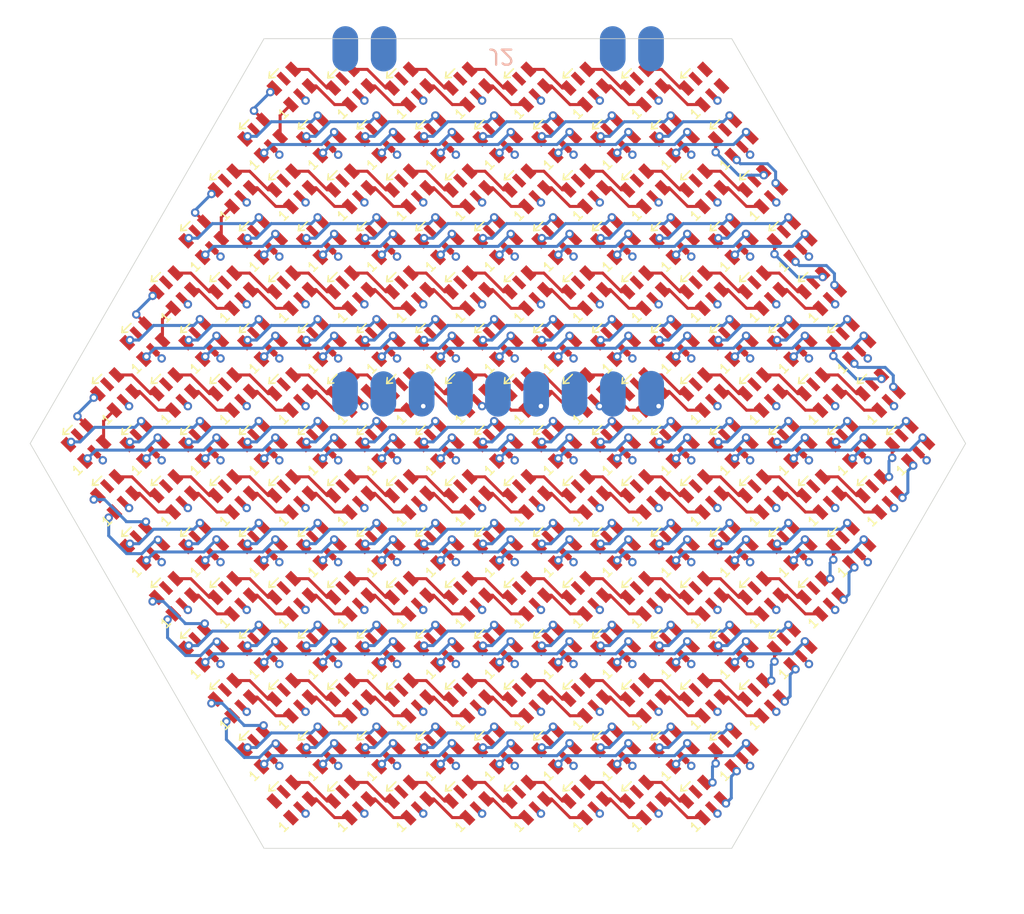
<source format=kicad_pcb>
(kicad_pcb (version 20221018) (generator pcbnew)
  (layers (0 "F.Cu" signal) (31 "B.Cu" signal) (34 "B.Paste" user) (35 "F.Paste" user) (36 "B.SilkS" user "B.Silkscreen") (37 "F.SilkS" user "F.Silkscreen") (38 "B.Mask" user) (39 "F.Mask" user) (44 "Edge.Cuts" user))
  (net 0 "")
  (net 1 "GND")
  (net 2 "+5V")
  (net 3 "TX")
  (net 4 "SCK")
  (net 7 "unconnected-(J2-Pin_7-Pad7)")
  (net 9 "unconnected-(J2-Pin_9-Pad9)")
  (net 10 "unconnected-(J2-Pin_10-Pad10)")
  (net 12 "unconnected-(J2-Pin_12-Pad12)")
  (net 13 "unconnected-(J2-Pin_13-Pad13)")
  (footprint "LED-SK9822-EC20" (layer "F.Cu") (at 107.8 86.490003 -135)
    (fp_text reference "D35" hide)
    (fp_text value "LED-SK9822-EC20")
  )
  (footprint "LED-SK9822-EC20" (layer "F.Cu") (at 111.7 86.490003 -135)
    (fp_text reference "D36" hide)
    (fp_text value "LED-SK9822-EC20")
  )
  (footprint "LED-SK9822-EC20" (layer "F.Cu") (at 115.6 86.490003 -135)
    (fp_text reference "D37" hide)
    (fp_text value "LED-SK9822-EC20")
  )
  (footprint "LED-SK9822-EC20" (layer "F.Cu") (at 119.5 86.490003 -135)
    (fp_text reference "D38" hide)
    (fp_text value "LED-SK9822-EC20")
  )
  (footprint "LED-SK9822-EC20" (layer "F.Cu") (at 121.449999 89.867502 -135)
    (fp_text reference "D39" hide)
    (fp_text value "LED-SK9822-EC20")
  )
  (footprint "LED-SK9822-EC20" (layer "F.Cu") (at 117.55 89.867502 -135)
    (fp_text reference "D40" hide)
    (fp_text value "LED-SK9822-EC20")
  )
  (footprint "LED-SK9822-EC20" (layer "F.Cu") (at 113.649999 89.867502 -135)
    (fp_text reference "D41" hide)
    (fp_text value "LED-SK9822-EC20")
  )
  (footprint "LED-SK9822-EC20" (layer "F.Cu") (at 92.2 93.245001 -135)
    (fp_text reference "D55" hide)
    (fp_text value "LED-SK9822-EC20")
  )
  (footprint "LED-SK9822-EC20" (layer "F.Cu") (at 96.1 93.245001 -135)
    (fp_text reference "D56" hide)
    (fp_text value "LED-SK9822-EC20")
  )
  (footprint "LED-SK9822-EC20" (layer "F.Cu") (at 100 93.245001 -135)
    (fp_text reference "D57" hide)
    (fp_text value "LED-SK9822-EC20")
  )
  (footprint "LED-SK9822-EC20" (layer "F.Cu") (at 123.4 93.245001 -135)
    (fp_text reference "D63" hide)
    (fp_text value "LED-SK9822-EC20")
  )
  (footprint "LED-SK9822-EC20" (layer "F.Cu") (at 125.35 96.6225 -135)
    (fp_text reference "D64" hide)
    (fp_text value "LED-SK9822-EC20")
  )
  (footprint "LED-SK9822-EC20" (layer "F.Cu") (at 121.449999 96.6225 -135)
    (fp_text reference "D65" hide)
    (fp_text value "LED-SK9822-EC20")
  )
  (footprint "LED-SK9822-EC20" (layer "F.Cu") (at 117.55 96.6225 -135)
    (fp_text reference "D66" hide)
    (fp_text value "LED-SK9822-EC20")
  )
  (footprint "LED-SK9822-EC20" (layer "F.Cu") (at 113.649999 96.6225 -135)
    (fp_text reference "D67" hide)
    (fp_text value "LED-SK9822-EC20")
  )
  (footprint "LED-SK9822-EC20" (layer "F.Cu") (at 109.75 96.6225 -135)
    (fp_text reference "D68" hide)
    (fp_text value "LED-SK9822-EC20")
  )
  (footprint "LED-SK9822-EC20" (layer "F.Cu") (at 105.85 96.6225 -135)
    (fp_text reference "D69" hide)
    (fp_text value "LED-SK9822-EC20")
  )
  (footprint "LED-SK9822-EC20" (layer "F.Cu") (at 101.95 96.6225 -135)
    (fp_text reference "D70" hide)
    (fp_text value "LED-SK9822-EC20")
  )
  (footprint "LED-SK9822-EC20" (layer "F.Cu") (at 98.05 96.6225 -135)
    (fp_text reference "D71" hide)
    (fp_text value "LED-SK9822-EC20")
  )
  (footprint "LED-SK9822-EC20" (layer "F.Cu") (at 94.149999 96.6225 -135)
    (fp_text reference "D72" hide)
    (fp_text value "LED-SK9822-EC20")
  )
  (footprint "LED-SK9822-EC20" (layer "F.Cu") (at 111.7 100 -135)
    (fp_text reference "D88" hide)
    (fp_text value "LED-SK9822-EC20")
  )
  (footprint "LED-SK9822-EC20" (layer "F.Cu") (at 115.6 100 -135)
    (fp_text reference "D89" hide)
    (fp_text value "LED-SK9822-EC20")
  )
  (footprint "LED-SK9822-EC20" (layer "F.Cu") (at 119.5 100 -135)
    (fp_text reference "D90" hide)
    (fp_text value "LED-SK9822-EC20")
  )
  (footprint "LED-SK9822-EC20" (layer "F.Cu") (at 123.4 100 -135)
    (fp_text reference "D91" hide)
    (fp_text value "LED-SK9822-EC20")
  )
  (footprint "LED-SK9822-EC20" (layer "F.Cu") (at 127.3 100 -135)
    (fp_text reference "D92" hide)
    (fp_text value "LED-SK9822-EC20")
  )
  (footprint "LED-SK9822-EC20" (layer "F.Cu") (at 125.35 103.377499 -135)
    (fp_text reference "D93" hide)
    (fp_text value "LED-SK9822-EC20")
  )
  (footprint "LED-SK9822-EC20" (layer "F.Cu") (at 117.55 110.132497 -135)
    (fp_text reference "D121" hide)
    (fp_text value "LED-SK9822-EC20")
  )
  (footprint "LED-SK9822-EC20" (layer "F.Cu") (at 113.649999 110.132497 -135)
    (fp_text reference "D122" hide)
    (fp_text value "LED-SK9822-EC20")
  )
  (footprint "LED-SK9822-EC20" (layer "F.Cu") (at 109.75 110.132497 -135)
    (fp_text reference "D123" hide)
    (fp_text value "LED-SK9822-EC20")
  )
  (footprint "LED-SK9822-EC20" (layer "F.Cu") (at 105.85 110.132497 -135)
    (fp_text reference "D124" hide)
    (fp_text value "LED-SK9822-EC20")
  )
  (footprint "LED-SK9822-EC20" (layer "F.Cu") (at 101.95 110.132497 -135)
    (fp_text reference "D125" hide)
    (fp_text value "LED-SK9822-EC20")
  )
  (footprint "LED-SK9822-EC20" (layer "F.Cu") (at 98.05 110.132497 -135)
    (fp_text reference "D126" hide)
    (fp_text value "LED-SK9822-EC20")
  )
  (footprint "LED-SK9822-EC20" (layer "F.Cu") (at 94.149999 110.132497 -135)
    (fp_text reference "D127" hide)
    (fp_text value "LED-SK9822-EC20")
  )
  (footprint "LED-SK9822-EC20" (layer "F.Cu") (at 90.25 110.132497 -135)
    (fp_text reference "D128" hide)
    (fp_text value "LED-SK9822-EC20")
  )
  (footprint "LED-SK9822-EC20" (layer "F.Cu") (at 86.35 110.132497 -135)
    (fp_text reference "D129" hide)
    (fp_text value "LED-SK9822-EC20")
  )
  (footprint "LED-SK9822-EC20" (layer "F.Cu") (at 82.449999 110.132497 -135)
    (fp_text reference "D130" hide)
    (fp_text value "LED-SK9822-EC20")
  )
  (footprint "LED-SK9822-EC20" (layer "F.Cu") (at 78.55 110.132497 -135)
    (fp_text reference "D131" hide)
    (fp_text value "LED-SK9822-EC20")
  )
  (footprint "LED-SK9822-EC20" (layer "F.Cu") (at 80.5 113.509996 -135)
    (fp_text reference "D132" hide)
    (fp_text value "LED-SK9822-EC20")
  )
  (footprint "LED-SK9822-EC20" (layer "F.Cu") (at 84.4 113.509996 -135)
    (fp_text reference "D133" hide)
    (fp_text value "LED-SK9822-EC20")
  )
  (footprint "LED-SK9822-EC20" (layer "F.Cu") (at 88.3 113.509996 -135)
    (fp_text reference "D134" hide)
    (fp_text value "LED-SK9822-EC20")
  )
  (footprint "LED-SK9822-EC20" (layer "F.Cu") (at 92.2 113.509996 -135)
    (fp_text reference "D135" hide)
    (fp_text value "LED-SK9822-EC20")
  )
  (footprint "LED-SK9822-EC20" (layer "F.Cu") (at 96.1 113.509996 -135)
    (fp_text reference "D136" hide)
    (fp_text value "LED-SK9822-EC20")
  )
  (footprint "LED-SK9822-EC20" (layer "F.Cu") (at 100 113.509996 -135)
    (fp_text reference "D137" hide)
    (fp_text value "LED-SK9822-EC20")
  )
  (footprint "LED-SK9822-EC20" (layer "F.Cu") (at 103.9 113.509996 -135)
    (fp_text reference "D138" hide)
    (fp_text value "LED-SK9822-EC20")
  )
  (footprint "LED-SK9822-EC20" (layer "F.Cu") (at 107.8 113.509996 -135)
    (fp_text reference "D139" hide)
    (fp_text value "LED-SK9822-EC20")
  )
  (footprint "LED-SK9822-EC20" (layer "F.Cu") (at 111.7 113.509996 -135)
    (fp_text reference "D140" hide)
    (fp_text value "LED-SK9822-EC20")
  )
  (footprint "LED-SK9822-EC20" (layer "F.Cu") (at 115.6 113.509996 -135)
    (fp_text reference "D141" hide)
    (fp_text value "LED-SK9822-EC20")
  )
  (footprint "LED-SK9822-EC20" (layer "F.Cu") (at 119.5 113.509996 -135)
    (fp_text reference "D142" hide)
    (fp_text value "LED-SK9822-EC20")
  )
  (footprint "LED-SK9822-EC20" (layer "F.Cu") (at 82.449999 116.887495 -135)
    (fp_text reference "D152" hide)
    (fp_text value "LED-SK9822-EC20")
  )
  (footprint "LED-SK9822-EC20" (layer "F.Cu") (at 84.4 120.264994 -135)
    (fp_text reference "D153" hide)
    (fp_text value "LED-SK9822-EC20")
  )
  (footprint "LED-SK9822-EC20" (layer "F.Cu") (at 88.3 120.264994 -135)
    (fp_text reference "D154" hide)
    (fp_text value "LED-SK9822-EC20")
  )
  (footprint "LED-SK9822-EC20" (layer "F.Cu") (at 92.2 120.264994 -135)
    (fp_text reference "D155" hide)
    (fp_text value "LED-SK9822-EC20")
  )
  (footprint "LED-SK9822-EC20" (layer "F.Cu") (at 96.1 120.264994 -135)
    (fp_text reference "D156" hide)
    (fp_text value "LED-SK9822-EC20")
  )
  (footprint "LED-SK9822-EC20" (layer "F.Cu") (at 100 120.264994 -135)
    (fp_text reference "D157" hide)
    (fp_text value "LED-SK9822-EC20")
  )
  (footprint "LED-SK9822-EC20" (layer "F.Cu") (at 103.9 120.264994 -135)
    (fp_text reference "D158" hide)
    (fp_text value "LED-SK9822-EC20")
  )
  (footprint "LED-SK9822-EC20" (layer "F.Cu") (at 107.8 120.264994 -135)
    (fp_text reference "D159" hide)
    (fp_text value "LED-SK9822-EC20")
  )
  (footprint "LED-SK9822-EC20" (layer "F.Cu") (at 90.25 83.112504 -135)
    (fp_text reference "D25" hide)
    (fp_text value "LED-SK9822-EC20")
  )
  (footprint "LED-SK9822-EC20" (layer "F.Cu") (at 86.35 83.112504 -135)
    (fp_text reference "D26" hide)
    (fp_text value "LED-SK9822-EC20")
  )
  (footprint "LED-SK9822-EC20" (layer "F.Cu") (at 82.449999 83.112504 -135)
    (fp_text reference "D27" hide)
    (fp_text value "LED-SK9822-EC20")
  )
  (footprint "LED-SK9822-EC20" (layer "F.Cu") (at 80.5 86.490003 -135)
    (fp_text reference "D28" hide)
    (fp_text value "LED-SK9822-EC20")
  )
  (footprint "LED-SK9822-EC20" (layer "F.Cu") (at 84.4 86.490003 -135)
    (fp_text reference "D29" hide)
    (fp_text value "LED-SK9822-EC20")
  )
  (footprint "LED-SK9822-EC20" (layer "F.Cu") (at 88.3 86.490003 -135)
    (fp_text reference "D30" hide)
    (fp_text value "LED-SK9822-EC20")
  )
  (footprint "LED-SK9822-EC20" (layer "F.Cu") (at 92.2 86.490003 -135)
    (fp_text reference "D31" hide)
    (fp_text value "LED-SK9822-EC20")
  )
  (footprint "LED-SK9822-EC20" (layer "F.Cu") (at 96.1 86.490003 -135)
    (fp_text reference "D32" hide)
    (fp_text value "LED-SK9822-EC20")
  )
  (footprint "LED-SK9822-EC20" (layer "F.Cu") (at 100 86.490003 -135)
    (fp_text reference "D33" hide)
    (fp_text value "LED-SK9822-EC20")
  )
  (footprint "LED-SK9822-EC20" (layer "F.Cu") (at 103.9 93.245001 -135)
    (fp_text reference "D58" hide)
    (fp_text value "LED-SK9822-EC20")
  )
  (footprint "LED-SK9822-EC20" (layer "F.Cu") (at 107.8 93.245001 -135)
    (fp_text reference "D59" hide)
    (fp_text value "LED-SK9822-EC20")
  )
  (footprint "LED-SK9822-EC20" (layer "F.Cu") (at 111.7 93.245001 -135)
    (fp_text reference "D60" hide)
    (fp_text value "LED-SK9822-EC20")
  )
  (footprint "LED-SK9822-EC20" (layer "F.Cu") (at 115.6 93.245001 -135)
    (fp_text reference "D61" hide)
    (fp_text value "LED-SK9822-EC20")
  )
  (footprint "LED-SK9822-EC20" (layer "F.Cu") (at 119.5 93.245001 -135)
    (fp_text reference "D62" hide)
    (fp_text value "LED-SK9822-EC20")
  )
  (footprint "LED-SK9822-EC20" (layer "F.Cu") (at 94.149999 103.377499 -135)
    (fp_text reference "D101" hide)
    (fp_text value "LED-SK9822-EC20")
  )
  (footprint "LED-SK9822-EC20" (layer "F.Cu") (at 90.25 103.377499 -135)
    (fp_text reference "D102" hide)
    (fp_text value "LED-SK9822-EC20")
  )
  (footprint "LED-SK9822-EC20" (layer "F.Cu") (at 86.35 103.377499 -135)
    (fp_text reference "D103" hide)
    (fp_text value "LED-SK9822-EC20")
  )
  (footprint "LED-SK9822-EC20" (layer "F.Cu") (at 82.449999 103.377499 -135)
    (fp_text reference "D104" hide)
    (fp_text value "LED-SK9822-EC20")
  )
  (footprint "LED-SK9822-EC20" (layer "F.Cu") (at 78.55 103.377499 -135)
    (fp_text reference "D105" hide)
    (fp_text value "LED-SK9822-EC20")
  )
  (footprint "LED-SK9822-EC20" (layer "F.Cu") (at 74.65 103.377499 -135)
    (fp_text reference "D106" hide)
    (fp_text value "LED-SK9822-EC20")
  )
  (footprint "LED-SK9822-EC20" (layer "F.Cu") (at 76.6 106.754998 -135)
    (fp_text reference "D107" hide)
    (fp_text value "LED-SK9822-EC20")
  )
  (footprint "LED-SK9822-EC20" (layer "F.Cu") (at 80.5 106.754998 -135)
    (fp_text reference "D108" hide)
    (fp_text value "LED-SK9822-EC20")
  )
  (footprint "LED-SK9822-EC20" (layer "F.Cu") (at 84.4 106.754998 -135)
    (fp_text reference "D109" hide)
    (fp_text value "LED-SK9822-EC20")
  )
  (footprint "LED-SK9822-EC20" (layer "F.Cu") (at 88.3 106.754998 -135)
    (fp_text reference "D110" hide)
    (fp_text value "LED-SK9822-EC20")
  )
  (footprint "LED-SK9822-EC20" (layer "F.Cu") (at 92.2 106.754998 -135)
    (fp_text reference "D111" hide)
    (fp_text value "LED-SK9822-EC20")
  )
  (footprint "LED-SK9822-EC20" (layer "F.Cu") (at 96.1 106.754998 -135)
    (fp_text reference "D112" hide)
    (fp_text value "LED-SK9822-EC20")
  )
  (footprint "LED-SK9822-EC20" (layer "F.Cu") (at 100 106.754998 -135)
    (fp_text reference "D113" hide)
    (fp_text value "LED-SK9822-EC20")
  )
  (footprint "LED-SK9822-EC20" (layer "F.Cu") (at 103.9 106.754998 -135)
    (fp_text reference "D114" hide)
    (fp_text value "LED-SK9822-EC20")
  )
  (footprint "LED-SK9822-EC20" (layer "F.Cu") (at 113.649999 116.887495 -135)
    (fp_text reference "D144" hide)
    (fp_text value "LED-SK9822-EC20")
  )
  (footprint "LED-SK9822-EC20" (layer "F.Cu") (at 103.9 86.490003 -135)
    (fp_text reference "D34" hide)
    (fp_text value "LED-SK9822-EC20")
  )
  (footprint "LED-SK9822-EC20" (layer "F.Cu") (at 109.75 89.867502 -135)
    (fp_text reference "D42" hide)
    (fp_text value "LED-SK9822-EC20")
  )
  (footprint "LED-SK9822-EC20" (layer "F.Cu") (at 121.449999 103.377499 -135)
    (fp_text reference "D94" hide)
    (fp_text value "LED-SK9822-EC20")
  )
  (footprint "LED-SK9822-EC20" (layer "F.Cu") (at 117.55 103.377499 -135)
    (fp_text reference "D95" hide)
    (fp_text value "LED-SK9822-EC20")
  )
  (footprint "LED-SK9822-EC20" (layer "F.Cu") (at 113.649999 103.377499 -135)
    (fp_text reference "D96" hide)
    (fp_text value "LED-SK9822-EC20")
  )
  (footprint "LED-SK9822-EC20" (layer "F.Cu") (at 109.75 103.377499 -135)
    (fp_text reference "D97" hide)
    (fp_text value "LED-SK9822-EC20")
  )
  (footprint "LED-SK9822-EC20" (layer "F.Cu") (at 107.8 106.754998 -135)
    (fp_text reference "D115" hide)
    (fp_text value "LED-SK9822-EC20")
  )
  (footprint "LED-SK9822-EC20" (layer "F.Cu") (at 111.7 106.754998 -135)
    (fp_text reference "D116" hide)
    (fp_text value "LED-SK9822-EC20")
  )
  (footprint "LED-SK9822-EC20" (layer "F.Cu") (at 117.55 116.887495 -135)
    (fp_text reference "D143" hide)
    (fp_text value "LED-SK9822-EC20")
  )
  (footprint "LED-SK9822-EC20" (layer "F.Cu") (at 109.75 116.887495 -135)
    (fp_text reference "D145" hide)
    (fp_text value "LED-SK9822-EC20")
  )
  (footprint "LED-SK9822-EC20" (layer "F.Cu") (at 105.85 116.887495 -135)
    (fp_text reference "D146" hide)
    (fp_text value "LED-SK9822-EC20")
  )
  (footprint "LED-SK9822-EC20" (layer "F.Cu") (at 101.95 116.887495 -135)
    (fp_text reference "D147" hide)
    (fp_text value "LED-SK9822-EC20")
  )
  (footprint "LED-SK9822-EC20" (layer "F.Cu") (at 98.05 116.887495 -135)
    (fp_text reference "D148" hide)
    (fp_text value "LED-SK9822-EC20")
  )
  (footprint "LED-SK9822-EC20" (layer "F.Cu") (at 94.149999 116.887495 -135)
    (fp_text reference "D149" hide)
    (fp_text value "LED-SK9822-EC20")
  )
  (footprint "LED-SK9822-EC20" (layer "F.Cu") (at 90.25 116.887495 -135)
    (fp_text reference "D150" hide)
    (fp_text value "LED-SK9822-EC20")
  )
  (footprint "LED-SK9822-EC20" (layer "F.Cu") (at 86.35 116.887495 -135)
    (fp_text reference "D151" hide)
    (fp_text value "LED-SK9822-EC20")
  )
  (footprint "LED-SK9822-EC20" (layer "F.Cu") (at 88.3 79.735005 -135)
    (fp_text reference "D10" hide)
    (fp_text value "LED-SK9822-EC20")
  )
  (footprint "LED-SK9822-EC20" (layer "F.Cu") (at 92.2 79.735005 -135)
    (fp_text reference "D11" hide)
    (fp_text value "LED-SK9822-EC20")
  )
  (footprint "LED-SK9822-EC20" (layer "F.Cu") (at 96.1 79.735005 -135)
    (fp_text reference "D12" hide)
    (fp_text value "LED-SK9822-EC20")
  )
  (footprint "LED-SK9822-EC20" (layer "F.Cu") (at 113.649999 76.357506 -135)
    (fp_text reference "D1" hide)
    (fp_text value "LED-SK9822-EC20")
  )
  (footprint "LED-SK9822-EC20" (layer "F.Cu") (at 109.75 76.357506 -135)
    (fp_text reference "D2" hide)
    (fp_text value "LED-SK9822-EC20")
  )
  (footprint "LED-SK9822-EC20" (layer "F.Cu") (at 105.85 76.357506 -135)
    (fp_text reference "D3" hide)
    (fp_text value "LED-SK9822-EC20")
  )
  (footprint "LED-SK9822-EC20" (layer "F.Cu") (at 101.95 76.357506 -135)
    (fp_text reference "D4" hide)
    (fp_text value "LED-SK9822-EC20")
  )
  (footprint "LED-SK9822-EC20" (layer "F.Cu") (at 98.05 76.357506 -135)
    (fp_text reference "D5" hide)
    (fp_text value "LED-SK9822-EC20")
  )
  (footprint "LED-SK9822-EC20" (layer "F.Cu") (at 94.149999 76.357506 -135)
    (fp_text reference "D6" hide)
    (fp_text value "LED-SK9822-EC20")
  )
  (footprint "LED-SK9822-EC20" (layer "F.Cu") (at 90.25 76.357506 -135)
    (fp_text reference "D7" hide)
    (fp_text value "LED-SK9822-EC20")
  )
  (footprint "LED-SK9822-EC20" (layer "F.Cu") (at 111.7 79.735005 -135)
    (fp_text reference "D16" hide)
    (fp_text value "LED-SK9822-EC20")
  )
  (footprint "LED-SK9822-EC20" (layer "F.Cu") (at 86.35 76.357506 -135)
    (fp_text reference "D8" hide)
    (fp_text value "LED-SK9822-EC20")
  )
  (footprint "LED-SK9822-EC20" (layer "F.Cu") (at 84.4 79.735005 -135)
    (fp_text reference "D9" hide)
    (fp_text value "LED-SK9822-EC20")
  )
  (footprint "LED-SK9822-EC20" (layer "F.Cu") (at 98.05 83.112504 -135)
    (fp_text reference "D23" hide)
    (fp_text value "LED-SK9822-EC20")
  )
  (footprint "LED-SK9822-EC20" (layer "F.Cu") (at 105.85 89.867502 -135)
    (fp_text reference "D43" hide)
    (fp_text value "LED-SK9822-EC20")
  )
  (footprint "LED-SK9822-EC20" (layer "F.Cu") (at 101.95 89.867502 -135)
    (fp_text reference "D44" hide)
    (fp_text value "LED-SK9822-EC20")
  )
  (footprint "LED-SK9822-EC20" (layer "F.Cu") (at 100 79.735005 -135)
    (fp_text reference "D13" hide)
    (fp_text value "LED-SK9822-EC20")
  )
  (footprint "LED-SK9822-EC20" (layer "F.Cu") (at 103.9 79.735005 -135)
    (fp_text reference "D14" hide)
    (fp_text value "LED-SK9822-EC20")
  )
  (footprint "LED-SK9822-EC20" (layer "F.Cu") (at 107.8 79.735005 -135)
    (fp_text reference "D15" hide)
    (fp_text value "LED-SK9822-EC20")
  )
  (footprint "LED-SK9822-EC20" (layer "F.Cu") (at 115.6 79.735005 -135)
    (fp_text reference "D17" hide)
    (fp_text value "LED-SK9822-EC20")
  )
  (footprint "LED-SK9822-EC20" (layer "F.Cu") (at 117.55 83.112504 -135)
    (fp_text reference "D18" hide)
    (fp_text value "LED-SK9822-EC20")
  )
  (footprint "LED-SK9822-EC20" (layer "F.Cu") (at 113.649999 83.112504 -135)
    (fp_text reference "D19" hide)
    (fp_text value "LED-SK9822-EC20")
  )
  (footprint "LED-SK9822-EC20" (layer "F.Cu") (at 109.75 83.112504 -135)
    (fp_text reference "D20" hide)
    (fp_text value "LED-SK9822-EC20")
  )
  (footprint "LED-SK9822-EC20" (layer "F.Cu") (at 105.85 83.112504 -135)
    (fp_text reference "D21" hide)
    (fp_text value "LED-SK9822-EC20")
  )
  (footprint "LED-SK9822-EC20" (layer "F.Cu") (at 101.95 83.112504 -135)
    (fp_text reference "D22" hide)
    (fp_text value "LED-SK9822-EC20")
  )
  (footprint "LED-SK9822-EC20" (layer "F.Cu") (at 105.85 103.377499 -135)
    (fp_text reference "D98" hide)
    (fp_text value "LED-SK9822-EC20")
  )
  (footprint "LED-SK9822-EC20" (layer "F.Cu") (at 94.149999 83.112504 -135)
    (fp_text reference "D24" hide)
    (fp_text value "LED-SK9822-EC20")
  )
  (footprint "LED-SK9822-EC20" (layer "F.Cu") (at 115.6 120.264994 -135)
    (fp_text reference "D161" hide)
    (fp_text value "LED-SK9822-EC20")
  )
  (footprint "LED-SK9822-EC20" (layer "F.Cu") (at 113.649999 123.642493 -135)
    (fp_text reference "D162" hide)
    (fp_text value "LED-SK9822-EC20")
  )
  (footprint "LED-SK9822-EC20" (layer "F.Cu") (at 109.75 123.642493 -135)
    (fp_text reference "D163" hide)
    (fp_text value "LED-SK9822-EC20")
  )
  (footprint "LED-SK9822-EC20" (layer "F.Cu") (at 98.05 89.867502 -135)
    (fp_text reference "D45" hide)
    (fp_text value "LED-SK9822-EC20")
  )
  (footprint "LED-SK9822-EC20" (layer "F.Cu") (at 94.149999 89.867502 -135)
    (fp_text reference "D46" hide)
    (fp_text value "LED-SK9822-EC20")
  )
  (footprint "LED-SK9822-EC20" (layer "F.Cu") (at 90.25 89.867502 -135)
    (fp_text reference "D47" hide)
    (fp_text value "LED-SK9822-EC20")
  )
  (footprint "LED-SK9822-EC20" (layer "F.Cu") (at 86.35 89.867502 -135)
    (fp_text reference "D48" hide)
    (fp_text value "LED-SK9822-EC20")
  )
  (footprint "LED-SK9822-EC20" (layer "F.Cu") (at 82.449999 89.867502 -135)
    (fp_text reference "D49" hide)
    (fp_text value "LED-SK9822-EC20")
  )
  (footprint "LED-SK9822-EC20" (layer "F.Cu") (at 78.55 89.867502 -135)
    (fp_text reference "D50" hide)
    (fp_text value "LED-SK9822-EC20")
  )
  (footprint "LED-SK9822-EC20" (layer "F.Cu") (at 76.6 93.245001 -135)
    (fp_text reference "D51" hide)
    (fp_text value "LED-SK9822-EC20")
  )
  (footprint "LED-SK9822-EC20" (layer "F.Cu") (at 80.5 93.245001 -135)
    (fp_text reference "D52" hide)
    (fp_text value "LED-SK9822-EC20")
  )
  (footprint "LED-SK9822-EC20" (layer "F.Cu") (at 84.4 93.245001 -135)
    (fp_text reference "D53" hide)
    (fp_text value "LED-SK9822-EC20")
  )
  (footprint "LED-SK9822-EC20" (layer "F.Cu") (at 88.3 93.245001 -135)
    (fp_text reference "D54" hide)
    (fp_text value "LED-SK9822-EC20")
  )
  (footprint "LED-SK9822-EC20" (layer "F.Cu") (at 90.25 96.6225 -135)
    (fp_text reference "D73" hide)
    (fp_text value "LED-SK9822-EC20")
  )
  (footprint "LED-SK9822-EC20" (layer "F.Cu") (at 86.35 96.6225 -135)
    (fp_text reference "D74" hide)
    (fp_text value "LED-SK9822-EC20")
  )
  (footprint "LED-SK9822-EC20" (layer "F.Cu") (at 82.449999 96.6225 -135)
    (fp_text reference "D75" hide)
    (fp_text value "LED-SK9822-EC20")
  )
  (footprint "LED-SK9822-EC20" (layer "F.Cu") (at 78.55 96.6225 -135)
    (fp_text reference "D76" hide)
    (fp_text value "LED-SK9822-EC20")
  )
  (footprint "LED-SK9822-EC20" (layer "F.Cu") (at 74.65 96.6225 -135)
    (fp_text reference "D77" hide)
    (fp_text value "LED-SK9822-EC20")
  )
  (footprint "LED-SK9822-EC20" (layer "F.Cu") (at 72.7 100 -135)
    (fp_text reference "D78" hide)
    (fp_text value "LED-SK9822-EC20")
  )
  (footprint "LED-SK9822-EC20" (layer "F.Cu") (at 76.6 100 -135)
    (fp_text reference "D79" hide)
    (fp_text value "LED-SK9822-EC20")
  )
  (footprint "LED-SK9822-EC20" (layer "F.Cu") (at 80.5 100 -135)
    (fp_text reference "D80" hide)
    (fp_text value "LED-SK9822-EC20")
  )
  (footprint "LED-SK9822-EC20" (layer "F.Cu") (at 84.4 100 -135)
    (fp_text reference "D81" hide)
    (fp_text value "LED-SK9822-EC20")
  )
  (footprint "LED-SK9822-EC20" (layer "F.Cu") (at 88.3 100 -135)
    (fp_text reference "D82" hide)
    (fp_text value "LED-SK9822-EC20")
  )
  (footprint "LED-SK9822-EC20" (layer "F.Cu") (at 92.2 100 -135)
    (fp_text reference "D83" hide)
    (fp_text value "LED-SK9822-EC20")
  )
  (footprint "LED-SK9822-EC20" (layer "F.Cu") (at 96.1 100 -135)
    (fp_text reference "D84" hide)
    (fp_text value "LED-SK9822-EC20")
  )
  (footprint "LED-SK9822-EC20" (layer "F.Cu") (at 100 100 -135)
    (fp_text reference "D85" hide)
    (fp_text value "LED-SK9822-EC20")
  )
  (footprint "LED-SK9822-EC20" (layer "F.Cu") (at 103.9 100 -135)
    (fp_text reference "D86" hide)
    (fp_text value "LED-SK9822-EC20")
  )
  (footprint "LED-SK9822-EC20" (layer "F.Cu") (at 107.8 100 -135)
    (fp_text reference "D87" hide)
    (fp_text value "LED-SK9822-EC20")
  )
  (footprint "LED-SK9822-EC20" (layer "F.Cu") (at 101.95 103.377499 -135)
    (fp_text reference "D99" hide)
    (fp_text value "LED-SK9822-EC20")
  )
  (footprint "LED-SK9822-EC20" (layer "F.Cu") (at 98.05 103.377499 -135)
    (fp_text reference "D100" hide)
    (fp_text value "LED-SK9822-EC20")
  )
  (footprint "LED-SK9822-EC20" (layer "F.Cu") (at 115.6 106.754998 -135)
    (fp_text reference "D117" hide)
    (fp_text value "LED-SK9822-EC20")
  )
  (footprint "LED-SK9822-EC20" (layer "F.Cu") (at 119.5 106.754998 -135)
    (fp_text reference "D118" hide)
    (fp_text value "LED-SK9822-EC20")
  )
  (footprint "LED-SK9822-EC20" (layer "F.Cu") (at 123.4 106.754998 -135)
    (fp_text reference "D119" hide)
    (fp_text value "LED-SK9822-EC20")
  )
  (footprint "LED-SK9822-EC20" (layer "F.Cu") (at 121.449999 110.132497 -135)
    (fp_text reference "D120" hide)
    (fp_text value "LED-SK9822-EC20")
  )
  (footprint "LED-SK9822-EC20" (layer "F.Cu") (at 111.7 120.264994 -135)
    (fp_text reference "D160" hide)
    (fp_text value "LED-SK9822-EC20")
  )
  (footprint "LED-SK9822-EC20" (layer "F.Cu") (at 105.85 123.642493 -135)
    (fp_text reference "D164" hide)
    (fp_text value "LED-SK9822-EC20")
  )
  (footprint "LED-SK9822-EC20" (layer "F.Cu") (at 101.95 123.642493 -135)
    (fp_text reference "D165" hide)
    (fp_text value "LED-SK9822-EC20")
  )
  (footprint "LED-SK9822-EC20" (layer "F.Cu") (at 98.05 123.642493 -135)
    (fp_text reference "D166" hide)
    (fp_text value "LED-SK9822-EC20")
  )
  (footprint "LED-SK9822-EC20" (layer "F.Cu") (at 94.149999 123.642493 -135)
    (fp_text reference "D167" hide)
    (fp_text value "LED-SK9822-EC20")
  )
  (footprint "LED-SK9822-EC20" (layer "F.Cu") (at 90.25 123.642493 -135)
    (fp_text reference "D168" hide)
    (fp_text value "LED-SK9822-EC20")
  )
  (footprint "LED-SK9822-EC20" (layer "F.Cu") (at 86.35 123.642493 -135)
    (fp_text reference "D169" hide)
    (fp_text value "LED-SK9822-EC20")
  )
  (footprint "motionhexa:rpmotion_pads" (layer "B.Cu") (at 100 73.825712)
    (fp_text reference "J2")
    (fp_text value "Conn_01x13_Socket")
  )
  (gr_line locked (start 115.5 126.846787) (end 84.5 126.846787) (stroke (width 0.05)) (layer "Edge.Cuts"))
  (gr_line locked (start 84.5 126.846787) (end 69 100) (stroke (width 0.05)) (layer "Edge.Cuts"))
  (gr_line locked (start 115.5 73.153212) (end 131 100) (stroke (width 0.05)) (layer "Edge.Cuts"))
  (gr_line locked (start 69 100) (end 84.499999 73.153212) (stroke (width 0.05)) (layer "Edge.Cuts"))
  (gr_line locked (start 131 100) (end 115.5 126.846787) (stroke (width 0.05)) (layer "Edge.Cuts"))
  (gr_line locked (start 84.499999 73.153212) (end 115.5 73.153212) (stroke (width 0.05)) (layer "Edge.Cuts"))
  (segment locked (start 84.948008 107.303006) (end 85.513693 107.868691) (width 0.2) (layer "F.Cu") (net 0))
  (segment locked (start 90.798008 117.435503) (end 91.151561 117.789056) (width 0.2) (layer "F.Cu") (net 0))
  (segment locked (start 123.329289 94.411727) (end 123.626273 94.708711) (width 0.2) (layer "F.Cu") (net 0))
  (segment locked (start 120.283273 89.938213) (end 119.883272 89.938213) (width 0.2) (layer "F.Cu") (net 0))
  (segment locked (start 111.452512 78.25008) (end 111.770711 78.568279) (width 0.2) (layer "F.Cu") (net 0))
  (segment locked (start 100.548008 100.548008) (end 101.113693 101.113693) (width 0.2) (layer "F.Cu") (net 0))
  (segment locked (start 77.766726 91.74679) (end 77.766726 93.17429) (width 0.2) (layer "F.Cu") (net 0))
  (segment locked (start 108.648527 113.121086) (end 108.966726 113.439285) (width 0.2) (layer "F.Cu") (net 0))
  (segment locked (start 78.479289 111.299223) (end 78.104522 111.673989) (width 0.2) (layer "F.Cu") (net 0))
  (segment locked (start 111.341851 89.796791) (end 110.916726 89.796791) (width 0.2) (layer "F.Cu") (net 0))
  (segment locked (start 95.852512 85.005078) (end 96.170711 85.323277) (width 0.2) (layer "F.Cu") (net 0))
  (segment locked (start 91.345835 95.455774) (end 90.320711 95.455774) (width 0.2) (layer "F.Cu") (net 0))
  (segment locked (start 93.048527 86.101093) (end 93.366726 86.419292) (width 0.2) (layer "F.Cu") (net 0))
  (segment locked (start 123.948008 107.303006) (end 124.513693 107.868691) (width 0.2) (layer "F.Cu") (net 0))
  (segment locked (start 110.845835 95.455774) (end 109.820711 95.455774) (width 0.2) (layer "F.Cu") (net 0))
  (segment locked (start 112.483273 76.428217) (end 112.083272 76.428217) (width 0.2) (layer "F.Cu") (net 0))
  (segment locked (start 84.329289 94.411727) (end 84.506065 94.23495) (width 0.2) (layer "F.Cu") (net 0))
  (segment locked (start 94.933274 106.825709) (end 95.11005 106.648932) (width 0.2) (layer "F.Cu") (net 0))
  (segment locked (start 100.879289 84.27923) (end 99.641852 83.041793) (width 0.2) (layer "F.Cu") (net 0))
  (segment locked (start 87.941852 123.571782) (end 87.516726 123.571782) (width 0.2) (layer "F.Cu") (net 0))
  (segment locked (start 114.433274 113.580707) (end 114.61005 113.40393) (width 0.2) (layer "F.Cu") (net 0))
  (segment locked (start 102.733274 120.335705) (end 102.91005 120.158928) (width 0.2) (layer "F.Cu") (net 0))
  (segment locked (start 92.129289 107.921724) (end 92.306065 107.744947) (width 0.2) (layer "F.Cu") (net 0))
  (segment locked (start 99.752512 112.025071) (end 100.070711 112.34327) (width 0.2) (layer "F.Cu") (net 0))
  (segment locked (start 116.383274 110.203208) (end 115.983274 110.203208) (width 0.2) (layer "F.Cu") (net 0))
  (segment locked (start 104.283273 89.938213) (end 103.045836 88.700776) (width 0.2) (layer "F.Cu") (net 0))
  (segment locked (start 80.570711 111.94327) (end 80.570711 112.34327) (width 0.2) (layer "F.Cu") (net 0))
  (segment locked (start 81.348527 92.856091) (end 81.666726 93.17429) (width 0.2) (layer "F.Cu") (net 0))
  (segment locked (start 80.141851 103.306788) (end 79.716726 103.306788) (width 0.2) (layer "F.Cu") (net 0))
  (segment locked (start 91.952512 105.270073) (end 92.270711 105.588272) (width 0.2) (layer "F.Cu") (net 0))
  (segment locked (start 110.533274 93.315712) (end 110.71005 93.138935) (width 0.2) (layer "F.Cu") (net 0))
  (segment locked (start 107.552512 112.025071) (end 107.870711 112.34327) (width 0.2) (layer "F.Cu") (net 0))
  (segment locked (start 84.948008 87.038011) (end 85.513693 87.603696) (width 0.2) (layer "F.Cu") (net 0))
  (segment locked (start 100.848527 86.101093) (end 101.166726 86.419292) (width 0.2) (layer "F.Cu") (net 0))
  (segment locked (start 85.183274 116.958206) (end 84.783273 116.958206) (width 0.2) (layer "F.Cu") (net 0))
  (segment locked (start 121.998007 110.680505) (end 122.35156 111.034058) (width 0.2) (layer "F.Cu") (net 0))
  (segment locked (start 107.552512 78.25008) (end 107.870711 78.568279) (width 0.2) (layer "F.Cu") (net 0))
  (segment locked (start 76.670711 105.188272) (end 76.670711 105.588272) (width 0.2) (layer "F.Cu") (net 0))
  (segment locked (start 85.248527 99.61109) (end 85.566726 99.929289) (width 0.2) (layer "F.Cu") (net 0))
  (segment locked (start 82.379288 118.054221) (end 82.004521 118.428987) (width 0.2) (layer "F.Cu") (net 0))
  (segment locked (start 120.348527 92.856091) (end 120.666726 93.17429) (width 0.2) (layer "F.Cu") (net 0))
  (segment locked (start 94.933274 86.560714) (end 95.11005 86.383937) (width 0.2) (layer "F.Cu") (net 0))
  (segment locked (start 103.541852 103.306788) (end 103.116726 103.306788) (width 0.2) (layer "F.Cu") (net 0))
  (segment locked (start 91.345835 88.700776) (end 90.320711 88.700776) (width 0.2) (layer "F.Cu") (net 0))
  (segment locked (start 91.841851 76.286795) (end 91.416726 76.286795) (width 0.2) (layer "F.Cu") (net 0))
  (segment locked (start 112.483273 116.958206) (end 112.083272 116.958206) (width 0.2) (layer "F.Cu") (net 0))
  (segment locked (start 91.033274 106.825709) (end 91.21005 106.648932) (width 0.2) (layer "F.Cu") (net 0))
  (segment locked (start 100.783274 110.203208) (end 100.383274 110.203208) (width 0.2) (layer "F.Cu") (net 0))
  (segment locked (start 103.829289 107.921724) (end 104.006065 107.744947) (width 0.2) (layer "F.Cu") (net 0))
  (segment locked (start 89.179289 91.034228) (end 87.941852 89.796791) (width 0.2) (layer "F.Cu") (net 0))
  (segment locked (start 112.548527 79.346095) (end 112.866726 79.664294) (width 0.2) (layer "F.Cu") (net 0))
  (segment locked (start 111.452512 112.025071) (end 111.770711 112.34327) (width 0.2) (layer "F.Cu") (net 0))
  (segment locked (start 104.779289 111.299223) (end 103.541852 110.061786) (width 0.2) (layer "F.Cu") (net 0))
  (segment locked (start 94.698007 90.41551) (end 95.05156 90.769063) (width 0.2) (layer "F.Cu") (net 0))
  (segment locked (start 119.429289 107.921724) (end 119.606065 107.744947) (width 0.2) (layer "F.Cu") (net 0))
  (segment locked (start 84.470711 118.698268) (end 84.470711 119.098268) (width 0.2) (layer "F.Cu") (net 0))
  (segment locked (start 99.929289 114.676722) (end 100.106065 114.499945) (width 0.2) (layer "F.Cu") (net 0))
  (segment locked (start 114.198007 124.190501) (end 114.55156 124.544054) (width 0.2) (layer "F.Cu") (net 0))
  (segment locked (start 118.333274 106.825709) (end 118.51005 106.648932) (width 0.2) (layer "F.Cu") (net 0))
  (segment locked (start 94.079288 118.054221) (end 93.079288 118.054221) (width 0.2) (layer "F.Cu") (net 0))
  (segment locked (start 96.483274 96.693211) (end 95.245837 95.455774) (width 0.2) (layer "F.Cu") (net 0))
  (segment locked (start 103.829289 80.901731) (end 104.006065 80.724954) (width 0.2) (layer "F.Cu") (net 0))
  (segment locked (start 89.083274 116.958206) (end 88.683274 116.958206) (width 0.2) (layer "F.Cu") (net 0))
  (segment locked (start 88.229289 101.166726) (end 88.406065 100.989949) (width 0.2) (layer "F.Cu") (net 0))
  (segment locked (start 80.252512 91.760076) (end 80.570711 92.078275) (width 0.2) (layer "F.Cu") (net 0))
  (segment locked (start 111.341851 110.061786) (end 110.916726 110.061786) (width 0.2) (layer "F.Cu") (net 0))
  (segment locked (start 106.398008 76.905514) (end 106.751561 77.259067) (width 0.2) (layer "F.Cu") (net 0))
  (segment locked (start 91.033274 113.580707) (end 91.21005 113.40393) (width 0.2) (layer "F.Cu") (net 0))
  (segment locked (start 87.133274 100.070711) (end 87.31005 99.893934) (width 0.2) (layer "F.Cu") (net 0))
  (segment locked (start 115.529289 121.43172) (end 115.826273 121.728704) (width 0.2) (layer "F.Cu") (net 0))
  (segment locked (start 120.348527 99.61109) (end 120.666726 99.929289) (width 0.2) (layer "F.Cu") (net 0))
  (segment locked (start 85.183274 110.203208) (end 84.783273 110.203208) (width 0.2) (layer "F.Cu") (net 0))
  (segment locked (start 103.045836 88.700776) (end 102.020711 88.700776) (width 0.2) (layer "F.Cu") (net 0))
  (segment locked (start 90.798008 103.925507) (end 91.151561 104.27906) (width 0.2) (layer "F.Cu") (net 0))
  (segment locked (start 116.448527 99.61109) (end 116.766726 99.929289) (width 0.2) (layer "F.Cu") (net 0))
  (segment locked (start 103.045836 75.19078) (end 102.020711 75.19078) (width 0.2) (layer "F.Cu") (net 0))
  (segment locked (start 103.045836 115.720769) (end 102.020711 115.720769) (width 0.2) (layer "F.Cu") (net 0))
  (segment locked (start 99.641852 96.551789) (end 99.216726 96.551789) (width 0.2) (layer "F.Cu") (net 0))
  (segment locked (start 87.445837 108.965771) (end 86.420711 108.965771) (width 0.2) (layer "F.Cu") (net 0))
  (segment locked (start 114.433274 93.315712) (end 114.61005 93.138935) (width 0.2) (layer "F.Cu") (net 0))
  (segment locked (start 104.683274 83.183215) (end 104.283273 83.183215) (width 0.2) (layer "F.Cu") (net 0))
  (segment locked (start 96.648008 100.548008) (end 97.213693 101.113693) (width 0.2) (layer "F.Cu") (net 0))
  (segment locked (start 100.383274 110.203208) (end 99.145837 108.965771) (width 0.2) (layer "F.Cu") (net 0))
  (segment locked (start 100.848527 92.856091) (end 101.166726 93.17429) (width 0.2) (layer "F.Cu") (net 0))
  (segment locked (start 88.848008 107.303006) (end 89.413693 107.868691) (width 0.2) (layer "F.Cu") (net 0))
  (segment locked (start 100.848527 113.121086) (end 101.166726 113.439285) (width 0.2) (layer "F.Cu") (net 0))
  (segment locked (start 91.345835 102.210773) (end 90.320711 102.210773) (width 0.2) (layer "F.Cu") (net 0))
  (segment locked (start 88.052512 105.270073) (end 88.370711 105.588272) (width 0.2) (layer "F.Cu") (net 0))
  (segment locked (start 118.098008 117.435503) (end 118.451561 117.789056) (width 0.2) (layer "F.Cu") (net 0))
  (segment locked (start 79.333274 113.580707) (end 79.51005 113.40393) (width 0.2) (layer "F.Cu") (net 0))
  (segment locked (start 99.641852 103.306788) (end 99.216726 103.306788) (width 0.2) (layer "F.Cu") (net 0))
  (segment locked (start 114.745837 81.945778) (end 113.72071 81.945778) (width 0.2) (layer "F.Cu") (net 0))
  (segment locked (start 103.652512 105.270073) (end 103.970711 105.588272) (width 0.2) (layer "F.Cu") (net 0))
  (segment locked (start 96.029289 94.411727) (end 96.206065 94.23495) (width 0.2) (layer "F.Cu") (net 0))
  (segment locked (start 88.683274 103.44821) (end 87.445837 102.210773) (width 0.2) (layer "F.Cu") (net 0))
  (segment locked (start 118.333274 93.315712) (end 118.51005 93.138935) (width 0.2) (layer "F.Cu") (net 0))
  (segment locked (start 97.979289 104.544225) (end 96.979289 104.544225) (width 0.2) (layer "F.Cu") (net 0))
  (segment locked (start 104.283273 123.713204) (end 103.045836 122.475767) (width 0.2) (layer "F.Cu") (net 0))
  (segment locked (start 95.245837 95.455774) (end 94.22071 95.455774) (width 0.2) (layer "F.Cu") (net 0))
  (segment locked (start 110.533274 100.070711) (end 110.71005 99.893934) (width 0.2) (layer "F.Cu") (net 0))
  (segment locked (start 89.148527 113.121086) (end 89.466726 113.439285) (width 0.2) (layer "F.Cu") (net 0))
  (segment locked (start 90.179289 124.809219) (end 89.179289 124.809219) (width 0.2) (layer "F.Cu") (net 0))
  (segment locked (start 91.952512 98.515075) (end 92.270711 98.833274) (width 0.2) (layer "F.Cu") (net 0))
  (segment locked (start 114.433274 106.825709) (end 114.61005 106.648932) (width 0.2) (layer "F.Cu") (net 0))
  (segment locked (start 79.333274 86.560714) (end 79.51005 86.383937) (width 0.2) (layer "F.Cu") (net 0))
  (segment locked (start 119.429289 114.676722) (end 119.726273 114.973706) (width 0.2) (layer "F.Cu") (net 0))
  (segment locked (start 96.648008 93.793009) (end 97.213693 94.358694) (width 0.2) (layer "F.Cu") (net 0))
  (segment locked (start 107.441852 123.571782) (end 107.016726 123.571782) (width 0.2) (layer "F.Cu") (net 0))
  (segment locked (start 106.398008 117.435503) (end 106.751561 117.789056) (width 0.2) (layer "F.Cu") (net 0))
  (segment locked (start 106.633274 79.805716) (end 106.81005 79.628939) (width 0.2) (layer "F.Cu") (net 0))
  (segment locked (start 110.845835 102.210773) (end 109.820711 102.210773) (width 0.2) (layer "F.Cu") (net 0))
  (segment locked (start 85.183274 76.428217) (end 84.914573 76.696917) (width 0.2) (layer "F.Cu") (net 0))
  (segment locked (start 75.433274 93.315712) (end 75.61005 93.138935) (width 0.2) (layer "F.Cu") (net 0))
  (segment locked (start 120.348527 106.366088) (end 120.666726 106.684287) (width 0.2) (layer "F.Cu") (net 0))
  (segment locked (start 113.579288 104.544225) (end 112.579288 104.544225) (width 0.2) (layer "F.Cu") (net 0))
  (segment locked (start 87.445837 75.19078) (end 86.420711 75.19078) (width 0.2) (layer "F.Cu") (net 0))
  (segment locked (start 112.083272 76.428217) (end 110.845835 75.19078) (width 0.2) (layer "F.Cu") (net 0))
  (segment locked (start 81.048008 93.793009) (end 81.613693 94.358694) (width 0.2) (layer "F.Cu") (net 0))
  (segment locked (start 118.120711 115.720769) (end 117.620711 115.720769) (width 0.2) (layer "F.Cu") (net 0))
  (segment locked (start 107.552512 118.780069) (end 107.870711 119.098268) (width 0.2) (layer "F.Cu") (net 0))
  (segment locked (start 100.848527 106.366088) (end 101.166726 106.684287) (width 0.2) (layer "F.Cu") (net 0))
  (segment locked (start 100.548008 114.058004) (end 101.113693 114.623689) (width 0.2) (layer "F.Cu") (net 0))
  (segment locked (start 84.041852 89.796791) (end 83.616725 89.796791) (width 0.2) (layer "F.Cu") (net 0))
  (segment locked (start 90.179289 84.27923) (end 89.179289 84.27923) (width 0.2) (layer "F.Cu") (net 0))
  (segment locked (start 94.079288 111.299223) (end 93.079288 111.299223) (width 0.2) (layer "F.Cu") (net 0))
  (segment locked (start 127.052512 98.515075) (end 127.370711 98.833274) (width 0.2) (layer "F.Cu") (net 0))
  (segment locked (start 82.998007 83.660512) (end 83.35156 84.014065) (width 0.2) (layer "F.Cu") (net 0))
  (segment locked (start 94.698007 103.925507) (end 95.05156 104.27906) (width 0.2) (layer "F.Cu") (net 0))
  (segment locked (start 122.305598 89.485664) (end 122.616725 89.796791) (width 0.2) (layer "F.Cu") (net 0))
  (segment locked (start 95.245837 102.210773) (end 94.22071 102.210773) (width 0.2) (layer "F.Cu") (net 0))
  (segment locked (start 115.529289 114.676722) (end 115.706065 114.499945) (width 0.2) (layer "F.Cu") (net 0))
  (segment locked (start 88.052512 91.760076) (end 88.370711 92.078275) (width 0.2) (layer "F.Cu") (net 0))
  (segment locked (start 91.033274 100.070711) (end 91.21005 99.893934) (width 0.2) (layer "F.Cu") (net 0))
  (segment locked (start 96.648008 114.058004) (end 97.213693 114.623689) (width 0.2) (layer "F.Cu") (net 0))
  (segment locked (start 84.152512 85.005078) (end 84.470711 85.323277) (width 0.2) (layer "F.Cu") (net 0))
  (segment locked (start 88.229289 94.411727) (end 88.406065 94.23495) (width 0.2) (layer "F.Cu") (net 0))
  (segment locked (start 104.683274 89.938213) (end 104.283273 89.938213) (width 0.2) (layer "F.Cu") (net 0))
  (segment locked (start 113.579288 84.27923) (end 112.579288 84.27923) (width 0.2) (layer "F.Cu") (net 0))
  (segment locked (start 93.079288 104.544225) (end 91.841851 103.306788) (width 0.2) (layer "F.Cu") (net 0))
  (segment locked (start 108.679289 91.034228) (end 107.441852 89.796791) (width 0.2) (layer "F.Cu") (net 0))
  (segment locked (start 87.133274 86.560714) (end 87.31005 86.383937) (width 0.2) (layer "F.Cu") (net 0))
  (segment locked (start 88.683274 76.428217) (end 87.445837 75.19078) (width 0.2) (layer "F.Cu") (net 0))
  (segment locked (start 86.279289 118.054221) (end 85.279289 118.054221) (width 0.2) (layer "F.Cu") (net 0))
  (segment locked (start 91.841851 103.306788) (end 91.416726 103.306788) (width 0.2) (layer "F.Cu") (net 0))
  (segment locked (start 107.729289 121.43172) (end 107.906065 121.254943) (width 0.2) (layer "F.Cu") (net 0))
  (segment locked (start 99.752512 91.760076) (end 100.070711 92.078275) (width 0.2) (layer "F.Cu") (net 0))
  (segment locked (start 84.948008 120.813002) (end 85.513693 121.378687) (width 0.2) (layer "F.Cu") (net 0))
  (segment locked (start 80.883272 103.44821) (end 79.645835 102.210773) (width 0.2) (layer "F.Cu") (net 0))
  (segment locked (start 84.041852 103.306788) (end 83.616725 103.306788) (width 0.2) (layer "F.Cu") (net 0))
  (segment locked (start 95.741852 103.306788) (end 95.316725 103.306788) (width 0.2) (layer "F.Cu") (net 0))
  (segment locked (start 103.045836 108.965771) (end 102.020711 108.965771) (width 0.2) (layer "F.Cu") (net 0))
  (segment locked (start 118.645835 108.965771) (end 117.620711 108.965771) (width 0.2) (layer "F.Cu") (net 0))
  (segment locked (start 88.848008 80.283013) (end 89.413693 80.848698) (width 0.2) (layer "F.Cu") (net 0))
  (segment locked (start 104.283273 76.428217) (end 103.045836 75.19078) (width 0.2) (layer "F.Cu") (net 0))
  (segment locked (start 82.998007 117.435503) (end 83.35156 117.789056) (width 0.2) (layer "F.Cu") (net 0))
  (segment locked (start 112.548527 92.856091) (end 112.866726 93.17429) (width 0.2) (layer "F.Cu") (net 0))
  (segment locked (start 76.034314 91.441878) (end 76.670711 92.078275) (width 0.2) (layer "F.Cu") (net 0))
  (segment locked (start 112.548527 86.101093) (end 112.866726 86.419292) (width 0.2) (layer "F.Cu") (net 0))
  (segment locked (start 104.748527 119.876084) (end 105.066726 120.194283) (width 0.2) (layer "F.Cu") (net 0))
  (segment locked (start 76.241852 103.306788) (end 75.816726 103.306788) (width 0.2) (layer "F.Cu") (net 0))
  (segment locked (start 119.883272 110.203208) (end 118.645835 108.965771) (width 0.2) (layer "F.Cu") (net 0))
  (segment locked (start 84.152512 112.025071) (end 84.470711 112.34327) (width 0.2) (layer "F.Cu") (net 0))
  (segment locked (start 122.233274 100.070711) (end 122.41005 99.893934) (width 0.2) (layer "F.Cu") (net 0))
  (segment locked (start 87.941852 110.061786) (end 87.516726 110.061786) (width 0.2) (layer "F.Cu") (net 0))
  (segment locked (start 89.148527 119.876084) (end 89.466726 120.194283) (width 0.2) (layer "F.Cu") (net 0))
  (segment locked (start 96.979289 97.789226) (end 95.741852 96.551789) (width 0.2) (layer "F.Cu") (net 0))
  (segment locked (start 92.983273 123.713204) (end 92.583272 123.713204) (width 0.2) (layer "F.Cu") (net 0))
  (segment locked (start 88.683274 96.693211) (end 87.445837 95.455774) (width 0.2) (layer "F.Cu") (net 0))
  (segment locked (start 110.845835 115.720769) (end 109.820711 115.720769) (width 0.2) (layer "F.Cu") (net 0))
  (segment locked (start 103.829289 94.411727) (end 104.006065 94.23495) (width 0.2) (layer "F.Cu") (net 0))
  (segment locked (start 117.479289 118.054221) (end 116.479289 118.054221) (width 0.2) (layer "F.Cu") (net 0))
  (segment locked (start 76.241852 96.551789) (end 75.816726 96.551789) (width 0.2) (layer "F.Cu") (net 0))
  (segment locked (start 123.152512 105.270073) (end 123.470711 105.588272) (width 0.2) (layer "F.Cu") (net 0))
  (segment locked (start 108.583274 110.203208) (end 108.183274 110.203208) (width 0.2) (layer "F.Cu") (net 0))
  (segment locked (start 116.148008 107.303006) (end 116.713693 107.868691) (width 0.2) (layer "F.Cu") (net 0))
  (segment locked (start 120.048008 114.058004) (end 120.613693 114.623689) (width 0.2) (layer "F.Cu") (net 0))
  (segment locked (start 83.834314 77.931882) (end 84.470711 78.568279) (width 0.2) (layer "F.Cu") (net 0))
  (segment locked (start 93.048527 119.876084) (end 93.366726 120.194283) (width 0.2) (layer "F.Cu") (net 0))
  (segment locked (start 100.848527 79.346095) (end 101.166726 79.664294) (width 0.2) (layer "F.Cu") (net 0))
  (segment locked (start 110.298008 110.680505) (end 110.651561 111.034058) (width 0.2) (layer "F.Cu") (net 0))
  (segment locked (start 77.383274 96.693211) (end 76.983274 96.693211) (width 0.2) (layer "F.Cu") (net 0))
  (segment locked (start 107.729289 94.411727) (end 107.906065 94.23495) (width 0.2) (layer "F.Cu") (net 0))
  (segment locked (start 84.329289 107.921724) (end 84.506065 107.744947) (width 0.2) (layer "F.Cu") (net 0))
  (segment locked (start 76.352512 98.515075) (end 76.670711 98.833274) (width 0.2) (layer "F.Cu") (net 0))
  (segment locked (start 96.483274 116.958206) (end 95.245837 115.720769) (width 0.2) (layer "F.Cu") (net 0))
  (segment locked (start 118.645835 88.700776) (end 117.620711 88.700776) (width 0.2) (layer "F.Cu") (net 0))
  (segment locked (start 84.329289 80.901731) (end 84.506065 80.724954) (width 0.2) (layer "F.Cu") (net 0))
  (segment locked (start 109.679289 77.524232) (end 108.679289 77.524232) (width 0.2) (layer "F.Cu") (net 0))
  (segment locked (start 108.183274 110.203208) (end 106.945837 108.965771) (width 0.2) (layer "F.Cu") (net 0))
  (segment locked (start 119.252512 105.270073) (end 119.570711 105.588272) (width 0.2) (layer "F.Cu") (net 0))
  (segment locked (start 76.529289 101.166726) (end 76.706065 100.989949) (width 0.2) (layer "F.Cu") (net 0))
  (segment locked (start 98.598008 103.925507) (end 98.951561 104.27906) (width 0.2) (layer "F.Cu") (net 0))
  (segment locked (start 117.479289 104.544225) (end 116.479289 104.544225) (width 0.2) (layer "F.Cu") (net 0))
  (segment locked (start 103.045836 81.945778) (end 102.020711 81.945778) (width 0.2) (layer "F.Cu") (net 0))
  (segment locked (start 92.748008 114.058004) (end 93.313693 114.623689) (width 0.2) (layer "F.Cu") (net 0))
  (segment locked (start 110.845835 122.475767) (end 109.820711 122.475767) (width 0.2) (layer "F.Cu") (net 0))
  (segment locked (start 81.379288 91.034228) (end 80.141851 89.796791) (width 0.2) (layer "F.Cu") (net 0))
  (segment locked (start 109.679289 111.299223) (end 108.679289 111.299223) (width 0.2) (layer "F.Cu") (net 0))
  (segment locked (start 90.798008 124.190501) (end 91.151561 124.544054) (width 0.2) (layer "F.Cu") (net 0))
  (segment locked (start 91.841851 123.571782) (end 91.416726 123.571782) (width 0.2) (layer "F.Cu") (net 0))
  (segment locked (start 82.379288 111.299223) (end 81.379288 111.299223) (width 0.2) (layer "F.Cu") (net 0))
  (segment locked (start 92.583272 96.693211) (end 91.345835 95.455774) (width 0.2) (layer "F.Cu") (net 0))
  (segment locked (start 82.379288 104.544225) (end 81.379288 104.544225) (width 0.2) (layer "F.Cu") (net 0))
  (segment locked (start 91.033274 93.315712) (end 91.21005 93.138935) (width 0.2) (layer "F.Cu") (net 0))
  (segment locked (start 80.252512 105.270073) (end 80.570711 105.588272) (width 0.2) (layer "F.Cu") (net 0))
  (segment locked (start 82.998007 103.925507) (end 83.35156 104.27906) (width 0.2) (layer "F.Cu") (net 0))
  (segment locked (start 107.729289 87.656729) (end 107.906065 87.479952) (width 0.2) (layer "F.Cu") (net 0))
  (segment locked (start 99.641852 116.816784) (end 99.216726 116.816784) (width 0.2) (layer "F.Cu") (net 0))
  (segment locked (start 107.441852 116.816784) (end 107.016726 116.816784) (width 0.2) (layer "F.Cu") (net 0))
  (segment locked (start 99.929289 101.166726) (end 100.106065 100.989949) (width 0.2) (layer "F.Cu") (net 0))
  (segment locked (start 94.698007 124.190501) (end 95.05156 124.544054) (width 0.2) (layer "F.Cu") (net 0))
  (segment locked (start 90.179289 97.789226) (end 89.179289 97.789226) (width 0.2) (layer "F.Cu") (net 0))
  (segment locked (start 92.983273 103.44821) (end 92.583272 103.44821) (width 0.2) (layer "F.Cu") (net 0))
  (segment locked (start 116.383274 83.183215) (end 115.983274 83.183215) (width 0.2) (layer "F.Cu") (net 0))
  (segment locked (start 96.979289 104.544225) (end 95.741852 103.306788) (width 0.2) (layer "F.Cu") (net 0))
  (segment locked (start 95.852512 78.25008) (end 96.170711 78.568279) (width 0.2) (layer "F.Cu") (net 0))
  (segment locked (start 83.545836 102.210773) (end 82.52071 102.210773) (width 0.2) (layer "F.Cu") (net 0))
  (segment locked (start 100.783274 96.693211) (end 100.383274 96.693211) (width 0.2) (layer "F.Cu") (net 0))
  (segment locked (start 91.345835 75.19078) (end 90.320711 75.19078) (width 0.2) (layer "F.Cu") (net 0))
  (segment locked (start 91.952512 118.780069) (end 92.270711 119.098268) (width 0.2) (layer "F.Cu") (net 0))
  (segment locked (start 96.483274 110.203208) (end 95.245837 108.965771) (width 0.2) (layer "F.Cu") (net 0))
  (segment locked (start 107.729289 114.676722) (end 107.906065 114.499945) (width 0.2) (layer "F.Cu") (net 0))
  (segment locked (start 111.629289 94.411727) (end 111.806065 94.23495) (width 0.2) (layer "F.Cu") (net 0))
  (segment locked (start 91.952512 85.005078) (end 92.270711 85.323277) (width 0.2) (layer "F.Cu") (net 0))
  (segment locked (start 91.033274 79.805716) (end 91.21005 79.628939) (width 0.2) (layer "F.Cu") (net 0))
  (segment locked (start 81.048008 107.303006) (end 81.613693 107.868691) (width 0.2) (layer "F.Cu") (net 0))
  (segment locked (start 101.879289 118.054221) (end 100.879289 118.054221) (width 0.2) (layer "F.Cu") (net 0))
  (segment locked (start 117.479289 91.034228) (end 116.479289 91.034228) (width 0.2) (layer "F.Cu") (net 0))
  (segment locked (start 126.81371 103.603772) (end 126.516726 103.306788) (width 0.2) (layer "F.Cu") (net 0))
  (segment locked (start 80.141851 96.551789) (end 79.716726 96.551789) (width 0.2) (layer "F.Cu") (net 0))
  (segment locked (start 84.329289 87.656729) (end 84.506065 87.479952) (width 0.2) (layer "F.Cu") (net 0))
  (segment locked (start 77.383274 89.938213) (end 77.114573 90.206913) (width 0.2) (layer "F.Cu") (net 0))
  (segment locked (start 88.229289 107.921724) (end 88.406065 107.744947) (width 0.2) (layer "F.Cu") (net 0))
  (segment locked (start 121.379288 111.299223) (end 120.379288 111.299223) (width 0.2) (layer "F.Cu") (net 0))
  (segment locked (start 77.148008 107.303006) (end 77.713693 107.868691) (width 0.2) (layer "F.Cu") (net 0))
  (segment locked (start 112.483273 110.203208) (end 112.083272 110.203208) (width 0.2) (layer "F.Cu") (net 0))
  (segment locked (start 97.979289 97.789226) (end 96.979289 97.789226) (width 0.2) (layer "F.Cu") (net 0))
  (segment locked (start 96.979289 118.054221) (end 95.741852 116.816784) (width 0.2) (layer "F.Cu") (net 0))
  (segment locked (start 96.883274 110.203208) (end 96.483274 110.203208) (width 0.2) (layer "F.Cu") (net 0))
  (segment locked (start 90.179289 104.544225) (end 89.179289 104.544225) (width 0.2) (layer "F.Cu") (net 0))
  (segment locked (start 116.148008 93.793009) (end 116.713693 94.358694) (width 0.2) (layer "F.Cu") (net 0))
  (segment locked (start 96.948527 99.61109) (end 97.266726 99.929289) (width 0.2) (layer "F.Cu") (net 0))
  (segment locked (start 106.945837 108.965771) (end 105.920711 108.965771) (width 0.2) (layer "F.Cu") (net 0))
  (segment locked (start 120.048008 100.548008) (end 120.613693 101.113693) (width 0.2) (layer "F.Cu") (net 0))
  (segment locked (start 83.545836 88.700776) (end 82.52071 88.700776) (width 0.2) (layer "F.Cu") (net 0))
  (segment locked (start 93.079288 77.524232) (end 91.841851 76.286795) (width 0.2) (layer "F.Cu") (net 0))
  (segment locked (start 106.398008 83.660512) (end 106.751561 84.014065) (width 0.2) (layer "F.Cu") (net 0))
  (segment locked (start 122.233274 93.315712) (end 122.233274 94.195712) (width 0.2) (layer "F.Cu") (net 0))
  (segment locked (start 117.479289 84.27923) (end 116.479289 84.27923) (width 0.2) (layer "F.Cu") (net 0))
  (segment locked (start 88.848008 93.793009) (end 89.413693 94.358694) (width 0.2) (layer "F.Cu") (net 0))
  (segment locked (start 96.979289 111.299223) (end 95.741852 110.061786) (width 0.2) (layer "F.Cu") (net 0))
  (segment locked (start 104.448008 93.793009) (end 105.013693 94.358694) (width 0.2) (layer "F.Cu") (net 0))
  (segment locked (start 102.733274 86.560714) (end 102.91005 86.383937) (width 0.2) (layer "F.Cu") (net 0))
  (segment locked (start 96.029289 87.656729) (end 96.206065 87.479952) (width 0.2) (layer "F.Cu") (net 0))
  (segment locked (start 98.598008 110.680505) (end 98.951561 111.034058) (width 0.2) (layer "F.Cu") (net 0))
  (segment locked (start 77.479289 97.789226) (end 76.241852 96.551789) (width 0.2) (layer "F.Cu") (net 0))
  (segment locked (start 121.379288 97.789226) (end 120.379288 97.789226) (width 0.2) (layer "F.Cu") (net 0))
  (segment locked (start 114.433274 79.805716) (end 114.433274 80.685716) (width 0.2) (layer "F.Cu") (net 0))
  (segment locked (start 116.148008 100.548008) (end 116.713693 101.113693) (width 0.2) (layer "F.Cu") (net 0))
  (segment locked (start 88.683274 89.938213) (end 87.445837 88.700776) (width 0.2) (layer "F.Cu") (net 0))
  (segment locked (start 127.848008 100.548008) (end 128.413693 101.113693) (width 0.2) (layer "F.Cu") (net 0))
  (segment locked (start 85.248527 113.121086) (end 85.566726 113.439285) (width 0.2) (layer "F.Cu") (net 0))
  (segment locked (start 84.152512 98.515075) (end 84.470711 98.833274) (width 0.2) (layer "F.Cu") (net 0))
  (segment locked (start 100.548008 107.303006) (end 101.113693 107.868691) (width 0.2) (layer "F.Cu") (net 0))
  (segment locked (start 104.683274 116.958206) (end 104.283273 116.958206) (width 0.2) (layer "F.Cu") (net 0))
  (segment locked (start 92.983273 96.693211) (end 92.583272 96.693211) (width 0.2) (layer "F.Cu") (net 0))
  (segment locked (start 99.752512 105.270073) (end 100.070711 105.588272) (width 0.2) (layer "F.Cu") (net 0))
  (segment locked (start 93.079288 118.054221) (end 91.841851 116.816784) (width 0.2) (layer "F.Cu") (net 0))
  (segment locked (start 99.145837 95.455774) (end 98.120711 95.455774) (width 0.2) (layer "F.Cu") (net 0))
  (segment locked (start 100.383274 96.693211) (end 99.145837 95.455774) (width 0.2) (layer "F.Cu") (net 0))
  (segment locked (start 95.245837 88.700776) (end 94.22071 88.700776) (width 0.2) (layer "F.Cu") (net 0))
  (segment locked (start 105.779289 77.524232) (end 104.779289 77.524232) (width 0.2) (layer "F.Cu") (net 0))
  (segment locked (start 112.083272 83.183215) (end 110.845835 81.945778) (width 0.2) (layer "F.Cu") (net 0))
  (segment locked (start 115.983274 110.203208) (end 114.745837 108.965771) (width 0.2) (layer "F.Cu") (net 0))
  (segment locked (start 100.383274 83.183215) (end 99.145837 81.945778) (width 0.2) (layer "F.Cu") (net 0))
  (segment locked (start 96.979289 84.27923) (end 95.741852 83.041793) (width 0.2) (layer "F.Cu") (net 0))
  (segment locked (start 102.733274 79.805716) (end 102.91005 79.628939) (width 0.2) (layer "F.Cu") (net 0))
  (segment locked (start 108.583274 89.938213) (end 108.183274 89.938213) (width 0.2) (layer "F.Cu") (net 0))
  (segment locked (start 104.779289 124.809219) (end 103.541852 123.571782) (width 0.2) (layer "F.Cu") (net 0))
  (segment locked (start 85.279289 97.789226) (end 84.041852 96.551789) (width 0.2) (layer "F.Cu") (net 0))
  (segment locked (start 104.283273 116.958206) (end 103.045836 115.720769) (width 0.2) (layer "F.Cu") (net 0))
  (segment locked (start 85.183274 96.693211) (end 84.783273 96.693211) (width 0.2) (layer "F.Cu") (net 0))
  (segment locked (start 113.579288 111.299223) (end 112.579288 111.299223) (width 0.2) (layer "F.Cu") (net 0))
  (segment locked (start 93.079288 111.299223) (end 91.841851 110.061786) (width 0.2) (layer "F.Cu") (net 0))
  (segment locked (start 87.941852 116.816784) (end 87.516726 116.816784) (width 0.2) (layer "F.Cu") (net 0))
  (segment locked (start 84.041852 96.551789) (end 83.616725 96.551789) (width 0.2) (layer "F.Cu") (net 0))
  (segment locked (start 96.648008 107.303006) (end 97.213693 107.868691) (width 0.2) (layer "F.Cu") (net 0))
  (segment locked (start 89.083274 89.938213) (end 88.683274 89.938213) (width 0.2) (layer "F.Cu") (net 0))
  (segment locked (start 80.141851 89.796791) (end 79.716726 89.796791) (width 0.2) (layer "F.Cu") (net 0))
  (segment locked (start 80.141851 110.061786) (end 79.716726 110.061786) (width 0.2) (layer "F.Cu") (net 0))
  (segment locked (start 92.583272 123.713204) (end 91.345835 122.475767) (width 0.2) (layer "F.Cu") (net 0))
  (segment locked (start 94.933274 100.070711) (end 95.11005 99.893934) (width 0.2) (layer "F.Cu") (net 0))
  (segment locked (start 122.545836 102.210773) (end 121.52071 102.210773) (width 0.2) (layer "F.Cu") (net 0))
  (segment locked (start 84.783273 83.183215) (end 83.545836 81.945778) (width 0.2) (layer "F.Cu") (net 0))
  (segment locked (start 114.433274 86.560714) (end 114.61005 86.383937) (width 0.2) (layer "F.Cu") (net 0))
  (segment locked (start 95.245837 122.475767) (end 94.22071 122.475767) (width 0.2) (layer "F.Cu") (net 0))
  (segment locked (start 91.841851 116.816784) (end 91.416726 116.816784) (width 0.2) (layer "F.Cu") (net 0))
  (segment locked (start 119.429289 94.411727) (end 119.606065 94.23495) (width 0.2) (layer "F.Cu") (net 0))
  (segment locked (start 104.748527 99.61109) (end 105.066726 99.929289) (width 0.2) (layer "F.Cu") (net 0))
  (segment locked (start 115.352512 118.780069) (end 115.670711 119.098268) (width 0.2) (layer "F.Cu") (net 0))
  (segment locked (start 80.429289 107.921724) (end 80.606065 107.744947) (width 0.2) (layer "F.Cu") (net 0))
  (segment locked (start 115.241852 89.796791) (end 114.816725 89.796791) (width 0.2) (layer "F.Cu") (net 0))
  (segment locked (start 92.748008 80.283013) (end 93.313693 80.848698) (width 0.2) (layer "F.Cu") (net 0))
  (segment locked (start 115.529289 80.901731) (end 115.826273 81.198715) (width 0.2) (layer "F.Cu") (net 0))
  (segment locked (start 109.679289 118.054221) (end 108.679289 118.054221) (width 0.2) (layer "F.Cu") (net 0))
  (segment locked (start 83.545836 81.945778) (end 82.52071 81.945778) (width 0.2) (layer "F.Cu") (net 0))
  (segment locked (start 115.529289 107.921724) (end 115.706065 107.744947) (width 0.2) (layer "F.Cu") (net 0))
  (segment locked (start 88.848008 100.548008) (end 89.413693 101.113693) (width 0.2) (layer "F.Cu") (net 0))
  (segment locked (start 84.783273 89.938213) (end 83.545836 88.700776) (width 0.2) (layer "F.Cu") (net 0))
  (segment locked (start 90.179289 111.299223) (end 89.179289 111.299223) (width 0.2) (layer "F.Cu") (net 0))
  (segment locked (start 92.129289 94.411727) (end 92.306065 94.23495) (width 0.2) (layer "F.Cu") (net 0))
  (segment locked (start 96.948527 106.366088) (end 97.266726 106.684287) (width 0.2) (layer "F.Cu") (net 0))
  (segment locked (start 92.129289 101.166726) (end 92.306065 100.989949) (width 0.2) (layer "F.Cu") (net 0))
  (segment locked (start 91.841851 110.061786) (end 91.416726 110.061786) (width 0.2) (layer "F.Cu") (net 0))
  (segment locked (start 92.583272 103.44821) (end 91.345835 102.210773) (width 0.2) (layer "F.Cu") (net 0))
  (segment locked (start 114.198007 110.680505) (end 114.55156 111.034058) (width 0.2) (layer "F.Cu") (net 0))
  (segment locked (start 92.748008 100.548008) (end 93.313693 101.113693) (width 0.2) (layer "F.Cu") (net 0))
  (segment locked (start 105.779289 91.034228) (end 104.779289 91.034228) (width 0.2) (layer "F.Cu") (net 0))
  (segment locked (start 93.079288 84.27923) (end 91.841851 83.041793) (width 0.2) (layer "F.Cu") (net 0))
  (segment locked (start 112.483273 89.938213) (end 112.083272 89.938213) (width 0.2) (layer "F.Cu") (net 0))
  (segment locked (start 95.852512 105.270073) (end 96.170711 105.588272) (width 0.2) (layer "F.Cu") (net 0))
  (segment locked (start 96.883274 116.958206) (end 96.483274 116.958206) (width 0.2) (layer "F.Cu") (net 0))
  (segment locked (start 111.341851 96.551789) (end 110.916726 96.551789) (width 0.2) (layer "F.Cu") (net 0))
  (segment locked (start 94.933274 120.335705) (end 95.11005 120.158928) (width 0.2) (layer "F.Cu") (net 0))
  (segment locked (start 121.998007 90.41551) (end 122.35156 90.769063) (width 0.2) (layer "F.Cu") (net 0))
  (segment locked (start 121.379288 104.544225) (end 120.379288 104.544225) (width 0.2) (layer "F.Cu") (net 0))
  (segment locked (start 99.929289 94.411727) (end 100.106065 94.23495) (width 0.2) (layer "F.Cu") (net 0))
  (segment locked (start 103.652512 85.005078) (end 103.970711 85.323277) (width 0.2) (layer "F.Cu") (net 0))
  (segment locked (start 104.448008 120.813002) (end 105.013693 121.378687) (width 0.2) (layer "F.Cu") (net 0))
  (segment locked (start 85.279289 84.27923) (end 84.041852 83.041793) (width 0.2) (layer "F.Cu") (net 0))
  (segment locked (start 85.248527 92.856091) (end 85.566726 93.17429) (width 0.2) (layer "F.Cu") (net 0))
  (segment locked (start 119.883272 89.938213) (end 118.645835 88.700776) (width 0.2) (layer "F.Cu") (net 0))
  (segment locked (start 116.479289 104.544225) (end 115.241852 103.306788) (width 0.2) (layer "F.Cu") (net 0))
  (segment locked (start 95.741852 96.551789) (end 95.316725 96.551789) (width 0.2) (layer "F.Cu") (net 0))
  (segment locked (start 96.979289 91.034228) (end 95.741852 89.796791) (width 0.2) (layer "F.Cu") (net 0))
  (segment locked (start 124.183274 103.44821) (end 123.783273 103.44821) (width 0.2) (layer "F.Cu") (net 0))
  (segment locked (start 87.445837 102.210773) (end 86.420711 102.210773) (width 0.2) (layer "F.Cu") (net 0))
  (segment locked (start 75.745837 95.455774) (end 74.720711 95.455774) (width 0.2) (layer "F.Cu") (net 0))
  (segment locked (start 95.245837 81.945778) (end 94.22071 81.945778) (width 0.2) (layer "F.Cu") (net 0))
  (segment locked (start 120.283273 96.693211) (end 119.883272 96.693211) (width 0.2) (layer "F.Cu") (net 0))
  (segment locked (start 81.369741 113.1423) (end 81.666726 113.439285) (width 0.2) (layer "F.Cu") (net 0))
  (segment locked (start 111.341851 103.306788) (end 110.916726 103.306788) (width 0.2) (layer "F.Cu") (net 0))
  (segment locked (start 106.633274 106.825709) (end 106.81005 106.648932) (width 0.2) (layer "F.Cu") (net 0))
  (segment locked (start 112.579288 124.809219) (end 111.341851 123.571782) (width 0.2) (layer "F.Cu") (net 0))
  (segment locked (start 94.079288 97.789226) (end 93.079288 97.789226) (width 0.2) (layer "F.Cu") (net 0))
  (segment locked (start 116.448527 119.876084) (end 116.766726 120.194283) (width 0.2) (layer "F.Cu") (net 0))
  (segment locked (start 106.945837 102.210773) (end 105.920711 102.210773) (width 0.2) (layer "F.Cu") (net 0))
  (segment locked (start 94.698007 117.435503) (end 95.05156 117.789056) (width 0.2) (layer "F.Cu") (net 0))
  (segment locked (start 96.948527 113.121086) (end 97.266726 113.439285) (width 0.2) (layer "F.Cu") (net 0))
  (segment locked (start 104.779289 118.054221) (end 103.541852 116.816784) (width 0.2) (layer "F.Cu") (net 0))
  (segment locked (start 123.041852 96.551789) (end 122.616725 96.551789) (width 0.2) (layer "F.Cu") (net 0))
  (segment locked (start 100.879289 124.809219) (end 99.641852 123.571782) (width 0.2) (layer "F.Cu") (net 0))
  (segment locked (start 115.352512 91.760076) (end 115.670711 92.078275) (width 0.2) (layer "F.Cu") (net 0))
  (segment locked (start 115.352512 105.270073) (end 115.670711 105.588272) (width 0.2) (layer "F.Cu") (net 0))
  (segment locked (start 84.783273 103.44821) (end 83.545836 102.210773) (width 0.2) (layer "F.Cu") (net 0))
  (segment locked (start 108.679289 124.809219) (end 107.441852 123.571782) (width 0.2) (layer "F.Cu") (net 0))
  (segment locked (start 111.341851 123.571782) (end 110.916726 123.571782) (width 0.2) (layer "F.Cu") (net 0))
  (segment locked (start 93.079288 97.789226) (end 91.841851 96.551789) (width 0.2) (layer "F.Cu") (net 0))
  (segment locked (start 108.183274 123.713204) (end 106.945837 122.475767) (width 0.2) (layer "F.Cu") (net 0))
  (segment locked (start 101.879289 91.034228) (end 100.879289 91.034228) (width 0.2) (layer "F.Cu") (net 0))
  (segment locked (start 101.879289 124.809219) (end 100.879289 124.809219) (width 0.2) (layer "F.Cu") (net 0))
  (segment locked (start 88.052512 98.515075) (end 88.370711 98.833274) (width 0.2) (layer "F.Cu") (net 0))
  (segment locked (start 92.129289 87.656729) (end 92.306065 87.479952) (width 0.2) (layer "F.Cu") (net 0))
  (segment locked (start 87.941852 103.306788) (end 87.516726 103.306788) (width 0.2) (layer "F.Cu") (net 0))
  (segment locked (start 89.148527 86.101093) (end 89.466726 86.419292) (width 0.2) (layer "F.Cu") (net 0))
  (segment locked (start 103.652512 112.025071) (end 103.970711 112.34327) (width 0.2) (layer "F.Cu") (net 0))
  (segment locked (start 87.133274 113.580707) (end 87.31005 113.40393) (width 0.2) (layer "F.Cu") (net 0))
  (segment locked (start 82.379288 91.034228) (end 81.379288 91.034228) (width 0.2) (layer "F.Cu") (net 0))
  (segment locked (start 95.852512 91.760076) (end 96.170711 92.078275) (width 0.2) (layer "F.Cu") (net 0))
  (segment locked (start 87.445837 122.475767) (end 86.420711 122.475767) (width 0.2) (layer "F.Cu") (net 0))
  (segment locked (start 98.833274 106.825709) (end 99.01005 106.648932) (width 0.2) (layer "F.Cu") (net 0))
  (segment locked (start 123.152512 91.760076) (end 123.470711 92.078275) (width 0.2) (layer "F.Cu") (net 0))
  (segment locked (start 98.598008 76.905514) (end 98.951561 77.259067) (width 0.2) (layer "F.Cu") (net 0))
  (segment locked (start 112.548527 119.876084) (end 112.866726 120.194283) (width 0.2) (layer "F.Cu") (net 0))
  (segment locked (start 88.229289 114.676722) (end 88.406065 114.499945) (width 0.2) (layer "F.Cu") (net 0))
  (segment locked (start 94.933274 79.805716) (end 95.11005 79.628939) (width 0.2) (layer "F.Cu") (net 0))
  (segment locked (start 122.02071 108.965771) (end 121.52071 108.965771) (width 0.2) (layer "F.Cu") (net 0))
  (segment locked (start 81.283273 110.203208) (end 80.883272 110.203208) (width 0.2) (layer "F.Cu") (net 0))
  (segment locked (start 96.979289 124.809219) (end 95.741852 123.571782) (width 0.2) (layer "F.Cu") (net 0))
  (segment locked (start 101.879289 84.27923) (end 100.879289 84.27923) (width 0.2) (layer "F.Cu") (net 0))
  (segment locked (start 108.648527 79.346095) (end 108.966726 79.664294) (width 0.2) (layer "F.Cu") (net 0))
  (segment locked (start 125.898008 97.170508) (end 126.251561 97.524061) (width 0.2) (layer "F.Cu") (net 0))
  (segment locked (start 115.352512 78.25008) (end 115.670711 78.568279) (width 0.2) (layer "F.Cu") (net 0))
  (segment locked (start 105.779289 84.27923) (end 104.779289 84.27923) (width 0.2) (layer "F.Cu") (net 0))
  (segment locked (start 88.683274 116.958206) (end 87.445837 115.720769) (width 0.2) (layer "F.Cu") (net 0))
  (segment locked (start 111.629289 80.901731) (end 111.806065 80.724954) (width 0.2) (layer "F.Cu") (net 0))
  (segment locked (start 119.429289 101.166726) (end 119.606065 100.989949) (width 0.2) (layer "F.Cu") (net 0))
  (segment locked (start 99.145837 88.700776) (end 98.120711 88.700776) (width 0.2) (layer "F.Cu") (net 0))
  (segment locked (start 83.233274 93.315712) (end 83.41005 93.138935) (width 0.2) (layer "F.Cu") (net 0))
  (segment locked (start 83.233274 120.335705) (end 83.41005 120.158928) (width 0.2) (layer "F.Cu") (net 0))
  (segment locked (start 102.498008 117.435503) (end 102.851561 117.789056) (width 0.2) (layer "F.Cu") (net 0))
  (segment locked (start 119.252512 85.005078) (end 119.570711 85.323277) (width 0.2) (layer "F.Cu") (net 0))
  (segment locked (start 101.879289 77.524232) (end 100.879289 77.524232) (width 0.2) (layer "F.Cu") (net 0))
  (segment locked (start 118.098008 97.170508) (end 118.451561 97.524061) (width 0.2) (layer "F.Cu") (net 0))
  (segment locked (start 107.441852 89.796791) (end 107.016726 89.796791) (width 0.2) (layer "F.Cu") (net 0))
  (segment locked (start 103.541852 116.816784) (end 103.116726 116.816784) (width 0.2) (layer "F.Cu") (net 0))
  (segment locked (start 99.145837 81.945778) (end 98.120711 81.945778) (width 0.2) (layer "F.Cu") (net 0))
  (segment locked (start 88.229289 87.656729) (end 88.406065 87.479952) (width 0.2) (layer "F.Cu") (net 0))
  (segment locked (start 85.279289 104.544225) (end 84.041852 103.306788) (width 0.2) (layer "F.Cu") (net 0))
  (segment locked (start 93.048527 99.61109) (end 93.366726 99.929289) (width 0.2) (layer "F.Cu") (net 0))
  (segment locked (start 75.745837 102.210773) (end 74.720711 102.210773) (width 0.2) (layer "F.Cu") (net 0))
  (segment locked (start 116.479289 111.299223) (end 115.241852 110.061786) (width 0.2) (layer "F.Cu") (net 0))
  (segment locked (start 81.666726 84.991792) (end 81.666726 86.419292) (width 0.2) (layer "F.Cu") (net 0))
  (segment locked (start 103.829289 87.656729) (end 104.006065 87.479952) (width 0.2) (layer "F.Cu") (net 0))
  (segment locked (start 104.779289 84.27923) (end 103.541852 83.041793) (width 0.2) (layer "F.Cu") (net 0))
  (segment locked (start 95.852512 98.515075) (end 96.170711 98.833274) (width 0.2) (layer "F.Cu") (net 0))
  (segment locked (start 108.679289 118.054221) (end 107.441852 116.816784) (width 0.2) (layer "F.Cu") (net 0))
  (segment locked (start 95.245837 108.965771) (end 94.22071 108.965771) (width 0.2) (layer "F.Cu") (net 0))
  (segment locked (start 121.998007 103.925507) (end 122.35156 104.27906) (width 0.2) (layer "F.Cu") (net 0))
  (segment locked (start 112.083272 89.938213) (end 110.845835 88.700776) (width 0.2) (layer "F.Cu") (net 0))
  (segment locked (start 108.348008 80.283013) (end 108.913693 80.848698) (width 0.2) (layer "F.Cu") (net 0))
  (segment locked (start 96.948527 119.876084) (end 97.266726 120.194283) (width 0.2) (layer "F.Cu") (net 0))
  (segment locked (start 81.283273 83.183215) (end 81.014572 83.451915) (width 0.2) (layer "F.Cu") (net 0))
  (segment locked (start 120.379288 111.299223) (end 119.141851 110.061786) (width 0.2) (layer "F.Cu") (net 0))
  (segment locked (start 89.083274 123.713204) (end 88.683274 123.713204) (width 0.2) (layer "F.Cu") (net 0))
  (segment locked (start 71.533274 100.070711) (end 71.71005 99.893934) (width 0.2) (layer "F.Cu") (net 0))
  (segment locked (start 114.745837 102.210773) (end 113.72071 102.210773) (width 0.2) (layer "F.Cu") (net 0))
  (segment locked (start 77.469741 106.387302) (end 77.766726 106.684287) (width 0.2) (layer "F.Cu") (net 0))
  (segment locked (start 99.145837 108.965771) (end 98.120711 108.965771) (width 0.2) (layer "F.Cu") (net 0))
  (segment locked (start 84.329289 121.43172) (end 84.506065 121.254943) (width 0.2) (layer "F.Cu") (net 0))
  (segment locked (start 103.829289 101.166726) (end 104.006065 100.989949) (width 0.2) (layer "F.Cu") (net 0))
  (segment locked (start 88.052512 78.25008) (end 88.370711 78.568279) (width 0.2) (layer "F.Cu") (net 0))
  (segment locked (start 88.848008 114.058004) (end 89.413693 114.623689) (width 0.2) (layer "F.Cu") (net 0))
  (segment locked (start 92.983273 116.958206) (end 92.583272 116.958206) (width 0.2) (layer "F.Cu") (net 0))
  (segment locked (start 112.579288 77.524232) (end 111.341851 76.286795) (width 0.2) (layer "F.Cu") (net 0))
  (segment locked (start 106.945837 75.19078) (end 105.920711 75.19078) (width 0.2) (layer "F.Cu") (net 0))
  (segment locked (start 106.398008 90.41551) (end 106.751561 90.769063) (width 0.2) (layer "F.Cu") (net 0))
  (segment locked (start 122.913709 110.35877) (end 122.616725 110.061786) (width 0.2) (layer "F.Cu") (net 0))
  (segment locked (start 112.548527 113.121086) (end 112.866726 113.439285) (width 0.2) (layer "F.Cu") (net 0))
  (segment locked (start 85.183274 89.938213) (end 84.783273 89.938213) (width 0.2) (layer "F.Cu") (net 0))
  (segment locked (start 96.948527 79.346095) (end 97.266726 79.664294) (width 0.2) (layer "F.Cu") (net 0))
  (segment locked (start 110.533274 106.825709) (end 110.71005 106.648932) (width 0.2) (layer "F.Cu") (net 0))
  (segment locked (start 86.279289 91.034228) (end 85.279289 91.034228) (width 0.2) (layer "F.Cu") (net 0))
  (segment locked (start 86.898008 103.925507) (end 87.251561 104.27906) (width 0.2) (layer "F.Cu") (net 0))
  (segment locked (start 98.833274 86.560714) (end 99.01005 86.383937) (width 0.2) (layer "F.Cu") (net 0))
  (segment locked (start 81.048008 87.038011) (end 81.613693 87.603696) (width 0.2) (layer "F.Cu") (net 0))
  (segment locked (start 113.579288 118.054221) (end 112.579288 118.054221) (width 0.2) (layer "F.Cu") (net 0))
  (segment locked (start 87.133274 79.805716) (end 87.31005 79.628939) (width 0.2) (layer "F.Cu") (net 0))
  (segment locked (start 108.183274 76.428217) (end 106.945837 75.19078) (width 0.2) (layer "F.Cu") (net 0))
  (segment locked (start 103.541852 96.551789) (end 103.116726 96.551789) (width 0.2) (layer "F.Cu") (net 0))
  (segment locked (start 115.352512 85.005078) (end 115.670711 85.323277) (width 0.2) (layer "F.Cu") (net 0))
  (segment locked (start 92.748008 120.813002) (end 93.313693 121.378687) (width 0.2) (layer "F.Cu") (net 0))
  (segment locked (start 114.198007 76.905514) (end 114.55156 77.259067) (width 0.2) (layer "F.Cu") (net 0))
  (segment locked (start 122.233274 106.825709) (end 122.233274 107.705709) (width 0.2) (layer "F.Cu") (net 0))
  (segment locked (start 85.566726 78.236795) (end 85.566726 79.664294) (width 0.2) (layer "F.Cu") (net 0))
  (segment locked (start 116.479289 97.789226) (end 115.241852 96.551789) (width 0.2) (layer "F.Cu") (net 0))
  (segment locked (start 119.141851 103.306788) (end 118.716726 103.306788) (width 0.2) (layer "F.Cu") (net 0))
  (segment locked (start 75.433274 100.070711) (end 75.61005 99.893934) (width 0.2) (layer "F.Cu") (net 0))
  (segment locked (start 91.952512 91.760076) (end 92.270711 92.078275) (width 0.2) (layer "F.Cu") (net 0))
  (segment locked (start 86.279289 111.299223) (end 85.279289 111.299223) (width 0.2) (layer "F.Cu") (net 0))
  (segment locked (start 123.948008 93.793009) (end 124.513693 94.358694) (width 0.2) (layer "F.Cu") (net 0))
  (segment locked (start 118.098008 90.41551) (end 118.451561 90.769063) (width 0.2) (layer "F.Cu") (net 0))
  (segment locked (start 96.883274 103.44821) (end 96.483274 103.44821) (width 0.2) (layer "F.Cu") (net 0))
  (segment locked (start 86.898008 97.170508) (end 87.251561 97.524061) (width 0.2) (layer "F.Cu") (net 0))
  (segment locked (start 110.298008 124.190501) (end 110.651561 124.544054) (width 0.2) (layer "F.Cu") (net 0))
  (segment locked (start 78.479289 104.544225) (end 77.479289 104.544225) (width 0.2) (layer "F.Cu") (net 0))
  (segment locked (start 87.941852 83.041793) (end 87.516726 83.041793) (width 0.2) (layer "F.Cu") (net 0))
  (segment locked (start 120.048008 107.303006) (end 120.613693 107.868691) (width 0.2) (layer "F.Cu") (net 0))
  (segment locked (start 112.579288 84.27923) (end 111.341851 83.041793) (width 0.2) (layer "F.Cu") (net 0))
  (segment locked (start 114.745837 88.700776) (end 113.72071 88.700776) (width 0.2) (layer "F.Cu") (net 0))
  (segment locked (start 112.483273 83.183215) (end 112.083272 83.183215) (width 0.2) (layer "F.Cu") (net 0))
  (segment locked (start 92.583272 110.203208) (end 91.345835 108.965771) (width 0.2) (layer "F.Cu") (net 0))
  (segment locked (start 104.448008 87.038011) (end 105.013693 87.603696) (width 0.2) (layer "F.Cu") (net 0))
  (segment locked (start 96.483274 76.428217) (end 95.245837 75.19078) (width 0.2) (layer "F.Cu") (net 0))
  (segment locked (start 93.048527 113.121086) (end 93.366726 113.439285) (width 0.2) (layer "F.Cu") (net 0))
  (segment locked (start 123.329289 101.166726) (end 123.506065 100.989949) (width 0.2) (layer "F.Cu") (net 0))
  (segment locked (start 112.579288 104.544225) (end 111.341851 103.306788) (width 0.2) (layer "F.Cu") (net 0))
  (segment locked (start 87.445837 95.455774) (end 86.420711 95.455774) (width 0.2) (layer "F.Cu") (net 0))
  (segment locked (start 92.583272 89.938213) (end 91.345835 88.700776) (width 0.2) (layer "F.Cu") (net 0))
  (segment locked (start 100.783274 83.183215) (end 100.383274 83.183215) (width 0.2) (layer "F.Cu") (net 0))
  (segment locked (start 116.479289 84.27923) (end 115.241852 83.041793) (width 0.2) (layer "F.Cu") (net 0))
  (segment locked (start 95.741852 76.286795) (end 95.316725 76.286795) (width 0.2) (layer "F.Cu") (net 0))
  (segment locked (start 103.652512 98.515075) (end 103.970711 98.833274) (width 0.2) (layer "F.Cu") (net 0))
  (segment locked (start 112.248008 120.813002) (end 112.813693 121.378687) (width 0.2) (layer "F.Cu") (net 0))
  (segment locked (start 120.379288 91.034228) (end 119.141851 89.796791) (width 0.2) (layer "F.Cu") (net 0))
  (segment locked (start 108.183274 116.958206) (end 106.945837 115.720769) (width 0.2) (layer "F.Cu") (net 0))
  (segment locked (start 106.633274 100.070711) (end 106.81005 99.893934) (width 0.2) (layer "F.Cu") (net 0))
  (segment locked (start 108.648527 86.101093) (end 108.966726 86.419292) (width 0.2) (layer "F.Cu") (net 0))
  (segment locked (start 87.445837 88.700776) (end 86.420711 88.700776) (width 0.2) (layer "F.Cu") (net 0))
  (segment locked (start 116.148008 120.813002) (end 116.713693 121.378687) (width 0.2) (layer "F.Cu") (net 0))
  (segment locked (start 100.383274 76.428217) (end 99.145837 75.19078) (width 0.2) (layer "F.Cu") (net 0))
  (segment locked (start 100.383274 123.713204) (end 99.145837 122.475767) (width 0.2) (layer "F.Cu") (net 0))
  (segment locked (start 94.698007 110.680505) (end 95.05156 111.034058) (width 0.2) (layer "F.Cu") (net 0))
  (segment locked (start 81.379288 97.789226) (end 80.141851 96.551789) (width 0.2) (layer "F.Cu") (net 0))
  (segment locked (start 110.298008 90.41551) (end 110.651561 90.769063) (width 0.2) (layer "F.Cu") (net 0))
  (segment locked (start 104.683274 103.44821) (end 104.283273 103.44821) (width 0.2) (layer "F.Cu") (net 0))
  (segment locked (start 106.398008 103.925507) (end 106.751561 104.27906) (width 0.2) (layer "F.Cu") (net 0))
  (segment locked (start 104.283273 96.693211) (end 103.045836 95.455774) (width 0.2) (layer "F.Cu") (net 0))
  (segment locked (start 99.929289 80.901731) (end 100.106065 80.724954) (width 0.2) (layer "F.Cu") (net 0))
  (segment locked (start 102.498008 83.660512) (end 102.851561 84.014065) (width 0.2) (layer "F.Cu") (net 0))
  (segment locked (start 114.198007 117.435503) (end 114.55156 117.789056) (width 0.2) (layer "F.Cu") (net 0))
  (segment locked (start 114.198007 103.925507) (end 114.55156 104.27906) (width 0.2) (layer "F.Cu") (net 0))
  (segment locked (start 86.279289 97.789226) (end 85.279289 97.789226) (width 0.2) (layer "F.Cu") (net 0))
  (segment locked (start 107.552512 91.760076) (end 107.870711 92.078275) (width 0.2) (layer "F.Cu") (net 0))
  (segment locked (start 108.679289 104.544225) (end 107.441852 103.306788) (width 0.2) (layer "F.Cu") (net 0))
  (segment locked (start 108.583274 123.713204) (end 108.183274 123.713204) (width 0.2) (layer "F.Cu") (net 0))
  (segment locked (start 81.283273 89.938213) (end 80.883272 89.938213) (width 0.2) (layer "F.Cu") (net 0))
  (segment locked (start 104.748527 113.121086) (end 105.066726 113.439285) (width 0.2) (layer "F.Cu") (net 0))
  (segment locked (start 116.383274 96.693211) (end 115.983274 96.693211) (width 0.2) (layer "F.Cu") (net 0))
  (segment locked (start 83.545836 95.455774) (end 82.52071 95.455774) (width 0.2) (layer "F.Cu") (net 0))
  (segment locked (start 104.779289 104.544225) (end 103.541852 103.306788) (width 0.2) (layer "F.Cu") (net 0))
  (segment locked (start 84.948008 100.548008) (end 85.513693 101.113693) (width 0.2) (layer "F.Cu") (net 0))
  (segment locked (start 86.279289 104.544225) (end 85.279289 104.544225) (width 0.2) (layer "F.Cu") (net 0))
  (segment locked (start 111.629289 114.676722) (end 111.806065 114.499945) (width 0.2) (layer "F.Cu") (net 0))
  (segment locked (start 86.898008 110.680505) (end 87.251561 111.034058) (width 0.2) (layer "F.Cu") (net 0))
  (segment locked (start 108.183274 96.693211) (end 106.945837 95.455774) (width 0.2) (layer "F.Cu") (net 0))
  (segment locked (start 87.445837 81.945778) (end 86.420711 81.945778) (width 0.2) (layer "F.Cu") (net 0))
  (segment locked (start 124.279289 97.789226) (end 123.041852 96.551789) (width 0.2) (layer "F.Cu") (net 0))
  (segment locked (start 92.583272 76.428217) (end 91.345835 75.19078) (width 0.2) (layer "F.Cu") (net 0))
  (segment locked (start 94.933274 113.580707) (end 95.11005 113.40393) (width 0.2) (layer "F.Cu") (net 0))
  (segment locked (start 103.652512 118.780069) (end 103.970711 119.098268) (width 0.2) (layer "F.Cu") (net 0))
  (segment locked (start 100.548008 120.813002) (end 101.113693 121.378687) (width 0.2) (layer "F.Cu") (net 0))
  (segment locked (start 126.205599 96.240662) (end 126.516726 96.551789) (width 0.2) (layer "F.Cu") (net 0))
  (segment locked (start 103.045836 122.475767) (end 102.020711 122.475767) (width 0.2) (layer "F.Cu") (net 0))
  (segment locked (start 100.548008 87.038011) (end 101.113693 87.603696) (width 0.2) (layer "F.Cu") (net 0))
  (segment locked (start 91.841851 89.796791) (end 91.416726 89.796791) (width 0.2) (layer "F.Cu") (net 0))
  (segment locked (start 75.433274 106.825709) (end 75.61005 106.648932) (width 0.2) (layer "F.Cu") (net 0))
  (segment locked (start 95.741852 83.041793) (end 95.316725 83.041793) (width 0.2) (layer "F.Cu") (net 0))
  (segment locked (start 116.448527 79.346095) (end 116.766726 79.664294) (width 0.2) (layer "F.Cu") (net 0))
  (segment locked (start 107.552512 105.270073) (end 107.870711 105.588272) (width 0.2) (layer "F.Cu") (net 0))
  (segment locked (start 85.248527 106.366088) (end 85.566726 106.684287) (width 0.2) (layer "F.Cu") (net 0))
  (segment locked (start 106.945837 81.945778) (end 105.920711 81.945778) (width 0.2) (layer "F.Cu") (net 0))
  (segment locked (start 97.979289 124.809219) (end 96.979289 124.809219) (width 0.2) (layer "F.Cu") (net 0))
  (segment locked (start 93.079288 124.809219) (end 91.841851 123.571782) (width 0.2) (layer "F.Cu") (net 0))
  (segment locked (start 119.883272 103.44821) (end 118.645835 102.210773) (width 0.2) (layer "F.Cu") (net 0))
  (segment locked (start 104.779289 91.034228) (end 103.541852 89.796791) (width 0.2) (layer "F.Cu") (net 0))
  (segment locked (start 115.983274 96.693211) (end 114.745837 95.455774) (width 0.2) (layer "F.Cu") (net 0))
  (segment locked (start 96.483274 103.44821) (end 95.245837 102.210773) (width 0.2) (layer "F.Cu") (net 0))
  (segment locked (start 102.498008 76.905514) (end 102.851561 77.259067) (width 0.2) (layer "F.Cu") (net 0))
  (segment locked (start 108.648527 106.366088) (end 108.966726 106.684287) (width 0.2) (layer "F.Cu") (net 0))
  (segment locked (start 108.183274 83.183215) (end 106.945837 81.945778) (width 0.2) (layer "F.Cu") (net 0))
  (segment locked (start 79.934314 84.68688) (end 80.570711 85.323277) (width 0.2) (layer "F.Cu") (net 0))
  (segment locked (start 83.233274 79.805716) (end 83.41005 79.628939) (width 0.2) (layer "F.Cu") (net 0))
  (segment locked (start 116.448527 92.856091) (end 116.766726 93.17429) (width 0.2) (layer "F.Cu") (net 0))
  (segment locked (start 112.248008 107.303006) (end 112.813693 107.868691) (width 0.2) (layer "F.Cu") (net 0))
  (segment locked (start 104.283273 83.183215) (end 103.045836 81.945778) (width 0.2) (layer "F.Cu") (net 0))
  (segment locked (start 88.683274 123.713204) (end 87.445837 122.475767) (width 0.2) (layer "F.Cu") (net 0))
  (segment locked (start 108.348008 120.813002) (end 108.913693 121.378687) (width 0.2) (layer "F.Cu") (net 0))
  (segment locked (start 118.405599 82.730666) (end 118.716726 83.041793) (width 0.2) (layer "F.Cu") (net 0))
  (segment locked (start 89.148527 92.856091) (end 89.466726 93.17429) (width 0.2) (layer "F.Cu") (net 0))
  (segment locked (start 108.348008 93.793009) (end 108.913693 94.358694) (width 0.2) (layer "F.Cu") (net 0))
  (segment locked (start 117.620711 82.205778) (end 117.620711 81.945778) (width 0.2) (layer "F.Cu") (net 0))
  (segment locked (start 119.429289 87.656729) (end 119.726273 87.953713) (width 0.2) (layer "F.Cu") (net 0))
  (segment locked (start 112.083272 116.958206) (end 110.845835 115.720769) (width 0.2) (layer "F.Cu") (net 0))
  (segment locked (start 101.879289 104.544225) (end 100.879289 104.544225) (width 0.2) (layer "F.Cu") (net 0))
  (segment locked (start 116.383274 89.938213) (end 115.983274 89.938213) (width 0.2) (layer "F.Cu") (net 0))
  (segment locked (start 89.148527 99.61109) (end 89.466726 99.929289) (width 0.2) (layer "F.Cu") (net 0))
  (segment locked (start 111.452512 98.515075) (end 111.770711 98.833274) (width 0.2) (layer "F.Cu") (net 0))
  (segment locked (start 88.683274 110.203208) (end 87.445837 108.965771) (width 0.2) (layer "F.Cu") (net 0))
  (segment locked (start 104.448008 107.303006) (end 105.013693 107.868691) (width 0.2) (layer "F.Cu") (net 0))
  (segment locked (start 106.945837 95.455774) (end 105.920711 95.455774) (width 0.2) (layer "F.Cu") (net 0))
  (segment locked (start 98.598008 124.190501) (end 98.951561 124.544054) (width 0.2) (layer "F.Cu") (net 0))
  (segment locked (start 104.448008 100.548008) (end 105.013693 101.113693) (width 0.2) (layer "F.Cu") (net 0))
  (segment locked (start 96.029289 114.676722) (end 96.206065 114.499945) (width 0.2) (layer "F.Cu") (net 0))
  (segment locked (start 108.583274 116.958206) (end 108.183274 116.958206) (width 0.2) (layer "F.Cu") (net 0))
  (segment locked (start 94.079288 104.544225) (end 93.079288 104.544225) (width 0.2) (layer "F.Cu") (net 0))
  (segment locked (start 105.779289 111.299223) (end 104.779289 111.299223) (width 0.2) (layer "F.Cu") (net 0))
  (segment locked (start 96.648008 80.283013) (end 97.213693 80.848698) (width 0.2) (layer "F.Cu") (net 0))
  (segment locked (start 97.979289 111.299223) (end 96.979289 111.299223) (width 0.2) (layer "F.Cu") (net 0))
  (segment locked (start 104.283273 110.203208) (end 103.045836 108.965771) (width 0.2) (layer "F.Cu") (net 0))
  (segment locked (start 108.583274 96.693211) (end 108.183274 96.693211) (width 0.2) (layer "F.Cu") (net 0))
  (segment locked (start 96.883274 96.693211) (end 96.483274 96.693211) (width 0.2) (layer "F.Cu") (net 0))
  (segment locked (start 79.645835 95.455774) (end 78.620711 95.455774) (width 0.2) (layer "F.Cu") (net 0))
  (segment locked (start 110.298008 83.660512) (end 110.651561 84.014065) (width 0.2) (layer "F.Cu") (net 0))
  (segment locked (start 95.245837 75.19078) (end 94.22071 75.19078) (width 0.2) (layer "F.Cu") (net 0))
  (segment locked (start 89.083274 83.183215) (end 88.683274 83.183215) (width 0.2) (layer "F.Cu") (net 0))
  (segment locked (start 99.752512 118.780069) (end 100.070711 119.098268) (width 0.2) (layer "F.Cu") (net 0))
  (segment locked (start 100.783274 103.44821) (end 100.383274 103.44821) (width 0.2) (layer "F.Cu") (net 0))
  (segment locked (start 103.652512 91.760076) (end 103.970711 92.078275) (width 0.2) (layer "F.Cu") (net 0))
  (segment locked (start 88.052512 112.025071) (end 88.370711 112.34327) (width 0.2) (layer "F.Cu") (net 0))
  (segment locked (start 108.183274 89.938213) (end 106.945837 88.700776) (width 0.2) (layer "F.Cu") (net 0))
  (segment locked (start 76.529289 107.921724) (end 76.706065 107.744947) (width 0.2) (layer "F.Cu") (net 0))
  (segment locked (start 92.129289 80.901731) (end 92.306065 80.724954) (width 0.2) (layer "F.Cu") (net 0))
  (segment locked (start 105.779289 124.809219) (end 104.779289 124.809219) (width 0.2) (layer "F.Cu") (net 0))
  (segment locked (start 92.129289 121.43172) (end 92.306065 121.254943) (width 0.2) (layer "F.Cu") (net 0))
  (segment locked (start 92.983273 110.203208) (end 92.583272 110.203208) (width 0.2) (layer "F.Cu") (net 0))
  (segment locked (start 107.552512 85.005078) (end 107.870711 85.323277) (width 0.2) (layer "F.Cu") (net 0))
  (segment locked (start 88.229289 80.901731) (end 88.406065 80.724954) (width 0.2) (layer "F.Cu") (net 0))
  (segment locked (start 81.048008 114.058004) (end 81.613693 114.623689) (width 0.2) (layer "F.Cu") (net 0))
  (segment locked (start 120.348527 113.121086) (end 120.666726 113.439285) (width 0.2) (layer "F.Cu") (net 0))
  (segment locked (start 125.898008 103.925507) (end 126.251561 104.27906) (width 0.2) (layer "F.Cu") (net 0))
  (segment locked (start 111.629289 101.166726) (end 111.806065 100.989949) (width 0.2) (layer "F.Cu") (net 0))
  (segment locked (start 116.148008 87.038011) (end 116.713693 87.603696) (width 0.2) (layer "F.Cu") (net 0))
  (segment locked (start 128.148527 99.61109) (end 128.466726 99.929289) (width 0.2) (layer "F.Cu") (net 0))
  (segment locked (start 89.179289 124.809219) (end 87.941852 123.571782) (width 0.2) (layer "F.Cu") (net 0))
  (segment locked (start 120.348527 86.101093) (end 120.666726 86.419292) (width 0.2) (layer "F.Cu") (net 0))
  (segment locked (start 89.179289 97.789226) (end 87.941852 96.551789) (width 0.2) (layer "F.Cu") (net 0))
  (segment locked (start 93.048527 92.856091) (end 93.366726 93.17429) (width 0.2) (layer "F.Cu") (net 0))
  (segment locked (start 103.829289 114.676722) (end 104.006065 114.499945) (width 0.2) (layer "F.Cu") (net 0))
  (segment locked (start 118.098008 110.680505) (end 118.451561 111.034058) (width 0.2) (layer "F.Cu") (net 0))
  (segment locked (start 110.845835 75.19078) (end 109.820711 75.19078) (width 0.2) (layer "F.Cu") (net 0))
  (segment locked (start 106.633274 113.580707) (end 106.81005 113.40393) (width 0.2) (layer "F.Cu") (net 0))
  (segment locked (start 102.733274 113.580707) (end 102.91005 113.40393) (width 0.2) (layer "F.Cu") (net 0))
  (segment locked (start 100.879289 111.299223) (end 99.641852 110.061786) (width 0.2) (layer "F.Cu") (net 0))
  (segment locked (start 126.133274 100.070711) (end 126.133274 100.950711) (width 0.2) (layer "F.Cu") (net 0))
  (segment locked (start 102.498008 110.680505) (end 102.851561 111.034058) (width 0.2) (layer "F.Cu") (net 0))
  (segment locked (start 94.079288 91.034228) (end 93.079288 91.034228) (width 0.2) (layer "F.Cu") (net 0))
  (segment locked (start 125.420711 95.715774) (end 125.420711 95.455774) (width 0.2) (layer "F.Cu") (net 0))
  (segment locked (start 81.283273 103.44821) (end 80.883272 103.44821) (width 0.2) (layer "F.Cu") (net 0))
  (segment locked (start 99.929289 121.43172) (end 100.106065 121.254943) (width 0.2) (layer "F.Cu") (net 0))
  (segment locked (start 114.198007 97.170508) (end 114.55156 97.524061) (width 0.2) (layer "F.Cu") (net 0))
  (segment locked (start 96.883274 123.713204) (end 96.483274 123.713204) (width 0.2) (layer "F.Cu") (net 0))
  (segment locked (start 81.283273 116.958206) (end 81.014572 117.226906) (width 0.2) (layer "F.Cu") (net 0))
  (segment locked (start 92.983273 83.183215) (end 92.583272 83.183215) (width 0.2) (layer "F.Cu") (net 0))
  (segment locked (start 110.533274 120.335705) (end 110.71005 120.158928) (width 0.2) (layer "F.Cu") (net 0))
  (segment locked (start 124.248527 106.366088) (end 124.566726 106.684287) (width 0.2) (layer "F.Cu") (net 0))
  (segment locked (start 75.198008 103.925507) (end 75.551561 104.27906) (width 0.2) (layer "F.Cu") (net 0))
  (segment locked (start 77.148008 93.793009) (end 77.713693 94.358694) (width 0.2) (layer "F.Cu") (net 0))
  (segment locked (start 104.448008 80.283013) (end 105.013693 80.848698) (width 0.2) (layer "F.Cu") (net 0))
  (segment locked (start 111.341851 116.816784) (end 110.916726 116.816784) (width 0.2) (layer "F.Cu") (net 0))
  (segment locked (start 95.741852 89.796791) (end 95.316725 89.796791) (width 0.2) (layer "F.Cu") (net 0))
  (segment locked (start 108.183274 103.44821) (end 106.945837 102.210773) (width 0.2) (layer "F.Cu") (net 0))
  (segment locked (start 104.748527 79.346095) (end 105.066726 79.664294) (width 0.2) (layer "F.Cu") (net 0))
  (segment locked (start 102.733274 106.825709) (end 102.91005 106.648932) (width 0.2) (layer "F.Cu") (net 0))
  (segment locked (start 79.333274 93.315712) (end 79.51005 93.138935) (width 0.2) (layer "F.Cu") (net 0))
  (segment locked (start 107.729289 101.166726) (end 107.906065 100.989949) (width 0.2) (layer "F.Cu") (net 0))
  (segment locked (start 72.134314 98.196877) (end 72.770711 98.833274) (width 0.2) (layer "F.Cu") (net 0))
  (segment locked (start 108.583274 76.428217) (end 108.183274 76.428217) (width 0.2) (layer "F.Cu") (net 0))
  (segment locked (start 89.179289 118.054221) (end 87.941852 116.816784) (width 0.2) (layer "F.Cu") (net 0))
  (segment locked (start 93.048527 106.366088) (end 93.366726 106.684287) (width 0.2) (layer "F.Cu") (net 0))
  (segment locked (start 84.041852 110.061786) (end 83.616725 110.061786) (width 0.2) (layer "F.Cu") (net 0))
  (segment locked (start 114.745837 115.720769) (end 113.72071 115.720769) (width 0.2) (layer "F.Cu") (net 0))
  (segment locked (start 92.983273 89.938213) (end 92.583272 89.938213) (width 0.2) (layer "F.Cu") (net 0))
  (segment locked (start 78.479289 97.789226) (end 77.479289 97.789226) (width 0.2) (layer "F.Cu") (net 0))
  (segment locked (start 95.245837 115.720769) (end 94.22071 115.720769) (width 0.2) (layer "F.Cu") (net 0))
  (segment locked (start 119.252512 112.025071) (end 119.570711 112.34327) (width 0.2) (layer "F.Cu") (net 0))
  (segment locked (start 87.941852 96.551789) (end 87.516726 96.551789) (width 0.2) (layer "F.Cu") (net 0))
  (segment locked (start 79.098008 90.41551) (end 79.451561 90.769063) (width 0.2) (layer "F.Cu") (net 0))
  (segment locked (start 75.198008 97.170508) (end 75.551561 97.524061) (width 0.2) (layer "F.Cu") (net 0))
  (segment locked (start 83.233274 100.070711) (end 83.41005 99.893934) (width 0.2) (layer "F.Cu") (net 0))
  (segment locked (start 89.083274 76.428217) (end 88.683274 76.428217) (width 0.2) (layer "F.Cu") (net 0))
  (segment locked (start 108.648527 92.856091) (end 108.966726 93.17429) (width 0.2) (layer "F.Cu") (net 0))
  (segment locked (start 113.579288 97.789226) (end 112.579288 97.789226) (width 0.2) (layer "F.Cu") (net 0))
  (segment locked (start 90.179289 118.054221) (end 89.179289 118.054221) (width 0.2) (layer "F.Cu") (net 0))
  (segment locked (start 85.279289 91.034228) (end 84.041852 89.796791) (width 0.2) (layer "F.Cu") (net 0))
  (segment locked (start 85.183274 103.44821) (end 84.783273 103.44821) (width 0.2) (layer "F.Cu") (net 0))
  (segment locked (start 83.545836 108.965771) (end 82.52071 108.965771) (width 0.2) (layer "F.Cu") (net 0))
  (segment locked (start 84.783273 116.958206) (end 83.545836 115.720769) (width 0.2) (layer "F.Cu") (net 0))
  (segment locked (start 100.383274 103.44821) (end 99.145837 102.210773) (width 0.2) (layer "F.Cu") (net 0))
  (segment locked (start 100.848527 119.876084) (end 101.166726 120.194283) (width 0.2) (layer "F.Cu") (net 0))
  (segment locked (start 118.098008 83.660512) (end 118.451561 84.014065) (width 0.2) (layer "F.Cu") (net 0))
  (segment locked (start 97.979289 118.054221) (end 96.979289 118.054221) (width 0.2) (layer "F.Cu") (net 0))
  (segment locked (start 110.298008 103.925507) (end 110.651561 104.27906) (width 0.2) (layer "F.Cu") (net 0))
  (segment locked (start 79.098008 110.680505) (end 79.451561 111.034058) (width 0.2) (layer "F.Cu") (net 0))
  (segment locked (start 99.641852 83.041793) (end 99.216726 83.041793) (width 0.2) (layer "F.Cu") (net 0))
  (segment locked (start 89.179289 84.27923) (end 87.941852 83.041793) (width 0.2) (layer "F.Cu") (net 0))
  (segment locked (start 86.279289 77.524232) (end 85.566726 78.236795) (width 0.2) (layer "F.Cu") (net 0))
  (segment locked (start 99.752512 85.005078) (end 100.070711 85.323277) (width 0.2) (layer "F.Cu") (net 0))
  (segment locked (start 86.898008 124.190501) (end 87.251561 124.544054) (width 0.2) (layer "F.Cu") (net 0))
  (segment locked (start 81.048008 100.548008) (end 81.613693 101.113693) (width 0.2) (layer "F.Cu") (net 0))
  (segment locked (start 103.045836 95.455774) (end 102.020711 95.455774) (width 0.2) (layer "F.Cu") (net 0))
  (segment locked (start 123.783273 96.693211) (end 122.545836 95.455774) (width 0.2) (layer "F.Cu") (net 0))
  (segment locked (start 112.483273 103.44821) (end 112.083272 103.44821) (width 0.2) (layer "F.Cu") (net 0))
  (segment locked (start 112.083272 110.203208) (end 110.845835 108.965771) (width 0.2) (layer "F.Cu") (net 0))
  (segment locked (start 110.298008 117.435503) (end 110.651561 117.789056) (width 0.2) (layer "F.Cu") (net 0))
  (segment locked (start 109.679289 91.034228) (end 108.679289 91.034228) (width 0.2) (layer "F.Cu") (net 0))
  (segment locked (start 118.333274 100.070711) (end 118.51005 99.893934) (width 0.2) (layer "F.Cu") (net 0))
  (segment locked (start 112.548527 106.366088) (end 112.866726 106.684287) (width 0.2) (layer "F.Cu") (net 0))
  (segment locked (start 120.283273 110.203208) (end 119.883272 110.203208) (width 0.2) (layer "F.Cu") (net 0))
  (segment locked (start 119.01371 117.113768) (end 118.716726 116.816784) (width 0.2) (layer "F.Cu") (net 0))
  (segment locked (start 91.033274 86.560714) (end 91.21005 86.383937) (width 0.2) (layer "F.Cu") (net 0))
  (segment locked (start 114.433274 120.335705) (end 114.433274 121.215705) (width 0.2) (layer "F.Cu") (net 0))
  (segment locked (start 100.848527 99.61109) (end 101.166726 99.929289) (width 0.2) (layer "F.Cu") (net 0))
  (segment locked (start 118.333274 113.580707) (end 118.333274 114.460707) (width 0.2) (layer "F.Cu") (net 0))
  (segment locked (start 115.529289 87.656729) (end 115.706065 87.479952) (width 0.2) (layer "F.Cu") (net 0))
  (segment locked (start 84.041852 116.816784) (end 83.616725 116.816784) (width 0.2) (layer "F.Cu") (net 0))
  (segment locked (start 112.483273 96.693211) (end 112.083272 96.693211) (width 0.2) (layer "F.Cu") (net 0))
  (segment locked (start 82.379288 84.27923) (end 81.666726 84.991792) (width 0.2) (layer "F.Cu") (net 0))
  (segment locked (start 98.833274 120.335705) (end 99.01005 120.158928) (width 0.2) (layer "F.Cu") (net 0))
  (segment locked (start 120.048008 87.038011) (end 120.613693 87.603696) (width 0.2) (layer "F.Cu") (net 0))
  (segment locked (start 115.241852 96.551789) (end 114.816725 96.551789) (width 0.2) (layer "F.Cu") (net 0))
  (segment locked (start 116.479289 91.034228) (end 115.241852 89.796791) (width 0.2) (layer "F.Cu") (net 0))
  (segment locked (start 127.229289 101.166726) (end 127.526273 101.46371) (width 0.2) (layer "F.Cu") (net 0))
  (segment locked (start 81.379288 111.299223) (end 80.141851 110.061786) (width 0.2) (layer "F.Cu") (net 0))
  (segment locked (start 102.498008 124.190501) (end 102.851561 124.544054) (width 0.2) (layer "F.Cu") (net 0))
  (segment locked (start 112.083272 123.713204) (end 110.845835 122.475767) (width 0.2) (layer "F.Cu") (net 0))
  (segment locked (start 99.145837 75.19078) (end 98.120711 75.19078) (width 0.2) (layer "F.Cu") (net 0))
  (segment locked (start 116.448527 86.101093) (end 116.766726 86.419292) (width 0.2) (layer "F.Cu") (net 0))
  (segment locked (start 112.579288 118.054221) (end 111.341851 116.816784) (width 0.2) (layer "F.Cu") (net 0))
  (segment locked (start 90.798008 110.680505) (end 91.151561 111.034058) (width 0.2) (layer "F.Cu") (net 0))
  (segment locked (start 111.341851 76.286795) (end 110.916726 76.286795) (width 0.2) (layer "F.Cu") (net 0))
  (segment locked (start 94.933274 93.315712) (end 95.11005 93.138935) (width 0.2) (layer "F.Cu") (net 0))
  (segment locked (start 114.22071 122.475767) (end 113.72071 122.475767) (width 0.2) (layer "F.Cu") (net 0))
  (segment locked (start 92.983273 76.428217) (end 92.583272 76.428217) (width 0.2) (layer "F.Cu") (net 0))
  (segment locked (start 108.348008 114.058004) (end 108.913693 114.623689) (width 0.2) (layer "F.Cu") (net 0))
  (segment locked (start 96.948527 86.101093) (end 97.266726 86.419292) (width 0.2) (layer "F.Cu") (net 0))
  (segment locked (start 97.979289 84.27923) (end 96.979289 84.27923) (width 0.2) (layer "F.Cu") (net 0))
  (segment locked (start 77.148008 100.548008) (end 77.713693 101.113693) (width 0.2) (layer "F.Cu") (net 0))
  (segment locked (start 108.679289 97.789226) (end 107.441852 96.551789) (width 0.2) (layer "F.Cu") (net 0))
  (segment locked (start 99.145837 115.720769) (end 98.120711 115.720769) (width 0.2) (layer "F.Cu") (net 0))
  (segment locked (start 92.583272 83.183215) (end 91.345835 81.945778) (width 0.2) (layer "F.Cu") (net 0))
  (segment locked (start 112.579288 111.299223) (end 111.341851 110.061786) (width 0.2) (layer "F.Cu") (net 0))
  (segment locked (start 103.541852 89.796791) (end 103.116726 89.796791) (width 0.2) (layer "F.Cu") (net 0))
  (segment locked (start 90.179289 77.524232) (end 89.179289 77.524232) (width 0.2) (layer "F.Cu") (net 0))
  (segment locked (start 111.629289 87.656729) (end 111.806065 87.479952) (width 0.2) (layer "F.Cu") (net 0))
  (segment locked (start 85.248527 86.101093) (end 85.566726 86.419292) (width 0.2) (layer "F.Cu") (net 0))
  (segment locked (start 108.648527 99.61109) (end 108.966726 99.929289) (width 0.2) (layer "F.Cu") (net 0))
  (segment locked (start 112.579288 91.034228) (end 111.341851 89.796791) (width 0.2) (layer "F.Cu") (net 0))
  (segment locked (start 107.729289 80.901731) (end 107.906065 80.724954) (width 0.2) (layer "F.Cu") (net 0))
  (segment locked (start 105.779289 97.789226) (end 104.779289 97.789226) (width 0.2) (layer "F.Cu") (net 0))
  (segment locked (start 125.279289 104.544225) (end 124.279289 104.544225) (width 0.2) (layer "F.Cu") (net 0))
  (segment locked (start 86.898008 117.435503) (end 87.251561 117.789056) (width 0.2) (layer "F.Cu") (net 0))
  (segment locked (start 96.948527 92.856091) (end 97.266726 93.17429) (width 0.2) (layer "F.Cu") (net 0))
  (segment locked (start 112.248008 100.548008) (end 112.813693 101.113693) (width 0.2) (layer "F.Cu") (net 0))
  (segment locked (start 100.783274 89.938213) (end 100.383274 89.938213) (width 0.2) (layer "F.Cu") (net 0))
  (segment locked (start 109.679289 124.809219) (end 108.679289 124.809219) (width 0.2) (layer "F.Cu") (net 0))
  (segment locked (start 77.383274 110.203208) (end 77.114573 110.471908) (width 0.2) (layer "F.Cu") (net 0))
  (segment locked (start 96.648008 87.038011) (end 97.213693 87.603696) (width 0.2) (layer "F.Cu") (net 0))
  (segment locked (start 112.083272 96.693211) (end 110.845835 95.455774) (width 0.2) (layer "F.Cu") (net 0))
  (segment locked (start 95.852512 112.025071) (end 96.170711 112.34327) (width 0.2) (layer "F.Cu") (net 0))
  (segment locked (start 106.633274 93.315712) (end 106.81005 93.138935) (width 0.2) (layer "F.Cu") (net 0))
  (segment locked (start 120.379288 104.544225) (end 119.141851 103.306788) (width 0.2) (layer "F.Cu") (net 0))
  (segment locked (start 102.498008 103.925507) (end 102.851561 104.27906) (width 0.2) (layer "F.Cu") (net 0))
  (segment locked (start 124.248527 99.61109) (end 124.566726 99.929289) (width 0.2) (layer "F.Cu") (net 0))
  (segment locked (start 93.079288 91.034228) (end 91.841851 89.796791) (width 0.2) (layer "F.Cu") (net 0))
  (segment locked (start 73.866726 98.501789) (end 73.866726 99.929289) (width 0.2) (layer "F.Cu") (net 0))
  (segment locked (start 82.379288 97.789226) (end 81.379288 97.789226) (width 0.2) (layer "F.Cu") (net 0))
  (segment locked (start 87.445837 115.720769) (end 86.420711 115.720769) (width 0.2) (layer "F.Cu") (net 0))
  (segment locked (start 101.879289 111.299223) (end 100.879289 111.299223) (width 0.2) (layer "F.Cu") (net 0))
  (segment locked (start 89.148527 106.366088) (end 89.466726 106.684287) (width 0.2) (layer "F.Cu") (net 0))
  (segment locked (start 100.783274 116.958206) (end 100.383274 116.958206) (width 0.2) (layer "F.Cu") (net 0))
  (segment locked (start 74.579289 104.544225) (end 74.204522 104.918991) (width 0.2) (layer "F.Cu") (net 0))
  (segment locked (start 88.683274 83.183215) (end 87.445837 81.945778) (width 0.2) (layer "F.Cu") (net 0))
  (segment locked (start 118.645835 95.455774) (end 117.620711 95.455774) (width 0.2) (layer "F.Cu") (net 0))
  (segment locked (start 76.983274 103.44821) (end 75.745837 102.210773) (width 0.2) (layer "F.Cu") (net 0))
  (segment locked (start 81.348527 106.366088) (end 81.666726 106.684287) (width 0.2) (layer "F.Cu") (net 0))
  (segment locked (start 91.345835 108.965771) (end 90.320711 108.965771) (width 0.2) (layer "F.Cu") (net 0))
  (segment locked (start 113.579288 77.524232) (end 112.579288 77.524232) (width 0.2) (layer "F.Cu") (net 0))
  (segment locked (start 115.241852 110.061786) (end 114.816725 110.061786) (width 0.2) (layer "F.Cu") (net 0))
  (segment locked (start 112.248008 87.038011) (end 112.813693 87.603696) (width 0.2) (layer "F.Cu") (net 0))
  (segment locked (start 107.552512 98.515075) (end 107.870711 98.833274) (width 0.2) (layer "F.Cu") (net 0))
  (segment locked (start 108.348008 87.038011) (end 108.913693 87.603696) (width 0.2) (layer "F.Cu") (net 0))
  (segment locked (start 118.098008 103.925507) (end 118.451561 104.27906) (width 0.2) (layer "F.Cu") (net 0))
  (segment locked (start 106.398008 124.190501) (end 106.751561 124.544054) (width 0.2) (layer "F.Cu") (net 0))
  (segment locked (start 87.941852 89.796791) (end 87.516726 89.796791) (width 0.2) (layer "F.Cu") (net 0))
  (segment locked (start 116.448527 106.366088) (end 116.766726 106.684287) (width 0.2) (layer "F.Cu") (net 0))
  (segment locked (start 104.448008 114.058004) (end 105.013693 114.623689) (width 0.2) (layer "F.Cu") (net 0))
  (segment locked (start 100.783274 76.428217) (end 100.383274 76.428217) (width 0.2) (layer "F.Cu") (net 0))
  (segment locked (start 95.741852 123.571782) (end 95.316725 123.571782) (width 0.2) (layer "F.Cu") (net 0))
  (segment locked (start 86.898008 83.660512) (end 87.251561 84.014065) (width 0.2) (layer "F.Cu") (net 0))
  (segment locked (start 79.333274 100.070711) (end 79.51005 99.893934) (width 0.2) (layer "F.Cu") (net 0))
  (segment locked (start 96.029289 107.921724) (end 96.206065 107.744947) (width 0.2) (layer "F.Cu") (net 0))
  (segment locked (start 115.241852 103.306788) (end 114.816725 103.306788) (width 0.2) (layer "F.Cu") (net 0))
  (segment locked (start 100.548008 93.793009) (end 101.113693 94.358694) (width 0.2) (layer "F.Cu") (net 0))
  (segment locked (start 106.633274 86.560714) (end 106.81005 86.383937) (width 0.2) (layer "F.Cu") (net 0))
  (segment locked (start 112.248008 80.283013) (end 112.813693 80.848698) (width 0.2) (layer "F.Cu") (net 0))
  (segment locked (start 100.879289 118.054221) (end 99.641852 116.816784) (width 0.2) (layer "F.Cu") (net 0))
  (segment locked (start 89.179289 111.299223) (end 87.941852 110.061786) (width 0.2) (layer "F.Cu") (net 0))
  (segment locked (start 84.329289 114.676722) (end 84.506065 114.499945) (width 0.2) (layer "F.Cu") (net 0))
  (segment locked (start 108.583274 103.44821) (end 108.183274 103.44821) (width 0.2) (layer "F.Cu") (net 0))
  (segment locked (start 103.652512 78.25008) (end 103.970711 78.568279) (width 0.2) (layer "F.Cu") (net 0))
  (segment locked (start 86.898008 90.41551) (end 87.251561 90.769063) (width 0.2) (layer "F.Cu") (net 0))
  (segment locked (start 99.641852 76.286795) (end 99.216726 76.286795) (width 0.2) (layer "F.Cu") (net 0))
  (segment locked (start 99.752512 78.25008) (end 100.070711 78.568279) (width 0.2) (layer "F.Cu") (net 0))
  (segment locked (start 107.441852 96.551789) (end 107.016726 96.551789) (width 0.2) (layer "F.Cu") (net 0))
  (segment locked (start 87.133274 120.335705) (end 87.31005 120.158928) (width 0.2) (layer "F.Cu") (net 0))
  (segment locked (start 92.748008 107.303006) (end 93.313693 107.868691) (width 0.2) (layer "F.Cu") (net 0))
  (segment locked (start 98.833274 79.805716) (end 99.01005 79.628939) (width 0.2) (layer "F.Cu") (net 0))
  (segment locked (start 115.113709 123.868766) (end 114.816725 123.571782) (width 0.2) (layer "F.Cu") (net 0))
  (segment locked (start 107.441852 110.061786) (end 107.016726 110.061786) (width 0.2) (layer "F.Cu") (net 0))
  (segment locked (start 103.541852 83.041793) (end 103.116726 83.041793) (width 0.2) (layer "F.Cu") (net 0))
  (segment locked (start 111.452512 118.780069) (end 111.770711 119.098268) (width 0.2) (layer "F.Cu") (net 0))
  (segment locked (start 81.348527 99.61109) (end 81.666726 99.929289) (width 0.2) (layer "F.Cu") (net 0))
  (segment locked (start 79.645835 108.965771) (end 78.620711 108.965771) (width 0.2) (layer "F.Cu") (net 0))
  (segment locked (start 107.441852 83.041793) (end 107.016726 83.041793) (width 0.2) (layer "F.Cu") (net 0))
  (segment locked (start 98.598008 90.41551) (end 98.951561 90.769063) (width 0.2) (layer "F.Cu") (net 0))
  (segment locked (start 102.733274 100.070711) (end 102.91005 99.893934) (width 0.2) (layer "F.Cu") (net 0))
  (segment locked (start 80.252512 98.515075) (end 80.570711 98.833274) (width 0.2) (layer "F.Cu") (net 0))
  (segment locked (start 115.352512 98.515075) (end 115.670711 98.833274) (width 0.2) (layer "F.Cu") (net 0))
  (segment locked (start 83.233274 113.580707) (end 83.41005 113.40393) (width 0.2) (layer "F.Cu") (net 0))
  (segment locked (start 78.479289 91.034228) (end 77.766726 91.74679) (width 0.2) (layer "F.Cu") (net 0))
  (segment locked (start 99.145837 122.475767) (end 98.120711 122.475767) (width 0.2) (layer "F.Cu") (net 0))
  (segment locked (start 112.248008 93.793009) (end 112.813693 94.358694) (width 0.2) (layer "F.Cu") (net 0))
  (segment locked (start 123.329289 107.921724) (end 123.626273 108.218708) (width 0.2) (layer "F.Cu") (net 0))
  (segment locked (start 115.983274 116.958206) (end 114.745837 115.720769) (width 0.2) (layer "F.Cu") (net 0))
  (segment locked (start 103.829289 121.43172) (end 104.006065 121.254943) (width 0.2) (layer "F.Cu") (net 0))
  (segment locked (start 110.845835 81.945778) (end 109.820711 81.945778) (width 0.2) (layer "F.Cu") (net 0))
  (segment locked (start 82.998007 90.41551) (end 83.35156 90.769063) (width 0.2) (layer "F.Cu") (net 0))
  (segment locked (start 123.948008 100.548008) (end 124.513693 101.113693) (width 0.2) (layer "F.Cu") (net 0))
  (segment locked (start 84.152512 91.760076) (end 84.470711 92.078275) (width 0.2) (layer "F.Cu") (net 0))
  (segment locked (start 99.641852 123.571782) (end 99.216726 123.571782) (width 0.2) (layer "F.Cu") (net 0))
  (segment locked (start 76.983274 96.693211) (end 75.745837 95.455774) (width 0.2) (layer "F.Cu") (net 0))
  (segment locked (start 96.883274 89.938213) (end 96.483274 89.938213) (width 0.2) (layer "F.Cu") (net 0))
  (segment locked (start 89.148527 79.346095) (end 89.466726 79.664294) (width 0.2) (layer "F.Cu") (net 0))
  (segment locked (start 79.333274 106.825709) (end 79.51005 106.648932) (width 0.2) (layer "F.Cu") (net 0))
  (segment locked (start 74.579289 97.789226) (end 73.866726 98.501789) (width 0.2) (layer "F.Cu") (net 0))
  (segment locked (start 91.952512 112.025071) (end 92.270711 112.34327) (width 0.2) (layer "F.Cu") (net 0))
  (segment locked (start 99.641852 110.061786) (end 99.216726 110.061786) (width 0.2) (layer "F.Cu") (net 0))
  (segment locked (start 99.752512 98.515075) (end 100.070711 98.833274) (width 0.2) (layer "F.Cu") (net 0))
  (segment locked (start 115.241852 83.041793) (end 114.816725 83.041793) (width 0.2) (layer "F.Cu") (net 0))
  (segment locked (start 110.845835 88.700776) (end 109.820711 88.700776) (width 0.2) (layer "F.Cu") (net 0))
  (segment locked (start 112.483273 123.713204) (end 112.083272 123.713204) (width 0.2) (layer "F.Cu") (net 0))
  (segment locked (start 111.452512 105.270073) (end 111.770711 105.588272) (width 0.2) (layer "F.Cu") (net 0))
  (segment locked (start 91.345835 122.475767) (end 90.320711 122.475767) (width 0.2) (layer "F.Cu") (net 0))
  (segment locked (start 84.783273 96.693211) (end 83.545836 95.455774) (width 0.2) (layer "F.Cu") (net 0))
  (segment locked (start 110.845835 108.965771) (end 109.820711 108.965771) (width 0.2) (layer "F.Cu") (net 0))
  (segment locked (start 119.141851 89.796791) (end 118.716726 89.796791) (width 0.2) (layer "F.Cu") (net 0))
  (segment locked (start 84.329289 101.166726) (end 84.506065 100.989949) (width 0.2) (layer "F.Cu") (net 0))
  (segment locked (start 114.433274 100.070711) (end 114.61005 99.893934) (width 0.2) (layer "F.Cu") (net 0))
  (segment locked (start 123.152512 98.515075) (end 123.470711 98.833274) (width 0.2) (layer "F.Cu") (net 0))
  (segment locked (start 73.483274 103.44821) (end 73.214573 103.71691) (width 0.2) (layer "F.Cu") (net 0))
  (segment locked (start 116.383274 103.44821) (end 115.983274 103.44821) (width 0.2) (layer "F.Cu") (net 0))
  (segment locked (start 114.745837 108.965771) (end 113.72071 108.965771) (width 0.2) (layer "F.Cu") (net 0))
  (segment locked (start 96.883274 83.183215) (end 96.483274 83.183215) (width 0.2) (layer "F.Cu") (net 0))
  (segment locked (start 100.383274 116.958206) (end 99.145837 115.720769) (width 0.2) (layer "F.Cu") (net 0))
  (segment locked (start 104.683274 123.713204) (end 104.283273 123.713204) (width 0.2) (layer "F.Cu") (net 0))
  (segment locked (start 81.283273 96.693211) (end 80.883272 96.693211) (width 0.2) (layer "F.Cu") (net 0))
  (segment locked (start 79.098008 103.925507) (end 79.451561 104.27906) (width 0.2) (layer "F.Cu") (net 0))
  (segment locked (start 91.033274 120.335705) (end 91.21005 120.158928) (width 0.2) (layer "F.Cu") (net 0))
  (segment locked (start 98.833274 100.070711) (end 99.01005 99.893934) (width 0.2) (layer "F.Cu") (net 0))
  (segment locked (start 86.898008 76.905514) (end 87.251561 77.259067) (width 0.2) (layer "F.Cu") (net 0))
  (segment locked (start 104.748527 106.366088) (end 105.066726 106.684287) (width 0.2) (layer "F.Cu") (net 0))
  (segment locked (start 110.298008 76.905514) (end 110.651561 77.259067) (width 0.2) (layer "F.Cu") (net 0))
  (segment locked (start 104.283273 103.44821) (end 103.045836 102.210773) (width 0.2) (layer "F.Cu") (net 0))
  (segment locked (start 80.429289 94.411727) (end 80.606065 94.23495) (width 0.2) (layer "F.Cu") (net 0))
  (segment locked (start 120.379288 97.789226) (end 119.141851 96.551789) (width 0.2) (layer "F.Cu") (net 0))
  (segment locked (start 109.679289 104.544225) (end 108.679289 104.544225) (width 0.2) (layer "F.Cu") (net 0))
  (segment locked (start 100.383274 89.938213) (end 99.145837 88.700776) (width 0.2) (layer "F.Cu") (net 0))
  (segment locked (start 97.979289 77.524232) (end 96.979289 77.524232) (width 0.2) (layer "F.Cu") (net 0))
  (segment locked (start 92.748008 87.038011) (end 93.313693 87.603696) (width 0.2) (layer "F.Cu") (net 0))
  (segment locked (start 96.883274 76.428217) (end 96.483274 76.428217) (width 0.2) (layer "F.Cu") (net 0))
  (segment locked (start 107.729289 107.921724) (end 107.906065 107.744947) (width 0.2) (layer "F.Cu") (net 0))
  (segment locked (start 125.279289 97.789226) (end 124.279289 97.789226) (width 0.2) (layer "F.Cu") (net 0))
  (segment locked (start 80.429289 114.676722) (end 80.606065 114.499945) (width 0.2) (layer "F.Cu") (net 0))
  (segment locked (start 116.479289 118.054221) (end 115.241852 116.816784) (width 0.2) (layer "F.Cu") (net 0))
  (segment locked (start 116.148008 114.058004) (end 116.713693 114.623689) (width 0.2) (layer "F.Cu") (net 0))
  (segment locked (start 80.429289 87.656729) (end 80.606065 87.479952) (width 0.2) (layer "F.Cu") (net 0))
  (segment locked (start 111.341851 83.041793) (end 110.916726 83.041793) (width 0.2) (layer "F.Cu") (net 0))
  (segment locked (start 120.048008 93.793009) (end 120.613693 94.358694) (width 0.2) (layer "F.Cu") (net 0))
  (segment locked (start 98.598008 117.435503) (end 98.951561 117.789056) (width 0.2) (layer "F.Cu") (net 0))
  (segment locked (start 112.248008 114.058004) (end 112.813693 114.623689) (width 0.2) (layer "F.Cu") (net 0))
  (segment locked (start 114.198007 90.41551) (end 114.55156 90.769063) (width 0.2) (layer "F.Cu") (net 0))
  (segment locked (start 85.279289 111.299223) (end 84.041852 110.061786) (width 0.2) (layer "F.Cu") (net 0))
  (segment locked (start 89.083274 103.44821) (end 88.683274 103.44821) (width 0.2) (layer "F.Cu") (net 0))
  (segment locked (start 96.483274 123.713204) (end 95.245837 122.475767) (width 0.2) (layer "F.Cu") (net 0))
  (segment locked (start 94.079288 77.524232) (end 93.079288 77.524232) (width 0.2) (layer "F.Cu") (net 0))
  (segment locked (start 115.352512 112.025071) (end 115.670711 112.34327) (width 0.2) (layer "F.Cu") (net 0))
  (segment locked (start 95.741852 110.061786) (end 95.316725 110.061786) (width 0.2) (layer "F.Cu") (net 0))
  (segment locked (start 120.283273 103.44821) (end 119.883272 103.44821) (width 0.2) (layer "F.Cu") (net 0))
  (segment locked (start 96.029289 101.166726) (end 96.206065 100.989949) (width 0.2) (layer "F.Cu") (net 0))
  (segment locked (start 91.841851 83.041793) (end 91.416726 83.041793) (width 0.2) (layer "F.Cu") (net 0))
  (segment locked (start 111.629289 107.921724) (end 111.806065 107.744947) (width 0.2) (layer "F.Cu") (net 0))
  (segment locked (start 108.679289 77.524232) (end 107.441852 76.286795) (width 0.2) (layer "F.Cu") (net 0))
  (segment locked (start 107.441852 103.306788) (end 107.016726 103.306788) (width 0.2) (layer "F.Cu") (net 0))
  (segment locked (start 88.848008 120.813002) (end 89.413693 121.378687) (width 0.2) (layer "F.Cu") (net 0))
  (segment locked (start 95.852512 118.780069) (end 96.170711 119.098268) (width 0.2) (layer "F.Cu") (net 0))
  (segment locked (start 84.948008 114.058004) (end 85.513693 114.623689) (width 0.2) (layer "F.Cu") (net 0))
  (segment locked (start 115.983274 89.938213) (end 114.745837 88.700776) (width 0.2) (layer "F.Cu") (net 0))
  (segment locked (start 96.648008 120.813002) (end 97.213693 121.378687) (width 0.2) (layer "F.Cu") (net 0))
  (segment locked (start 98.833274 93.315712) (end 99.01005 93.138935) (width 0.2) (layer "F.Cu") (net 0))
  (segment locked (start 106.945837 88.700776) (end 105.920711 88.700776) (width 0.2) (layer "F.Cu") (net 0))
  (segment locked (start 77.383274 103.44821) (end 76.983274 103.44821) (width 0.2) (layer "F.Cu") (net 0))
  (segment locked (start 86.279289 84.27923) (end 85.279289 84.27923) (width 0.2) (layer "F.Cu") (net 0))
  (segment locked (start 90.179289 91.034228) (end 89.179289 91.034228) (width 0.2) (layer "F.Cu") (net 0))
  (segment locked (start 121.379288 91.034228) (end 120.379288 91.034228) (width 0.2) (layer "F.Cu") (net 0))
  (segment locked (start 93.048527 79.346095) (end 93.366726 79.664294) (width 0.2) (layer "F.Cu") (net 0))
  (segment locked (start 80.429289 101.166726) (end 80.606065 100.989949) (width 0.2) (layer "F.Cu") (net 0))
  (segment locked (start 94.079288 84.27923) (end 93.079288 84.27923) (width 0.2) (layer "F.Cu") (net 0))
  (segment locked (start 115.983274 83.183215) (end 114.745837 81.945778) (width 0.2) (layer "F.Cu") (net 0))
  (segment locked (start 106.633274 120.335705) (end 106.81005 120.158928) (width 0.2) (layer "F.Cu") (net 0))
  (segment locked (start 104.779289 97.789226) (end 103.541852 96.551789) (width 0.2) (layer "F.Cu") (net 0))
  (segment locked (start 89.083274 96.693211) (end 88.683274 96.693211) (width 0.2) (layer "F.Cu") (net 0))
  (segment locked (start 84.948008 93.793009) (end 85.513693 94.358694) (width 0.2) (layer "F.Cu") (net 0))
  (segment locked (start 88.052512 85.005078) (end 88.370711 85.323277) (width 0.2) (layer "F.Cu") (net 0))
  (segment locked (start 90.798008 83.660512) (end 91.151561 84.014065) (width 0.2) (layer "F.Cu") (net 0))
  (segment locked (start 79.645835 88.700776) (end 78.620711 88.700776) (width 0.2) (layer "F.Cu") (net 0))
  (segment locked (start 94.698007 83.660512) (end 95.05156 84.014065) (width 0.2) (layer "F.Cu") (net 0))
  (segment locked (start 96.483274 89.938213) (end 95.245837 88.700776) (width 0.2) (layer "F.Cu") (net 0))
  (segment locked (start 89.179289 77.524232) (end 87.941852 76.286795) (width 0.2) (layer "F.Cu") (net 0))
  (segment locked (start 122.545836 95.455774) (end 121.52071 95.455774) (width 0.2) (layer "F.Cu") (net 0))
  (segment locked (start 115.983274 103.44821) (end 114.745837 102.210773) (width 0.2) (layer "F.Cu") (net 0))
  (segment locked (start 119.141851 96.551789) (end 118.716726 96.551789) (width 0.2) (layer "F.Cu") (net 0))
  (segment locked (start 80.883272 96.693211) (end 79.645835 95.455774) (width 0.2) (layer "F.Cu") (net 0))
  (segment locked (start 106.945837 115.720769) (end 105.920711 115.720769) (width 0.2) (layer "F.Cu") (net 0))
  (segment locked (start 97.979289 91.034228) (end 96.979289 91.034228) (width 0.2) (layer "F.Cu") (net 0))
  (segment locked (start 112.548527 99.61109) (end 112.866726 99.929289) (width 0.2) (layer "F.Cu") (net 0))
  (segment locked (start 110.533274 86.560714) (end 110.71005 86.383937) (width 0.2) (layer "F.Cu") (net 0))
  (segment locked (start 104.683274 76.428217) (end 104.283273 76.428217) (width 0.2) (layer "F.Cu") (net 0))
  (segment locked (start 104.683274 110.203208) (end 104.283273 110.203208) (width 0.2) (layer "F.Cu") (net 0))
  (segment locked (start 109.679289 84.27923) (end 108.679289 84.27923) (width 0.2) (layer "F.Cu") (net 0))
  (segment locked (start 84.783273 110.203208) (end 83.545836 108.965771) (width 0.2) (layer "F.Cu") (net 0))
  (segment locked (start 84.152512 105.270073) (end 84.470711 105.588272) (width 0.2) (layer "F.Cu") (net 0))
  (segment locked (start 83.233274 106.825709) (end 83.41005 106.648932) (width 0.2) (layer "F.Cu") (net 0))
  (segment locked (start 96.029289 121.43172) (end 96.206065 121.254943) (width 0.2) (layer "F.Cu") (net 0))
  (segment locked (start 100.879289 104.544225) (end 99.641852 103.306788) (width 0.2) (layer "F.Cu") (net 0))
  (segment locked (start 98.598008 83.660512) (end 98.951561 84.014065) (width 0.2) (layer "F.Cu") (net 0))
  (segment locked (start 82.998007 97.170508) (end 83.35156 97.524061) (width 0.2) (layer "F.Cu") (net 0))
  (segment locked (start 117.479289 97.789226) (end 116.479289 97.789226) (width 0.2) (layer "F.Cu") (net 0))
  (segment locked (start 114.745837 95.455774) (end 113.72071 95.455774) (width 0.2) (layer "F.Cu") (net 0))
  (segment locked (start 107.441852 76.286795) (end 107.016726 76.286795) (width 0.2) (layer "F.Cu") (net 0))
  (segment locked (start 100.548008 80.283013) (end 101.113693 80.848698) (width 0.2) (layer "F.Cu") (net 0))
  (segment locked (start 87.941852 76.286795) (end 87.516726 76.286795) (width 0.2) (layer "F.Cu") (net 0))
  (segment locked (start 114.198007 83.660512) (end 114.55156 84.014065) (width 0.2) (layer "F.Cu") (net 0))
  (segment locked (start 92.583272 116.958206) (end 91.345835 115.720769) (width 0.2) (layer "F.Cu") (net 0))
  (segment locked (start 121.52071 88.960776) (end 121.52071 88.700776) (width 0.2) (layer "F.Cu") (net 0))
  (segment locked (start 99.929289 87.656729) (end 100.106065 87.479952) (width 0.2) (layer "F.Cu") (net 0))
  (segment locked (start 103.045836 102.210773) (end 102.020711 102.210773) (width 0.2) (layer "F.Cu") (net 0))
  (segment locked (start 88.848008 87.038011) (end 89.413693 87.603696) (width 0.2) (layer "F.Cu") (net 0))
  (segment locked (start 84.041852 83.041793) (end 83.616725 83.041793) (width 0.2) (layer "F.Cu") (net 0))
  (segment locked (start 110.533274 79.805716) (end 110.71005 79.628939) (width 0.2) (layer "F.Cu") (net 0))
  (segment locked (start 116.448527 113.121086) (end 116.766726 113.439285) (width 0.2) (layer "F.Cu") (net 0))
  (segment locked (start 85.183274 83.183215) (end 84.783273 83.183215) (width 0.2) (layer "F.Cu") (net 0))
  (segment locked (start 90.798008 76.905514) (end 91.151561 77.259067) (width 0.2) (layer "F.Cu") (net 0))
  (segment locked (start 118.645835 102.210773) (end 117.620711 102.210773) (width 0.2) (layer "F.Cu") (net 0))
  (segment locked (start 72.629289 101.166726) (end 72.806065 100.989949) (width 0.2) (layer "F.Cu") (net 0))
  (segment locked (start 79.098008 97.170508) (end 79.451561 97.524061) (width 0.2) (layer "F.Cu") (net 0))
  (segment locked (start 104.779289 77.524232) (end 103.541852 76.286795) (width 0.2) (layer "F.Cu") (net 0))
  (segment locked (start 91.841851 96.551789) (end 91.416726 96.551789) (width 0.2) (layer "F.Cu") (net 0))
  (segment locked (start 116.383274 116.958206) (end 115.983274 116.958206) (width 0.2) (layer "F.Cu") (net 0))
  (segment locked (start 115.529289 94.411727) (end 115.706065 94.23495) (width 0.2) (layer "F.Cu") (net 0))
  (segment locked (start 121.998007 97.170508) (end 122.35156 97.524061) (width 0.2) (layer "F.Cu") (net 0))
  (segment locked (start 112.579288 97.789226) (end 111.341851 96.551789) (width 0.2) (layer "F.Cu") (net 0))
  (segment locked (start 77.448527 99.61109) (end 77.766726 99.929289) (width 0.2) (layer "F.Cu") (net 0))
  (segment locked (start 94.079288 124.809219) (end 93.079288 124.809219) (width 0.2) (layer "F.Cu") (net 0))
  (segment locked (start 80.883272 89.938213) (end 79.645835 88.700776) (width 0.2) (layer "F.Cu") (net 0))
  (segment locked (start 89.083274 110.203208) (end 88.683274 110.203208) (width 0.2) (layer "F.Cu") (net 0))
  (segment locked (start 108.583274 83.183215) (end 108.183274 83.183215) (width 0.2) (layer "F.Cu") (net 0))
  (segment locked (start 112.083272 103.44821) (end 110.845835 102.210773) (width 0.2) (layer "F.Cu") (net 0))
  (segment locked (start 94.698007 76.905514) (end 95.05156 77.259067) (width 0.2) (layer "F.Cu") (net 0))
  (segment locked (start 110.533274 113.580707) (end 110.71005 113.40393) (width 0.2) (layer "F.Cu") (net 0))
  (segment locked (start 91.345835 81.945778) (end 90.320711 81.945778) (width 0.2) (layer "F.Cu") (net 0))
  (segment locked (start 116.148008 80.283013) (end 116.713693 80.848698) (width 0.2) (layer "F.Cu") (net 0))
  (segment locked (start 108.348008 100.548008) (end 108.913693 101.113693) (width 0.2) (layer "F.Cu") (net 0))
  (segment locked (start 118.333274 86.560714) (end 118.333274 87.440714) (width 0.2) (layer "F.Cu") (net 0))
  (segment locked (start 115.241852 116.816784) (end 114.816725 116.816784) (width 0.2) (layer "F.Cu") (net 0))
  (segment locked (start 91.345835 115.720769) (end 90.320711 115.720769) (width 0.2) (layer "F.Cu") (net 0))
  (segment locked (start 103.541852 123.571782) (end 103.116726 123.571782) (width 0.2) (layer "F.Cu") (net 0))
  (segment locked (start 88.052512 118.780069) (end 88.370711 119.098268) (width 0.2) (layer "F.Cu") (net 0))
  (segment locked (start 125.920711 102.210773) (end 125.420711 102.210773) (width 0.2) (layer "F.Cu") (net 0))
  (segment locked (start 123.783273 103.44821) (end 122.545836 102.210773) (width 0.2) (layer "F.Cu") (net 0))
  (segment locked (start 90.798008 90.41551) (end 91.151561 90.769063) (width 0.2) (layer "F.Cu") (net 0))
  (segment locked (start 89.179289 104.544225) (end 87.941852 103.306788) (width 0.2) (layer "F.Cu") (net 0))
  (segment locked (start 108.648527 119.876084) (end 108.966726 120.194283) (width 0.2) (layer "F.Cu") (net 0))
  (segment locked (start 80.883272 110.203208) (end 79.645835 108.965771) (width 0.2) (layer "F.Cu") (net 0))
  (segment locked (start 106.398008 110.680505) (end 106.751561 111.034058) (width 0.2) (layer "F.Cu") (net 0))
  (segment locked (start 102.498008 90.41551) (end 102.851561 90.769063) (width 0.2) (layer "F.Cu") (net 0))
  (segment locked (start 119.252512 98.515075) (end 119.570711 98.833274) (width 0.2) (layer "F.Cu") (net 0))
  (segment locked (start 103.541852 110.061786) (end 103.116726 110.061786) (width 0.2) (layer "F.Cu") (net 0))
  (segment locked (start 79.645835 102.210773) (end 78.620711 102.210773) (width 0.2) (layer "F.Cu") (net 0))
  (segment locked (start 111.629289 121.43172) (end 111.806065 121.254943) (width 0.2) (layer "F.Cu") (net 0))
  (segment locked (start 96.979289 77.524232) (end 95.741852 76.286795) (width 0.2) (layer "F.Cu") (net 0))
  (segment locked (start 95.741852 116.816784) (end 95.316725 116.816784) (width 0.2) (layer "F.Cu") (net 0))
  (segment locked (start 113.579288 91.034228) (end 112.579288 91.034228) (width 0.2) (layer "F.Cu") (net 0))
  (segment locked (start 90.798008 97.170508) (end 91.151561 97.524061) (width 0.2) (layer "F.Cu") (net 0))
  (segment locked (start 108.679289 84.27923) (end 107.441852 83.041793) (width 0.2) (layer "F.Cu") (net 0))
  (segment locked (start 119.141851 110.061786) (end 118.716726 110.061786) (width 0.2) (layer "F.Cu") (net 0))
  (segment locked (start 117.479289 111.299223) (end 116.479289 111.299223) (width 0.2) (layer "F.Cu") (net 0))
  (segment locked (start 99.929289 107.921724) (end 100.106065 107.744947) (width 0.2) (layer "F.Cu") (net 0))
  (segment locked (start 106.945837 122.475767) (end 105.920711 122.475767) (width 0.2) (layer "F.Cu") (net 0))
  (segment locked (start 73.483274 96.693211) (end 73.214573 96.961911) (width 0.2) (layer "F.Cu") (net 0))
  (segment locked (start 99.145837 102.210773) (end 98.120711 102.210773) (width 0.2) (layer "F.Cu") (net 0))
  (segment locked (start 109.679289 97.789226) (end 108.679289 97.789226) (width 0.2) (layer "F.Cu") (net 0))
  (segment locked (start 92.129289 114.676722) (end 92.306065 114.499945) (width 0.2) (layer "F.Cu") (net 0))
  (segment locked (start 77.479289 104.544225) (end 76.241852 103.306788) (width 0.2) (layer "F.Cu") (net 0))
  (segment locked (start 124.279289 104.544225) (end 123.041852 103.306788) (width 0.2) (layer "F.Cu") (net 0))
  (segment locked (start 104.683274 96.693211) (end 104.283273 96.693211) (width 0.2) (layer "F.Cu") (net 0))
  (segment locked (start 85.279289 118.054221) (end 84.041852 116.816784) (width 0.2) (layer "F.Cu") (net 0))
  (segment locked (start 104.748527 86.101093) (end 105.066726 86.419292) (width 0.2) (layer "F.Cu") (net 0))
  (segment locked (start 83.545836 115.720769) (end 82.52071 115.720769) (width 0.2) (layer "F.Cu") (net 0))
  (segment locked (start 100.879289 97.789226) (end 99.641852 96.551789) (width 0.2) (layer "F.Cu") (net 0))
  (segment locked (start 119.252512 91.760076) (end 119.570711 92.078275) (width 0.2) (layer "F.Cu") (net 0))
  (segment locked (start 76.529289 94.411727) (end 76.706065 94.23495) (width 0.2) (layer "F.Cu") (net 0))
  (segment locked (start 105.779289 118.054221) (end 104.779289 118.054221) (width 0.2) (layer "F.Cu") (net 0))
  (segment locked (start 111.452512 85.005078) (end 111.770711 85.323277) (width 0.2) (layer "F.Cu") (net 0))
  (segment locked (start 104.748527 92.856091) (end 105.066726 93.17429) (width 0.2) (layer "F.Cu") (net 0))
  (segment locked (start 101.879289 97.789226) (end 100.879289 97.789226) (width 0.2) (layer "F.Cu") (net 0))
  (segment locked (start 98.833274 113.580707) (end 99.01005 113.40393) (width 0.2) (layer "F.Cu") (net 0))
  (segment locked (start 73.248008 100.548008) (end 73.813693 101.113693) (width 0.2) (layer "F.Cu") (net 0))
  (segment locked (start 108.679289 111.299223) (end 107.441852 110.061786) (width 0.2) (layer "F.Cu") (net 0))
  (segment locked (start 92.748008 93.793009) (end 93.313693 94.358694) (width 0.2) (layer "F.Cu") (net 0))
  (segment locked (start 88.229289 121.43172) (end 88.406065 121.254943) (width 0.2) (layer "F.Cu") (net 0))
  (segment locked (start 100.879289 77.524232) (end 99.641852 76.286795) (width 0.2) (layer "F.Cu") (net 0))
  (segment locked (start 105.779289 104.544225) (end 104.779289 104.544225) (width 0.2) (layer "F.Cu") (net 0))
  (segment locked (start 123.041852 103.306788) (end 122.616725 103.306788) (width 0.2) (layer "F.Cu") (net 0))
  (segment locked (start 99.641852 89.796791) (end 99.216726 89.796791) (width 0.2) (layer "F.Cu") (net 0))
  (segment locked (start 115.529289 101.166726) (end 115.706065 100.989949) (width 0.2) (layer "F.Cu") (net 0))
  (segment locked (start 113.579288 124.809219) (end 112.579288 124.809219) (width 0.2) (layer "F.Cu") (net 0))
  (segment locked (start 83.233274 86.560714) (end 83.41005 86.383937) (width 0.2) (layer "F.Cu") (net 0))
  (segment locked (start 119.883272 96.693211) (end 118.645835 95.455774) (width 0.2) (layer "F.Cu") (net 0))
  (segment locked (start 87.133274 106.825709) (end 87.31005 106.648932) (width 0.2) (layer "F.Cu") (net 0))
  (segment locked (start 108.348008 107.303006) (end 108.913693 107.868691) (width 0.2) (layer "F.Cu") (net 0))
  (segment locked (start 124.183274 96.693211) (end 123.783273 96.693211) (width 0.2) (layer "F.Cu") (net 0))
  (segment locked (start 124.248527 92.856091) (end 124.566726 93.17429) (width 0.2) (layer "F.Cu") (net 0))
  (segment locked (start 96.483274 83.183215) (end 95.245837 81.945778) (width 0.2) (layer "F.Cu") (net 0))
  (segment locked (start 102.733274 93.315712) (end 102.91005 93.138935) (width 0.2) (layer "F.Cu") (net 0))
  (segment locked (start 96.029289 80.901731) (end 96.206065 80.724954) (width 0.2) (layer "F.Cu") (net 0))
  (segment locked (start 85.269741 119.897298) (end 85.566726 120.194283) (width 0.2) (layer "F.Cu") (net 0))
  (segment locked (start 84.948008 80.283013) (end 85.513693 80.848698) (width 0.2) (layer "F.Cu") (net 0))
  (segment locked (start 100.879289 91.034228) (end 99.641852 89.796791) (width 0.2) (layer "F.Cu") (net 0))
  (segment locked (start 87.133274 93.315712) (end 87.31005 93.138935) (width 0.2) (layer "F.Cu") (net 0))
  (segment locked (start 103.541852 76.286795) (end 103.116726 76.286795) (width 0.2) (layer "F.Cu") (net 0))
  (segment locked (start 111.452512 91.760076) (end 111.770711 92.078275) (width 0.2) (layer "F.Cu") (net 0))
  (segment locked (start 81.379288 104.544225) (end 80.141851 103.306788) (width 0.2) (layer "F.Cu") (net 0))
  (segment locked (start 91.952512 78.25008) (end 92.270711 78.568279) (width 0.2) (layer "F.Cu") (net 0))
  (segment locked (start 100.783274 123.713204) (end 100.383274 123.713204) (width 0.2) (layer "F.Cu") (net 0))
  (segment locked (start 82.998007 110.680505) (end 83.35156 111.034058) (width 0.2) (layer "F.Cu") (net 0))
  (via locked (at 92.306065 114.499945) (size 0.56) (drill 0.3) (layers "F.Cu" "B.Cu") (net 0))
  (via locked (at 87.251561 104.27906) (size 0.56) (drill 0.3) (layers "F.Cu" "B.Cu") (net 0))
  (via locked (at 120.348527 99.61109) (size 0.56) (drill 0.3) (layers "F.Cu" "B.Cu") (net 0))
  (via locked (at 116.448527 113.121086) (size 0.56) (drill 0.3) (layers "F.Cu" "B.Cu") (net 0))
  (via locked (at 119.252512 98.515075) (size 0.56) (drill 0.3) (layers "F.Cu" "B.Cu") (net 0))
  (via locked (at 93.313693 107.868691) (size 0.56) (drill 0.3) (layers "F.Cu" "B.Cu") (net 0))
  (via locked (at 102.851561 124.544054) (size 0.56) (drill 0.3) (layers "F.Cu" "B.Cu") (net 0))
  (via locked (at 91.952512 112.025071) (size 0.56) (drill 0.3) (layers "F.Cu" "B.Cu") (net 0))
  (via locked (at 108.913693 114.623689) (size 0.56) (drill 0.3) (layers "F.Cu" "B.Cu") (net 0))
  (via locked (at 72.134314 98.196877) (size 0.56) (drill 0.3) (layers "F.Cu" "B.Cu") (net 0))
  (via locked (at 91.21005 86.383937) (size 0.56) (drill 0.3) (layers "F.Cu" "B.Cu") (net 0))
  (via locked (at 106.81005 106.648932) (size 0.56) (drill 0.3) (layers "F.Cu" "B.Cu") (net 0))
  (via locked (at 124.248527 99.61109) (size 0.56) (drill 0.3) (layers "F.Cu" "B.Cu") (net 0))
  (via locked (at 91.21005 106.648932) (size 0.56) (drill 0.3) (layers "F.Cu" "B.Cu") (net 0))
  (via locked (at 81.348527 99.61109) (size 0.56) (drill 0.3) (layers "F.Cu" "B.Cu") (net 0))
  (via locked (at 81.348527 106.366088) (size 0.56) (drill 0.3) (layers "F.Cu" "B.Cu") (net 0))
  (via locked (at 114.55156 111.034058) (size 0.56) (drill 0.3) (layers "F.Cu" "B.Cu") (net 0))
  (via locked (at 98.951561 77.259067) (size 0.56) (drill 0.3) (layers "F.Cu" "B.Cu") (net 0))
  (via locked (at 83.41005 86.383937) (size 0.56) (drill 0.3) (layers "F.Cu" "B.Cu") (net 0))
  (via locked (at 105.013693 121.378687) (size 0.56) (drill 0.3) (layers "F.Cu" "B.Cu") (net 0))
  (via locked (at 111.452512 78.25008) (size 0.56) (drill 0.3) (layers "F.Cu" "B.Cu") (net 0))
  (via locked (at 114.433274 80.685716) (size 0.56) (drill 0.3) (layers "F.Cu" "B.Cu") (net 0))
  (via locked (at 102.91005 93.138935) (size 0.56) (drill 0.3) (layers "F.Cu" "B.Cu") (net 0))
  (via locked (at 115.352512 105.270073) (size 0.56) (drill 0.3) (layers "F.Cu" "B.Cu") (net 0))
  (via locked (at 115.826273 121.728704) (size 0.56) (drill 0.3) (layers "F.Cu" "B.Cu") (net 0))
  (via locked (at 100.848527 86.101093) (size 0.56) (drill 0.3) (layers "F.Cu" "B.Cu") (net 0))
  (via locked (at 103.652512 105.270073) (size 0.56) (drill 0.3) (layers "F.Cu" "B.Cu") (net 0))
  (via locked (at 115.352512 112.025071) (size 0.56) (drill 0.3) (layers "F.Cu" "B.Cu") (net 0))
  (via locked (at 111.806065 107.744947) (size 0.56) (drill 0.3) (layers "F.Cu" "B.Cu") (net 0))
  (via locked (at 118.333274 114.460707) (size 0.56) (drill 0.3) (layers "F.Cu" "B.Cu") (net 0))
  (via locked (at 106.751561 124.544054) (size 0.56) (drill 0.3) (layers "F.Cu" "B.Cu") (net 0))
  (via locked (at 92.306065 94.23495) (size 0.56) (drill 0.3) (layers "F.Cu" "B.Cu") (net 0))
  (via locked (at 106.751561 117.789056) (size 0.56) (drill 0.3) (layers "F.Cu" "B.Cu") (net 0))
  (via locked (at 112.548527 79.346095) (size 0.56) (drill 0.3) (layers "F.Cu" "B.Cu") (net 0))
  (via locked (at 73.214573 103.71691) (size 0.56) (drill 0.3) (layers "F.Cu" "B.Cu") (net 0))
  (via locked (at 111.806065 121.254943) (size 0.56) (drill 0.3) (layers "F.Cu" "B.Cu") (net 0))
  (via locked (at 91.151561 84.014065) (size 0.56) (drill 0.3) (layers "F.Cu" "B.Cu") (net 0))
  (via locked (at 116.448527 99.61109) (size 0.56) (drill 0.3) (layers "F.Cu" "B.Cu") (net 0))
  (via locked (at 100.848527 79.346095) (size 0.56) (drill 0.3) (layers "F.Cu" "B.Cu") (net 0))
  (via locked (at 100.106065 87.479952) (size 0.56) (drill 0.3) (layers "F.Cu" "B.Cu") (net 0))
  (via locked (at 111.452512 85.005078) (size 0.56) (drill 0.3) (layers "F.Cu" "B.Cu") (net 0))
  (via locked (at 91.952512 105.270073) (size 0.56) (drill 0.3) (layers "F.Cu" "B.Cu") (net 0))
  (via locked (at 88.052512 112.025071) (size 0.56) (drill 0.3) (layers "F.Cu" "B.Cu") (net 0))
  (via locked (at 100.848527 113.121086) (size 0.56) (drill 0.3) (layers "F.Cu" "B.Cu") (net 0))
  (via locked (at 95.11005 113.40393) (size 0.56) (drill 0.3) (layers "F.Cu" "B.Cu") (net 0))
  (via locked (at 120.348527 92.856091) (size 0.56) (drill 0.3) (layers "F.Cu" "B.Cu") (net 0))
  (via locked (at 93.048527 92.856091) (size 0.56) (drill 0.3) (layers "F.Cu" "B.Cu") (net 0))
  (via locked (at 85.513693 87.603696) (size 0.56) (drill 0.3) (layers "F.Cu" "B.Cu") (net 0))
  (via locked (at 119.252512 91.760076) (size 0.56) (drill 0.3) (layers "F.Cu" "B.Cu") (net 0))
  (via locked (at 96.206065 87.479952) (size 0.56) (drill 0.3) (layers "F.Cu" "B.Cu") (net 0))
  (via locked (at 83.35156 84.014065) (size 0.56) (drill 0.3) (layers "F.Cu" "B.Cu") (net 0))
  (via locked (at 106.751561 90.769063) (size 0.56) (drill 0.3) (layers "F.Cu" "B.Cu") (net 0))
  (via locked (at 104.748527 119.876084) (size 0.56) (drill 0.3) (layers "F.Cu" "B.Cu") (net 0))
  (via locked (at 89.413693 87.603696) (size 0.56) (drill 0.3) (layers "F.Cu" "B.Cu") (net 0))
  (via locked (at 95.852512 118.780069) (size 0.56) (drill 0.3) (layers "F.Cu" "B.Cu") (net 0))
  (via locked (at 95.11005 106.648932) (size 0.56) (drill 0.3) (layers "F.Cu" "B.Cu") (net 0))
  (via locked (at 106.81005 86.383937) (size 0.56) (drill 0.3) (layers "F.Cu" "B.Cu") (net 0))
  (via locked (at 83.41005 113.40393) (size 0.56) (drill 0.3) (layers "F.Cu" "B.Cu") (net 0))
  (via locked (at 102.91005 79.628939) (size 0.56) (drill 0.3) (layers "F.Cu" "B.Cu") (net 0))
  (via locked (at 116.713693 87.603696) (size 0.56) (drill 0.3) (layers "F.Cu" "B.Cu") (net 0))
  (via locked (at 118.51005 99.893934) (size 0.56) (drill 0.3) (layers "F.Cu" "B.Cu") (net 0))
  (via locked (at 89.413693 114.623689) (size 0.56) (drill 0.3) (layers "F.Cu" "B.Cu") (net 0))
  (via locked (at 91.151561 117.789056) (size 0.56) (drill 0.3) (layers "F.Cu" "B.Cu") (net 0))
  (via locked (at 114.55156 77.259067) (size 0.56) (drill 0.3) (layers "F.Cu" "B.Cu") (net 0))
  (via locked (at 84.506065 114.499945) (size 0.56) (drill 0.3) (layers "F.Cu" "B.Cu") (net 0))
  (via locked (at 101.113693 80.848698) (size 0.56) (drill 0.3) (layers "F.Cu" "B.Cu") (net 0))
  (via locked (at 99.01005 99.893934) (size 0.56) (drill 0.3) (layers "F.Cu" "B.Cu") (net 0))
  (via locked (at 116.713693 114.623689) (size 0.56) (drill 0.3) (layers "F.Cu" "B.Cu") (net 0))
  (via locked (at 111.806065 114.499945) (size 0.56) (drill 0.3) (layers "F.Cu" "B.Cu") (net 0))
  (via locked (at 95.05156 77.259067) (size 0.56) (drill 0.3) (layers "F.Cu" "B.Cu") (net 0))
  (via locked (at 76.706065 107.744947) (size 0.56) (drill 0.3) (layers "F.Cu" "B.Cu") (net 0))
  (via locked (at 89.413693 107.868691) (size 0.56) (drill 0.3) (layers "F.Cu" "B.Cu") (net 0))
  (via locked (at 120.613693 107.868691) (size 0.56) (drill 0.3) (layers "F.Cu" "B.Cu") (net 0))
  (via locked (at 89.413693 101.113693) (size 0.56) (drill 0.3) (layers "F.Cu" "B.Cu") (net 0))
  (via locked (at 84.506065 100.989949) (size 0.56) (drill 0.3) (layers "F.Cu" "B.Cu") (net 0))
  (via locked (at 115.352512 78.25008) (size 0.56) (drill 0.3) (layers "F.Cu" "B.Cu") (net 0))
  (via locked (at 96.206065 94.23495) (size 0.56) (drill 0.3) (layers "F.Cu" "B.Cu") (net 0))
  (via locked (at 107.552512 105.270073) (size 0.56) (drill 0.3) (layers "F.Cu" "B.Cu") (net 0))
  (via locked (at 83.41005 106.648932) (size 0.56) (drill 0.3) (layers "F.Cu" "B.Cu") (net 0))
  (via locked (at 107.906065 121.254943) (size 0.56) (drill 0.3) (layers "F.Cu" "B.Cu") (net 0))
  (via locked (at 105.013693 101.113693) (size 0.56) (drill 0.3) (layers "F.Cu" "B.Cu") (net 0))
  (via locked (at 106.81005 113.40393) (size 0.56) (drill 0.3) (layers "F.Cu" "B.Cu") (net 0))
  (via locked (at 88.052512 91.760076) (size 0.56) (drill 0.3) (layers "F.Cu" "B.Cu") (net 0))
  (via locked (at 112.548527 113.121086) (size 0.56) (drill 0.3) (layers "F.Cu" "B.Cu") (net 0))
  (via locked (at 96.206065 114.499945) (size 0.56) (drill 0.3) (layers "F.Cu" "B.Cu") (net 0))
  (via locked (at 112.813693 107.868691) (size 0.56) (drill 0.3) (layers "F.Cu" "B.Cu") (net 0))
  (via locked (at 108.913693 94.358694) (size 0.56) (drill 0.3) (layers "F.Cu" "B.Cu") (net 0))
  (via locked (at 106.751561 111.034058) (size 0.56) (drill 0.3) (layers "F.Cu" "B.Cu") (net 0))
  (via locked (at 75.61005 93.138935) (size 0.56) (drill 0.3) (layers "F.Cu" "B.Cu") (net 0))
  (via locked (at 88.052512 105.270073) (size 0.56) (drill 0.3) (layers "F.Cu" "B.Cu") (net 0))
  (via locked (at 76.034314 91.441878) (size 0.56) (drill 0.3) (layers "F.Cu" "B.Cu") (net 0))
  (via locked (at 88.406065 121.254943) (size 0.56) (drill 0.3) (layers "F.Cu" "B.Cu") (net 0))
  (via locked (at 99.01005 120.158928) (size 0.56) (drill 0.3) (layers "F.Cu" "B.Cu") (net 0))
  (via locked (at 99.01005 86.383937) (size 0.56) (drill 0.3) (layers "F.Cu" "B.Cu") (net 0))
  (via locked (at 99.752512 78.25008) (size 0.56) (drill 0.3) (layers "F.Cu" "B.Cu") (net 0))
  (via locked (at 111.452512 91.760076) (size 0.56) (drill 0.3) (layers "F.Cu" "B.Cu") (net 0))
  (via locked (at 122.233274 107.705709) (size 0.56) (drill 0.3) (layers "F.Cu" "B.Cu") (net 0))
  (via locked (at 122.35156 90.769063) (size 0.56) (drill 0.3) (layers "F.Cu" "B.Cu") (net 0))
  (via locked (at 123.152512 98.515075) (size 0.56) (drill 0.3) (layers "F.Cu" "B.Cu") (net 0))
  (via locked (at 112.813693 101.113693) (size 0.56) (drill 0.3) (layers "F.Cu" "B.Cu") (net 0))
  (via locked (at 114.22071 122.475767) (size 0.56) (drill 0.3) (layers "F.Cu" "B.Cu") (net 0))
  (via locked (at 83.35156 97.524061) (size 0.56) (drill 0.3) (layers "F.Cu" "B.Cu") (net 0))
  (via locked (at 79.51005 99.893934) (size 0.56) (drill 0.3) (layers "F.Cu" "B.Cu") (net 0))
  (via locked (at 114.61005 86.383937) (size 0.56) (drill 0.3) (layers "F.Cu" "B.Cu") (net 0))
  (via locked (at 87.31005 99.893934) (size 0.56) (drill 0.3) (layers "F.Cu" "B.Cu") (net 0))
  (via locked (at 119.606065 107.744947) (size 0.56) (drill 0.3) (layers "F.Cu" "B.Cu") (net 0))
  (via locked (at 115.706065 107.744947) (size 0.56) (drill 0.3) (layers "F.Cu" "B.Cu") (net 0))
  (via locked (at 75.551561 97.524061) (size 0.56) (drill 0.3) (layers "F.Cu" "B.Cu") (net 0))
  (via locked (at 112.813693 87.603696) (size 0.56) (drill 0.3) (layers "F.Cu" "B.Cu") (net 0))
  (via locked (at 91.21005 93.138935) (size 0.56) (drill 0.3) (layers "F.Cu" "B.Cu") (net 0))
  (via locked (at 100.848527 99.61109) (size 0.56) (drill 0.3) (layers "F.Cu" "B.Cu") (net 0))
  (via locked (at 111.452512 112.025071) (size 0.56) (drill 0.3) (layers "F.Cu" "B.Cu") (net 0))
  (via locked (at 118.51005 93.138935) (size 0.56) (drill 0.3) (layers "F.Cu" "B.Cu") (net 0))
  (via locked (at 85.248527 99.61109) (size 0.56) (drill 0.3) (layers "F.Cu" "B.Cu") (net 0))
  (via locked (at 99.01005 106.648932) (size 0.56) (drill 0.3) (layers "F.Cu" "B.Cu") (net 0))
  (via locked (at 107.552512 112.025071) (size 0.56) (drill 0.3) (layers "F.Cu" "B.Cu") (net 0))
  (via locked (at 96.948527 79.346095) (size 0.56) (drill 0.3) (layers "F.Cu" "B.Cu") (net 0))
  (via locked (at 102.851561 104.27906) (size 0.56) (drill 0.3) (layers "F.Cu" "B.Cu") (net 0))
  (via locked (at 89.413693 80.848698) (size 0.56) (drill 0.3) (layers "F.Cu" "B.Cu") (net 0))
  (via locked (at 118.451561 90.769063) (size 0.56) (drill 0.3) (layers "F.Cu" "B.Cu") (net 0))
  (via locked (at 83.35156 117.789056) (size 0.56) (drill 0.3) (layers "F.Cu" "B.Cu") (net 0))
  (via locked (at 100.106065 121.254943) (size 0.56) (drill 0.3) (layers "F.Cu" "B.Cu") (net 0))
  (via locked (at 102.851561 77.259067) (size 0.56) (drill 0.3) (layers "F.Cu" "B.Cu") (net 0))
  (via locked (at 107.552512 98.515075) (size 0.56) (drill 0.3) (layers "F.Cu" "B.Cu") (net 0))
  (via locked (at 102.91005 106.648932) (size 0.56) (drill 0.3) (layers "F.Cu" "B.Cu") (net 0))
  (via locked (at 102.851561 90.769063) (size 0.56) (drill 0.3) (layers "F.Cu" "B.Cu") (net 0))
  (via locked (at 98.951561 104.27906) (size 0.56) (drill 0.3) (layers "F.Cu" "B.Cu") (net 0))
  (via locked (at 119.726273 114.973706) (size 0.56) (drill 0.3) (layers "F.Cu" "B.Cu") (net 0))
  (via locked (at 88.406065 80.724954) (size 0.56) (drill 0.3) (layers "F.Cu" "B.Cu") (net 0))
  (via locked (at 118.451561 104.27906) (size 0.56) (drill 0.3) (layers "F.Cu" "B.Cu") (net 0))
  (via locked (at 124.513693 107.868691) (size 0.56) (drill 0.3) (layers "F.Cu" "B.Cu") (net 0))
  (via locked (at 95.852512 112.025071) (size 0.56) (drill 0.3) (layers "F.Cu" "B.Cu") (net 0))
  (via locked (at 88.406065 94.23495) (size 0.56) (drill 0.3) (layers "F.Cu" "B.Cu") (net 0))
  (via locked (at 84.152512 112.025071) (size 0.56) (drill 0.3) (layers "F.Cu" "B.Cu") (net 0))
  (via locked (at 77.713693 101.113693) (size 0.56) (drill 0.3) (layers "F.Cu" "B.Cu") (net 0))
  (via locked (at 91.952512 118.780069) (size 0.56) (drill 0.3) (layers "F.Cu" "B.Cu") (net 0))
  (via locked (at 93.048527 106.366088) (size 0.56) (drill 0.3) (layers "F.Cu" "B.Cu") (net 0))
  (via locked (at 122.35156 104.27906) (size 0.56) (drill 0.3) (layers "F.Cu" "B.Cu") (net 0))
  (via locked (at 125.920711 102.210773) (size 0.56) (drill 0.3) (layers "F.Cu" "B.Cu") (net 0))
  (via locked (at 99.752512 85.005078) (size 0.56) (drill 0.3) (layers "F.Cu" "B.Cu") (net 0))
  (via locked (at 80.606065 107.744947) (size 0.56) (drill 0.3) (layers "F.Cu" "B.Cu") (net 0))
  (via locked (at 93.048527 86.101093) (size 0.56) (drill 0.3) (layers "F.Cu" "B.Cu") (net 0))
  (via locked (at 89.148527 113.121086) (size 0.56) (drill 0.3) (layers "F.Cu" "B.Cu") (net 0))
  (via locked (at 103.652512 98.515075) (size 0.56) (drill 0.3) (layers "F.Cu" "B.Cu") (net 0))
  (via locked (at 127.526273 101.46371) (size 0.56) (drill 0.3) (layers "F.Cu" "B.Cu") (net 0))
  (via locked (at 91.151561 77.259067) (size 0.56) (drill 0.3) (layers "F.Cu" "B.Cu") (net 0))
  (via locked (at 79.451561 111.034058) (size 0.56) (drill 0.3) (layers "F.Cu" "B.Cu") (net 0))
  (via locked (at 79.934314 84.68688) (size 0.56) (drill 0.3) (layers "F.Cu" "B.Cu") (net 0))
  (via locked (at 96.948527 86.101093) (size 0.56) (drill 0.3) (layers "F.Cu" "B.Cu") (net 0))
  (via locked (at 88.052512 118.780069) (size 0.56) (drill 0.3) (layers "F.Cu" "B.Cu") (net 0))
  (via locked (at 106.751561 77.259067) (size 0.56) (drill 0.3) (layers "F.Cu" "B.Cu") (net 0))
  (via locked (at 84.914573 76.696917) (size 0.56) (drill 0.3) (layers "F.Cu" "B.Cu") (net 0))
  (via locked (at 114.55156 97.524061) (size 0.56) (drill 0.3) (layers "F.Cu" "B.Cu") (net 0))
  (via locked (at 99.01005 113.40393) (size 0.56) (drill 0.3) (layers "F.Cu" "B.Cu") (net 0))
  (via locked (at 93.048527 79.346095) (size 0.56) (drill 0.3) (layers "F.Cu" "B.Cu") (net 0))
  (via locked (at 107.906065 87.479952) (size 0.56) (drill 0.3) (layers "F.Cu" "B.Cu") (net 0))
  (via locked (at 122.35156 97.524061) (size 0.56) (drill 0.3) (layers "F.Cu" "B.Cu") (net 0))
  (via locked (at 120.348527 86.101093) (size 0.56) (drill 0.3) (layers "F.Cu" "B.Cu") (net 0))
  (via locked (at 110.71005 79.628939) (size 0.56) (drill 0.3) (layers "F.Cu" "B.Cu") (net 0))
  (via locked (at 114.61005 106.648932) (size 0.56) (drill 0.3) (layers "F.Cu" "B.Cu") (net 0))
  (via locked (at 104.006065 94.23495) (size 0.56) (drill 0.3) (layers "F.Cu" "B.Cu") (net 0))
  (via locked (at 102.91005 86.383937) (size 0.56) (drill 0.3) (layers "F.Cu" "B.Cu") (net 0))
  (via locked (at 89.148527 106.366088) (size 0.56) (drill 0.3) (layers "F.Cu" "B.Cu") (net 0))
  (via locked (at 76.706065 94.23495) (size 0.56) (drill 0.3) (layers "F.Cu" "B.Cu") (net 0))
  (via locked (at 122.02071 108.965771) (size 0.56) (drill 0.3) (layers "F.Cu" "B.Cu") (net 0))
  (via locked (at 112.813693 114.623689) (size 0.56) (drill 0.3) (layers "F.Cu" "B.Cu") (net 0))
  (via locked (at 123.152512 91.760076) (size 0.56) (drill 0.3) (layers "F.Cu" "B.Cu") (net 0))
  (via locked (at 85.513693 121.378687) (size 0.56) (drill 0.3) (layers "F.Cu" "B.Cu") (net 0))
  (via locked (at 98.951561 124.544054) (size 0.56) (drill 0.3) (layers "F.Cu" "B.Cu") (net 0))
  (via locked (at 112.548527 119.876084) (size 0.56) (drill 0.3) (layers "F.Cu" "B.Cu") (net 0))
  (via locked (at 85.513693 114.623689) (size 0.56) (drill 0.3) (layers "F.Cu" "B.Cu") (net 0))
  (via locked (at 105.013693 87.603696) (size 0.56) (drill 0.3) (layers "F.Cu" "B.Cu") (net 0))
  (via locked (at 95.852512 91.760076) (size 0.56) (drill 0.3) (layers "F.Cu" "B.Cu") (net 0))
  (via locked (at 87.251561 84.014065) (size 0.56) (drill 0.3) (layers "F.Cu" "B.Cu") (net 0))
  (via locked (at 114.55156 84.014065) (size 0.56) (drill 0.3) (layers "F.Cu" "B.Cu") (net 0))
  (via locked (at 85.513693 94.358694) (size 0.56) (drill 0.3) (layers "F.Cu" "B.Cu") (net 0))
  (via locked (at 81.014572 117.226906) (size 0.56) (drill 0.3) (layers "F.Cu" "B.Cu") (net 0))
  (via locked (at 108.913693 121.378687) (size 0.56) (drill 0.3) (layers "F.Cu" "B.Cu") (net 0))
  (via locked (at 104.748527 113.121086) (size 0.56) (drill 0.3) (layers "F.Cu" "B.Cu") (net 0))
  (via locked (at 95.05156 124.544054) (size 0.56) (drill 0.3) (layers "F.Cu" "B.Cu") (net 0))
  (via locked (at 116.448527 79.346095) (size 0.56) (drill 0.3) (layers "F.Cu" "B.Cu") (net 0))
  (via locked (at 87.251561 117.789056) (size 0.56) (drill 0.3) (layers "F.Cu" "B.Cu") (net 0))
  (via locked (at 119.01371 117.113768) (size 0.56) (drill 0.3) (layers "F.Cu" "B.Cu") (net 0))
  (via locked (at 104.006065 100.989949) (size 0.56) (drill 0.3) (layers "F.Cu" "B.Cu") (net 0))
  (via locked (at 95.05156 104.27906) (size 0.56) (drill 0.3) (layers "F.Cu" "B.Cu") (net 0))
  (via locked (at 100.106065 114.499945) (size 0.56) (drill 0.3) (layers "F.Cu" "B.Cu") (net 0))
  (via locked (at 114.61005 93.138935) (size 0.56) (drill 0.3) (layers "F.Cu" "B.Cu") (net 0))
  (via locked (at 103.652512 85.005078) (size 0.56) (drill 0.3) (layers "F.Cu" "B.Cu") (net 0))
  (via locked (at 99.752512 112.025071) (size 0.56) (drill 0.3) (layers "F.Cu" "B.Cu") (net 0))
  (via locked (at 85.269741 119.897298) (size 0.56) (drill 0.3) (layers "F.Cu" "B.Cu") (net 0))
  (via locked (at 91.21005 113.40393) (size 0.56) (drill 0.3) (layers "F.Cu" "B.Cu") (net 0))
  (via locked (at 111.452512 105.270073) (size 0.56) (drill 0.3) (layers "F.Cu" "B.Cu") (net 0))
  (via locked (at 116.713693 121.378687) (size 0.56) (drill 0.3) (layers "F.Cu" "B.Cu") (net 0))
  (via locked (at 126.81371 103.603772) (size 0.56) (drill 0.3) (layers "F.Cu" "B.Cu") (net 0))
  (via locked (at 97.213693 94.358694) (size 0.56) (drill 0.3) (layers "F.Cu" "B.Cu") (net 0))
  (via locked (at 122.233274 94.195712) (size 0.56) (drill 0.3) (layers "F.Cu" "B.Cu") (net 0))
  (via locked (at 89.413693 94.358694) (size 0.56) (drill 0.3) (layers "F.Cu" "B.Cu") (net 0))
  (via locked (at 101.113693 87.603696) (size 0.56) (drill 0.3) (layers "F.Cu" "B.Cu") (net 0))
  (via locked (at 89.148527 99.61109) (size 0.56) (drill 0.3) (layers "F.Cu" "B.Cu") (net 0))
  (via locked (at 98.951561 84.014065) (size 0.56) (drill 0.3) (layers "F.Cu" "B.Cu") (net 0))
  (via locked (at 105.013693 94.358694) (size 0.56) (drill 0.3) (layers "F.Cu" "B.Cu") (net 0))
  (via locked (at 108.648527 99.61109) (size 0.56) (drill 0.3) (layers "F.Cu" "B.Cu") (net 0))
  (via locked (at 110.651561 77.259067) (size 0.56) (drill 0.3) (layers "F.Cu" "B.Cu") (net 0))
  (via locked (at 115.352512 118.780069) (size 0.56) (drill 0.3) (layers "F.Cu" "B.Cu") (net 0))
  (via locked (at 97.213693 121.378687) (size 0.56) (drill 0.3) (layers "F.Cu" "B.Cu") (net 0))
  (via locked (at 110.71005 113.40393) (size 0.56) (drill 0.3) (layers "F.Cu" "B.Cu") (net 0))
  (via locked (at 95.05156 117.789056) (size 0.56) (drill 0.3) (layers "F.Cu" "B.Cu") (net 0))
  (via locked (at 120.613693 114.623689) (size 0.56) (drill 0.3) (layers "F.Cu" "B.Cu") (net 0))
  (via locked (at 96.206065 80.724954) (size 0.56) (drill 0.3) (layers "F.Cu" "B.Cu") (net 0))
  (via locked (at 92.306065 107.744947) (size 0.56) (drill 0.3) (layers "F.Cu" "B.Cu") (net 0))
  (via locked (at 79.51005 113.40393) (size 0.56) (drill 0.3) (layers "F.Cu" "B.Cu") (net 0))
  (via locked (at 118.51005 106.648932) (size 0.56) (drill 0.3) (layers "F.Cu" "B.Cu") (net 0))
  (via locked (at 92.306065 87.479952) (size 0.56) (drill 0.3) (layers "F.Cu" "B.Cu") (net 0))
  (via locked (at 123.152512 105.270073) (size 0.56) (drill 0.3) (layers "F.Cu" "B.Cu") (net 0))
  (via locked (at 91.151561 97.524061) (size 0.56) (drill 0.3) (layers "F.Cu" "B.Cu") (net 0))
  (via locked (at 73.813693 101.113693) (size 0.56) (drill 0.3) (layers "F.Cu" "B.Cu") (net 0))
  (via locked (at 116.448527 106.366088) (size 0.56) (drill 0.3) (layers "F.Cu" "B.Cu") (net 0))
  (via locked (at 96.948527 119.876084) (size 0.56) (drill 0.3) (layers "F.Cu" "B.Cu") (net 0))
  (via locked (at 111.806065 100.989949) (size 0.56) (drill 0.3) (layers "F.Cu" "B.Cu") (net 0))
  (via locked (at 100.106065 107.744947) (size 0.56) (drill 0.3) (layers "F.Cu" "B.Cu") (net 0))
  (via locked (at 123.506065 100.989949) (size 0.56) (drill 0.3) (layers "F.Cu" "B.Cu") (net 0))
  (via locked (at 108.913693 87.603696) (size 0.56) (drill 0.3) (layers "F.Cu" "B.Cu") (net 0))
  (via locked (at 79.451561 104.27906) (size 0.56) (drill 0.3) (layers "F.Cu" "B.Cu") (net 0))
  (via locked (at 119.252512 85.005078) (size 0.56) (drill 0.3) (layers "F.Cu" "B.Cu") (net 0))
  (via locked (at 112.813693 94.358694) (size 0.56) (drill 0.3) (layers "F.Cu" "B.Cu") (net 0))
  (via locked (at 101.113693 114.623689) (size 0.56) (drill 0.3) (layers "F.Cu" "B.Cu") (net 0))
  (via locked (at 126.251561 104.27906) (size 0.56) (drill 0.3) (layers "F.Cu" "B.Cu") (net 0))
  (via locked (at 107.552512 91.760076) (size 0.56) (drill 0.3) (layers "F.Cu" "B.Cu") (net 0))
  (via locked (at 103.652512 112.025071) (size 0.56) (drill 0.3) (layers "F.Cu" "B.Cu") (net 0))
  (via locked (at 99.752512 98.515075) (size 0.56) (drill 0.3) (layers "F.Cu" "B.Cu") (net 0))
  (via locked (at 121.52071 88.960776) (size 0.56) (drill 0.3) (layers "F.Cu" "B.Cu") (net 0))
  (via locked (at 102.851561 84.014065) (size 0.56) (drill 0.3) (layers "F.Cu" "B.Cu") (net 0))
  (via locked (at 84.506065 87.479952) (size 0.56) (drill 0.3) (layers "F.Cu" "B.Cu") (net 0))
  (via locked (at 111.806065 94.23495) (size 0.56) (drill 0.3) (layers "F.Cu" "B.Cu") (net 0))
  (via locked (at 104.748527 92.856091) (size 0.56) (drill 0.3) (layers "F.Cu" "B.Cu") (net 0))
  (via locked (at 117.620711 82.205778) (size 0.56) (drill 0.3) (layers "F.Cu" "B.Cu") (net 0))
  (via locked (at 72.806065 100.989949) (size 0.56) (drill 0.3) (layers "F.Cu" "B.Cu") (net 0))
  (via locked (at 80.570711 111.94327) (size 0.56) (drill 0.3) (layers "F.Cu" "B.Cu") (net 0))
  (via locked (at 78.104522 111.673989) (size 0.56) (drill 0.3) (layers "F.Cu" "B.Cu") (net 0))
  (via locked (at 84.152512 105.270073) (size 0.56) (drill 0.3) (layers "F.Cu" "B.Cu") (net 0))
  (via locked (at 84.470711 118.698268) (size 0.56) (drill 0.3) (layers "F.Cu" "B.Cu") (net 0))
  (via locked (at 115.706065 94.23495) (size 0.56) (drill 0.3) (layers "F.Cu" "B.Cu") (net 0))
  (via locked (at 85.248527 106.366088) (size 0.56) (drill 0.3) (layers "F.Cu" "B.Cu") (net 0))
  (via locked (at 120.613693 94.358694) (size 0.56) (drill 0.3) (layers "F.Cu" "B.Cu") (net 0))
  (via locked (at 75.61005 99.893934) (size 0.56) (drill 0.3) (layers "F.Cu" "B.Cu") (net 0))
  (via locked (at 91.151561 111.034058) (size 0.56) (drill 0.3) (layers "F.Cu" "B.Cu") (net 0))
  (via locked (at 91.21005 120.158928) (size 0.56) (drill 0.3) (layers "F.Cu" "B.Cu") (net 0))
  (via locked (at 102.91005 99.893934) (size 0.56) (drill 0.3) (layers "F.Cu" "B.Cu") (net 0))
  (via locked (at 96.948527 113.121086) (size 0.56) (drill 0.3) (layers "F.Cu" "B.Cu") (net 0))
  (via locked (at 103.652512 91.760076) (size 0.56) (drill 0.3) (layers "F.Cu" "B.Cu") (net 0))
  (via locked (at 88.406065 107.744947) (size 0.56) (drill 0.3) (layers "F.Cu" "B.Cu") (net 0))
  (via locked (at 107.906065 114.499945) (size 0.56) (drill 0.3) (layers "F.Cu" "B.Cu") (net 0))
  (via locked (at 97.213693 101.113693) (size 0.56) (drill 0.3) (layers "F.Cu" "B.Cu") (net 0))
  (via locked (at 85.248527 86.101093) (size 0.56) (drill 0.3) (layers "F.Cu" "B.Cu") (net 0))
  (via locked (at 81.613693 114.623689) (size 0.56) (drill 0.3) (layers "F.Cu" "B.Cu") (net 0))
  (via locked (at 115.826273 81.198715) (size 0.56) (drill 0.3) (layers "F.Cu" "B.Cu") (net 0))
  (via locked (at 88.406065 100.989949) (size 0.56) (drill 0.3) (layers "F.Cu" "B.Cu") (net 0))
  (via locked (at 116.713693 80.848698) (size 0.56) (drill 0.3) (layers "F.Cu" "B.Cu") (net 0))
  (via locked (at 92.306065 121.254943) (size 0.56) (drill 0.3) (layers "F.Cu" "B.Cu") (net 0))
  (via locked (at 110.651561 111.034058) (size 0.56) (drill 0.3) (layers "F.Cu" "B.Cu") (net 0))
  (via locked (at 102.851561 117.789056) (size 0.56) (drill 0.3) (layers "F.Cu" "B.Cu") (net 0))
  (via locked (at 91.952512 98.515075) (size 0.56) (drill 0.3) (layers "F.Cu" "B.Cu") (net 0))
  (via locked (at 118.333274 87.440714) (size 0.56) (drill 0.3) (layers "F.Cu" "B.Cu") (net 0))
  (via locked (at 99.01005 93.138935) (size 0.56) (drill 0.3) (layers "F.Cu" "B.Cu") (net 0))
  (via locked (at 101.113693 107.868691) (size 0.56) (drill 0.3) (layers "F.Cu" "B.Cu") (net 0))
  (via locked (at 108.648527 79.346095) (size 0.56) (drill 0.3) (layers "F.Cu" "B.Cu") (net 0))
  (via locked (at 99.752512 118.780069) (size 0.56) (drill 0.3) (layers "F.Cu" "B.Cu") (net 0))
  (via locked (at 118.451561 117.789056) (size 0.56) (drill 0.3) (layers "F.Cu" "B.Cu") (net 0))
  (via locked (at 114.61005 99.893934) (size 0.56) (drill 0.3) (layers "F.Cu" "B.Cu") (net 0))
  (via locked (at 128.413693 101.113693) (size 0.56) (drill 0.3) (layers "F.Cu" "B.Cu") (net 0))
  (via locked (at 80.606065 100.989949) (size 0.56) (drill 0.3) (layers "F.Cu" "B.Cu") (net 0))
  (via locked (at 115.352512 98.515075) (size 0.56) (drill 0.3) (layers "F.Cu" "B.Cu") (net 0))
  (via locked (at 83.834314 77.931882) (size 0.56) (drill 0.3) (layers "F.Cu" "B.Cu") (net 0))
  (via locked (at 80.606065 114.499945) (size 0.56) (drill 0.3) (layers "F.Cu" "B.Cu") (net 0))
  (via locked (at 108.648527 86.101093) (size 0.56) (drill 0.3) (layers "F.Cu" "B.Cu") (net 0))
  (via locked (at 83.35156 104.27906) (size 0.56) (drill 0.3) (layers "F.Cu" "B.Cu") (net 0))
  (via locked (at 110.651561 90.769063) (size 0.56) (drill 0.3) (layers "F.Cu" "B.Cu") (net 0))
  (via locked (at 104.006065 87.479952) (size 0.56) (drill 0.3) (layers "F.Cu" "B.Cu") (net 0))
  (via locked (at 95.852512 105.270073) (size 0.56) (drill 0.3) (layers "F.Cu" "B.Cu") (net 0))
  (via locked (at 118.451561 97.524061) (size 0.56) (drill 0.3) (layers "F.Cu" "B.Cu") (net 0))
  (via locked (at 84.152512 85.005078) (size 0.56) (drill 0.3) (layers "F.Cu" "B.Cu") (net 0))
  (via locked (at 73.214573 96.961911) (size 0.56) (drill 0.3) (layers "F.Cu" "B.Cu") (net 0))
  (via locked (at 104.748527 106.366088) (size 0.56) (drill 0.3) (layers "F.Cu" "B.Cu") (net 0))
  (via locked (at 95.852512 85.005078) (size 0.56) (drill 0.3) (layers "F.Cu" "B.Cu") (net 0))
  (via locked (at 93.313693 114.623689) (size 0.56) (drill 0.3) (layers "F.Cu" "B.Cu") (net 0))
  (via locked (at 77.713693 94.358694) (size 0.56) (drill 0.3) (layers "F.Cu" "B.Cu") (net 0))
  (via locked (at 111.452512 98.515075) (size 0.56) (drill 0.3) (layers "F.Cu" "B.Cu") (net 0))
  (via locked (at 89.148527 119.876084) (size 0.56) (drill 0.3) (layers "F.Cu" "B.Cu") (net 0))
  (via locked (at 101.113693 121.378687) (size 0.56) (drill 0.3) (layers "F.Cu" "B.Cu") (net 0))
  (via locked (at 87.31005 113.40393) (size 0.56) (drill 0.3) (layers "F.Cu" "B.Cu") (net 0))
  (via locked (at 87.31005 79.628939) (size 0.56) (drill 0.3) (layers "F.Cu" "B.Cu") (net 0))
  (via locked (at 80.252512 98.515075) (size 0.56) (drill 0.3) (layers "F.Cu" "B.Cu") (net 0))
  (via locked (at 88.406065 87.479952) (size 0.56) (drill 0.3) (layers "F.Cu" "B.Cu") (net 0))
  (via locked (at 93.048527 99.61109) (size 0.56) (drill 0.3) (layers "F.Cu" "B.Cu") (net 0))
  (via locked (at 110.651561 84.014065) (size 0.56) (drill 0.3) (layers "F.Cu" "B.Cu") (net 0))
  (via locked (at 91.21005 99.893934) (size 0.56) (drill 0.3) (layers "F.Cu" "B.Cu") (net 0))
  (via locked (at 98.951561 117.789056) (size 0.56) (drill 0.3) (layers "F.Cu" "B.Cu") (net 0))
  (via locked (at 100.848527 106.366088) (size 0.56) (drill 0.3) (layers "F.Cu" "B.Cu") (net 0))
  (via locked (at 115.706065 87.479952) (size 0.56) (drill 0.3) (layers "F.Cu" "B.Cu") (net 0))
  (via locked (at 114.55156 117.789056) (size 0.56) (drill 0.3) (layers "F.Cu" "B.Cu") (net 0))
  (via locked (at 79.51005 106.648932) (size 0.56) (drill 0.3) (layers "F.Cu" "B.Cu") (net 0))
  (via locked (at 81.014572 83.451915) (size 0.56) (drill 0.3) (layers "F.Cu" "B.Cu") (net 0))
  (via locked (at 116.448527 92.856091) (size 0.56) (drill 0.3) (layers "F.Cu" "B.Cu") (net 0))
  (via locked (at 89.148527 86.101093) (size 0.56) (drill 0.3) (layers "F.Cu" "B.Cu") (net 0))
  (via locked (at 107.552512 118.780069) (size 0.56) (drill 0.3) (layers "F.Cu" "B.Cu") (net 0))
  (via locked (at 84.506065 80.724954) (size 0.56) (drill 0.3) (layers "F.Cu" "B.Cu") (net 0))
  (via locked (at 110.71005 86.383937) (size 0.56) (drill 0.3) (layers "F.Cu" "B.Cu") (net 0))
  (via locked (at 103.652512 118.780069) (size 0.56) (drill 0.3) (layers "F.Cu" "B.Cu") (net 0))
  (via locked (at 77.448527 99.61109) (size 0.56) (drill 0.3) (layers "F.Cu" "B.Cu") (net 0))
  (via locked (at 107.906065 80.724954) (size 0.56) (drill 0.3) (layers "F.Cu" "B.Cu") (net 0))
  (via locked (at 83.41005 79.628939) (size 0.56) (drill 0.3) (layers "F.Cu" "B.Cu") (net 0))
  (via locked (at 96.948527 99.61109) (size 0.56) (drill 0.3) (layers "F.Cu" "B.Cu") (net 0))
  (via locked (at 81.348527 92.856091) (size 0.56) (drill 0.3) (layers "F.Cu" "B.Cu") (net 0))
  (via locked (at 100.848527 92.856091) (size 0.56) (drill 0.3) (layers "F.Cu" "B.Cu") (net 0))
  (via locked (at 106.81005 93.138935) (size 0.56) (drill 0.3) (layers "F.Cu" "B.Cu") (net 0))
  (via locked (at 84.152512 91.760076) (size 0.56) (drill 0.3) (layers "F.Cu" "B.Cu") (net 0))
  (via locked (at 116.448527 86.101093) (size 0.56) (drill 0.3) (layers "F.Cu" "B.Cu") (net 0))
  (via locked (at 108.913693 107.868691) (size 0.56) (drill 0.3) (layers "F.Cu" "B.Cu") (net 0))
  (via locked (at 84.506065 107.744947) (size 0.56) (drill 0.3) (layers "F.Cu" "B.Cu") (net 0))
  (via locked (at 112.548527 106.366088) (size 0.56) (drill 0.3) (layers "F.Cu" "B.Cu") (net 0))
  (via locked (at 122.913709 110.35877) (size 0.56) (drill 0.3) (layers "F.Cu" "B.Cu") (net 0))
  (via locked (at 120.613693 87.603696) (size 0.56) (drill 0.3) (layers "F.Cu" "B.Cu") (net 0))
  (via locked (at 85.248527 92.856091) (size 0.56) (drill 0.3) (layers "F.Cu" "B.Cu") (net 0))
  (via locked (at 83.41005 120.158928) (size 0.56) (drill 0.3) (layers "F.Cu" "B.Cu") (net 0))
  (via locked (at 83.35156 90.769063) (size 0.56) (drill 0.3) (layers "F.Cu" "B.Cu") (net 0))
  (via locked (at 118.120711 115.720769) (size 0.56) (drill 0.3) (layers "F.Cu" "B.Cu") (net 0))
  (via locked (at 112.548527 99.61109) (size 0.56) (drill 0.3) (layers "F.Cu" "B.Cu") (net 0))
  (via locked (at 95.11005 79.628939) (size 0.56) (drill 0.3) (layers "F.Cu" "B.Cu") (net 0))
  (via locked (at 118.405599 82.730666) (size 0.56) (drill 0.3) (layers "F.Cu" "B.Cu") (net 0))
  (via locked (at 74.204522 104.918991) (size 0.56) (drill 0.3) (layers "F.Cu" "B.Cu") (net 0))
  (via locked (at 87.31005 86.383937) (size 0.56) (drill 0.3) (layers "F.Cu" "B.Cu") (net 0))
  (via locked (at 91.151561 124.544054) (size 0.56) (drill 0.3) (layers "F.Cu" "B.Cu") (net 0))
  (via locked (at 99.752512 91.760076) (size 0.56) (drill 0.3) (layers "F.Cu" "B.Cu") (net 0))
  (via locked (at 119.252512 112.025071) (size 0.56) (drill 0.3) (layers "F.Cu" "B.Cu") (net 0))
  (via locked (at 112.813693 80.848698) (size 0.56) (drill 0.3) (layers "F.Cu" "B.Cu") (net 0))
  (via locked (at 98.951561 90.769063) (size 0.56) (drill 0.3) (layers "F.Cu" "B.Cu") (net 0))
  (via locked (at 104.006065 80.724954) (size 0.56) (drill 0.3) (layers "F.Cu" "B.Cu") (net 0))
  (via locked (at 92.306065 100.989949) (size 0.56) (drill 0.3) (layers "F.Cu" "B.Cu") (net 0))
  (via locked (at 83.41005 93.138935) (size 0.56) (drill 0.3) (layers "F.Cu" "B.Cu") (net 0))
  (via locked (at 87.251561 111.034058) (size 0.56) (drill 0.3) (layers "F.Cu" "B.Cu") (net 0))
  (via locked (at 115.352512 85.005078) (size 0.56) (drill 0.3) (layers "F.Cu" "B.Cu") (net 0))
  (via locked (at 104.748527 86.101093) (size 0.56) (drill 0.3) (layers "F.Cu" "B.Cu") (net 0))
  (via locked (at 122.305598 89.485664) (size 0.56) (drill 0.3) (layers "F.Cu" "B.Cu") (net 0))
  (via locked (at 106.81005 120.158928) (size 0.56) (drill 0.3) (layers "F.Cu" "B.Cu") (net 0))
  (via locked (at 122.35156 111.034058) (size 0.56) (drill 0.3) (layers "F.Cu" "B.Cu") (net 0))
  (via locked (at 115.113709 123.868766) (size 0.56) (drill 0.3) (layers "F.Cu" "B.Cu") (net 0))
  (via locked (at 104.006065 121.254943) (size 0.56) (drill 0.3) (layers "F.Cu" "B.Cu") (net 0))
  (via locked (at 79.451561 97.524061) (size 0.56) (drill 0.3) (layers "F.Cu" "B.Cu") (net 0))
  (via locked (at 91.151561 90.769063) (size 0.56) (drill 0.3) (layers "F.Cu" "B.Cu") (net 0))
  (via locked (at 93.313693 121.378687) (size 0.56) (drill 0.3) (layers "F.Cu" "B.Cu") (net 0))
  (via locked (at 111.806065 87.479952) (size 0.56) (drill 0.3) (layers "F.Cu" "B.Cu") (net 0))
  (via locked (at 101.113693 94.358694) (size 0.56) (drill 0.3) (layers "F.Cu" "B.Cu") (net 0))
  (via locked (at 96.948527 106.366088) (size 0.56) (drill 0.3) (layers "F.Cu" "B.Cu") (net 0))
  (via locked (at 76.352512 98.515075) (size 0.56) (drill 0.3) (layers "F.Cu" "B.Cu") (net 0))
  (via locked (at 88.052512 85.005078) (size 0.56) (drill 0.3) (layers "F.Cu" "B.Cu") (net 0))
  (via locked (at 126.133274 100.950711) (size 0.56) (drill 0.3) (layers "F.Cu" "B.Cu") (net 0))
  (via locked (at 114.55156 90.769063) (size 0.56) (drill 0.3) (layers "F.Cu" "B.Cu") (net 0))
  (via locked (at 102.91005 120.158928) (size 0.56) (drill 0.3) (layers "F.Cu" "B.Cu") (net 0))
  (via locked (at 95.05156 111.034058) (size 0.56) (drill 0.3) (layers "F.Cu" "B.Cu") (net 0))
  (via locked (at 84.506065 121.254943) (size 0.56) (drill 0.3) (layers "F.Cu" "B.Cu") (net 0))
  (via locked (at 83.41005 99.893934) (size 0.56) (drill 0.3) (layers "F.Cu" "B.Cu") (net 0))
  (via locked (at 107.552512 78.25008) (size 0.56) (drill 0.3) (layers "F.Cu" "B.Cu") (net 0))
  (via locked (at 110.651561 104.27906) (size 0.56) (drill 0.3) (layers "F.Cu" "B.Cu") (net 0))
  (via locked (at 85.248527 113.121086) (size 0.56) (drill 0.3) (layers "F.Cu" "B.Cu") (net 0))
  (via locked (at 99.752512 105.270073) (size 0.56) (drill 0.3) (layers "F.Cu" "B.Cu") (net 0))
  (via locked (at 91.952512 78.25008) (size 0.56) (drill 0.3) (layers "F.Cu" "B.Cu") (net 0))
  (via locked (at 105.013693 107.868691) (size 0.56) (drill 0.3) (layers "F.Cu" "B.Cu") (net 0))
  (via locked (at 89.148527 92.856091) (size 0.56) (drill 0.3) (layers "F.Cu" "B.Cu") (net 0))
  (via locked (at 110.651561 117.789056) (size 0.56) (drill 0.3) (layers "F.Cu" "B.Cu") (net 0))
  (via locked (at 110.651561 124.544054) (size 0.56) (drill 0.3) (layers "F.Cu" "B.Cu") (net 0))
  (via locked (at 111.452512 118.780069) (size 0.56) (drill 0.3) (layers "F.Cu" "B.Cu") (net 0))
  (via locked (at 95.05156 90.769063) (size 0.56) (drill 0.3) (layers "F.Cu" "B.Cu") (net 0))
  (via locked (at 80.252512 105.270073) (size 0.56) (drill 0.3) (layers "F.Cu" "B.Cu") (net 0))
  (via locked (at 107.906065 100.989949) (size 0.56) (drill 0.3) (layers "F.Cu" "B.Cu") (net 0))
  (via locked (at 95.11005 99.893934) (size 0.56) (drill 0.3) (layers "F.Cu" "B.Cu") (net 0))
  (via locked (at 97.213693 80.848698) (size 0.56) (drill 0.3) (layers "F.Cu" "B.Cu") (net 0))
  (via locked (at 120.348527 106.366088) (size 0.56) (drill 0.3) (layers "F.Cu" "B.Cu") (net 0))
  (via locked (at 119.252512 105.270073) (size 0.56) (drill 0.3) (layers "F.Cu" "B.Cu") (net 0))
  (via locked (at 95.05156 84.014065) (size 0.56) (drill 0.3) (layers "F.Cu" "B.Cu") (net 0))
  (via locked (at 80.606065 94.23495) (size 0.56) (drill 0.3) (layers "F.Cu" "B.Cu") (net 0))
  (via locked (at 126.205599 96.240662) (size 0.56) (drill 0.3) (layers "F.Cu" "B.Cu") (net 0))
  (via locked (at 93.048527 119.876084) (size 0.56) (drill 0.3) (layers "F.Cu" "B.Cu") (net 0))
  (via locked (at 103.652512 78.25008) (size 0.56) (drill 0.3) (layers "F.Cu" "B.Cu") (net 0))
  (via locked (at 123.626273 94.708711) (size 0.56) (drill 0.3) (layers "F.Cu" "B.Cu") (net 0))
  (via locked (at 102.91005 113.40393) (size 0.56) (drill 0.3) (layers "F.Cu" "B.Cu") (net 0))
  (via locked (at 106.81005 79.628939) (size 0.56) (drill 0.3) (layers "F.Cu" "B.Cu") (net 0))
  (via locked (at 107.906065 107.744947) (size 0.56) (drill 0.3) (layers "F.Cu" "B.Cu") (net 0))
  (via locked (at 87.251561 77.259067) (size 0.56) (drill 0.3) (layers "F.Cu" "B.Cu") (net 0))
  (via locked (at 87.31005 93.138935) (size 0.56) (drill 0.3) (layers "F.Cu" "B.Cu") (net 0))
  (via locked (at 87.251561 97.524061) (size 0.56) (drill 0.3) (layers "F.Cu" "B.Cu") (net 0))
  (via locked (at 124.513693 101.113693) (size 0.56) (drill 0.3) (layers "F.Cu" "B.Cu") (net 0))
  (via locked (at 116.713693 94.358694) (size 0.56) (drill 0.3) (layers "F.Cu" "B.Cu") (net 0))
  (via locked (at 108.913693 101.113693) (size 0.56) (drill 0.3) (layers "F.Cu" "B.Cu") (net 0))
  (via locked (at 92.306065 80.724954) (size 0.56) (drill 0.3) (layers "F.Cu" "B.Cu") (net 0))
  (via locked (at 85.513693 107.868691) (size 0.56) (drill 0.3) (layers "F.Cu" "B.Cu") (net 0))
  (via locked (at 84.152512 98.515075) (size 0.56) (drill 0.3) (layers "F.Cu" "B.Cu") (net 0))
  (via locked (at 123.626273 108.218708) (size 0.56) (drill 0.3) (layers "F.Cu" "B.Cu") (net 0))
  (via locked (at 95.11005 120.158928) (size 0.56) (drill 0.3) (layers "F.Cu" "B.Cu") (net 0))
  (via locked (at 80.606065 87.479952) (size 0.56) (drill 0.3) (layers "F.Cu" "B.Cu") (net 0))
  (via locked (at 114.433274 121.215705) (size 0.56) (drill 0.3) (layers "F.Cu" "B.Cu") (net 0))
  (via locked (at 106.751561 84.014065) (size 0.56) (drill 0.3) (layers "F.Cu" "B.Cu") (net 0))
  (via locked (at 88.406065 114.499945) (size 0.56) (drill 0.3) (layers "F.Cu" "B.Cu") (net 0))
  (via locked (at 93.313693 80.848698) (size 0.56) (drill 0.3) (layers "F.Cu" "B.Cu") (net 0))
  (via locked (at 106.81005 99.893934) (size 0.56) (drill 0.3) (layers "F.Cu" "B.Cu") (net 0))
  (via locked (at 104.748527 79.346095) (size 0.56) (drill 0.3) (layers "F.Cu" "B.Cu") (net 0))
  (via locked (at 77.114573 90.206913) (size 0.56) (drill 0.3) (layers "F.Cu" "B.Cu") (net 0))
  (via locked (at 96.948527 92.856091) (size 0.56) (drill 0.3) (layers "F.Cu" "B.Cu") (net 0))
  (via locked (at 100.848527 119.876084) (size 0.56) (drill 0.3) (layers "F.Cu" "B.Cu") (net 0))
  (via locked (at 100.106065 100.989949) (size 0.56) (drill 0.3) (layers "F.Cu" "B.Cu") (net 0))
  (via locked (at 77.114573 110.471908) (size 0.56) (drill 0.3) (layers "F.Cu" "B.Cu") (net 0))
  (via locked (at 110.71005 93.138935) (size 0.56) (drill 0.3) (layers "F.Cu" "B.Cu") (net 0))
  (via locked (at 98.951561 111.034058) (size 0.56) (drill 0.3) (layers "F.Cu" "B.Cu") (net 0))
  (via locked (at 118.451561 111.034058) (size 0.56) (drill 0.3) (layers "F.Cu" "B.Cu") (net 0))
  (via locked (at 125.420711 95.715774) (size 0.56) (drill 0.3) (layers "F.Cu" "B.Cu") (net 0))
  (via locked (at 124.248527 106.366088) (size 0.56) (drill 0.3) (layers "F.Cu" "B.Cu") (net 0))
  (via locked (at 77.469741 106.387302) (size 0.56) (drill 0.3) (layers "F.Cu" "B.Cu") (net 0))
  (via locked (at 110.71005 106.648932) (size 0.56) (drill 0.3) (layers "F.Cu" "B.Cu") (net 0))
  (via locked (at 107.906065 94.23495) (size 0.56) (drill 0.3) (layers "F.Cu" "B.Cu") (net 0))
  (via locked (at 122.41005 99.893934) (size 0.56) (drill 0.3) (layers "F.Cu" "B.Cu") (net 0))
  (via locked (at 119.726273 87.953713) (size 0.56) (drill 0.3) (layers "F.Cu" "B.Cu") (net 0))
  (via locked (at 127.052512 98.515075) (size 0.56) (drill 0.3) (layers "F.Cu" "B.Cu") (net 0))
  (via locked (at 105.013693 80.848698) (size 0.56) (drill 0.3) (layers "F.Cu" "B.Cu") (net 0))
  (via locked (at 75.61005 106.648932) (size 0.56) (drill 0.3) (layers "F.Cu" "B.Cu") (net 0))
  (via locked (at 81.613693 101.113693) (size 0.56) (drill 0.3) (layers "F.Cu" "B.Cu") (net 0))
  (via locked (at 101.113693 101.113693) (size 0.56) (drill 0.3) (layers "F.Cu" "B.Cu") (net 0))
  (via locked (at 120.348527 113.121086) (size 0.56) (drill 0.3) (layers "F.Cu" "B.Cu") (net 0))
  (via locked (at 115.706065 100.989949) (size 0.56) (drill 0.3) (layers "F.Cu" "B.Cu") (net 0))
  (via locked (at 116.713693 107.868691) (size 0.56) (drill 0.3) (layers "F.Cu" "B.Cu") (net 0))
  (via locked (at 76.706065 100.989949) (size 0.56) (drill 0.3) (layers "F.Cu" "B.Cu") (net 0))
  (via locked (at 110.71005 120.158928) (size 0.56) (drill 0.3) (layers "F.Cu" "B.Cu") (net 0))
  (via locked (at 93.048527 113.121086) (size 0.56) (drill 0.3) (layers "F.Cu" "B.Cu") (net 0))
  (via locked (at 112.813693 121.378687) (size 0.56) (drill 0.3) (layers "F.Cu" "B.Cu") (net 0))
  (via locked (at 81.613693 94.358694) (size 0.56) (drill 0.3) (layers "F.Cu" "B.Cu") (net 0))
  (via locked (at 106.751561 104.27906) (size 0.56) (drill 0.3) (layers "F.Cu" "B.Cu") (net 0))
  (via locked (at 87.251561 124.544054) (size 0.56) (drill 0.3) (layers "F.Cu" "B.Cu") (net 0))
  (via locked (at 84.506065 94.23495) (size 0.56) (drill 0.3) (layers "F.Cu" "B.Cu") (net 0))
  (via locked (at 95.852512 98.515075) (size 0.56) (drill 0.3) (layers "F.Cu" "B.Cu") (net 0))
  (via locked (at 91.21005 79.628939) (size 0.56) (drill 0.3) (layers "F.Cu" "B.Cu") (net 0))
  (via locked (at 102.851561 111.034058) (size 0.56) (drill 0.3) (layers "F.Cu" "B.Cu") (net 0))
  (via locked (at 100.106065 80.724954) (size 0.56) (drill 0.3) (layers "F.Cu" "B.Cu") (net 0))
  (via locked (at 81.613693 87.603696) (size 0.56) (drill 0.3) (layers "F.Cu" "B.Cu") (net 0))
  (via locked (at 110.71005 99.893934) (size 0.56) (drill 0.3) (layers "F.Cu" "B.Cu") (net 0))
  (via locked (at 83.35156 111.034058) (size 0.56) (drill 0.3) (layers "F.Cu" "B.Cu") (net 0))
  (via locked (at 79.51005 93.138935) (size 0.56) (drill 0.3) (layers "F.Cu" "B.Cu") (net 0))
  (via locked (at 95.852512 78.25008) (size 0.56) (drill 0.3) (layers "F.Cu" "B.Cu") (net 0))
  (via locked (at 108.648527 92.856091) (size 0.56) (drill 0.3) (layers "F.Cu" "B.Cu") (net 0))
  (via locked (at 118.451561 84.014065) (size 0.56) (drill 0.3) (layers "F.Cu" "B.Cu") (net 0))
  (via locked (at 95.11005 93.138935) (size 0.56) (drill 0.3) (layers "F.Cu" "B.Cu") (net 0))
  (via locked (at 111.806065 80.724954) (size 0.56) (drill 0.3) (layers "F.Cu" "B.Cu") (net 0))
  (via locked (at 91.952512 91.760076) (size 0.56) (drill 0.3) (layers "F.Cu" "B.Cu") (net 0))
  (via locked (at 81.369741 113.1423) (size 0.56) (drill 0.3) (layers "F.Cu" "B.Cu") (net 0))
  (via locked (at 95.11005 86.383937) (size 0.56) (drill 0.3) (layers "F.Cu" "B.Cu") (net 0))
  (via locked (at 115.352512 91.760076) (size 0.56) (drill 0.3) (layers "F.Cu" "B.Cu") (net 0))
  (via locked (at 91.952512 85.005078) (size 0.56) (drill 0.3) (layers "F.Cu" "B.Cu") (net 0))
  (via locked (at 89.148527 79.346095) (size 0.56) (drill 0.3) (layers "F.Cu" "B.Cu") (net 0))
  (via locked (at 119.606065 100.989949) (size 0.56) (drill 0.3) (layers "F.Cu" "B.Cu") (net 0))
  (via locked (at 76.670711 105.188272) (size 0.56) (drill 0.3) (layers "F.Cu" "B.Cu") (net 0))
  (via locked (at 87.31005 120.158928) (size 0.56) (drill 0.3) (layers "F.Cu" "B.Cu") (net 0))
  (via locked (at 108.648527 113.121086) (size 0.56) (drill 0.3) (layers "F.Cu" "B.Cu") (net 0))
  (via locked (at 120.613693 101.113693) (size 0.56) (drill 0.3) (layers "F.Cu" "B.Cu") (net 0))
  (via locked (at 115.706065 114.499945) (size 0.56) (drill 0.3) (layers "F.Cu" "B.Cu") (net 0))
  (via locked (at 88.052512 78.25008) (size 0.56) (drill 0.3) (layers "F.Cu" "B.Cu") (net 0))
  (via locked (at 96.206065 100.989949) (size 0.56) (drill 0.3) (layers "F.Cu" "B.Cu") (net 0))
  (via locked (at 97.213693 114.623689) (size 0.56) (drill 0.3) (layers "F.Cu" "B.Cu") (net 0))
  (via locked (at 81.613693 107.868691) (size 0.56) (drill 0.3) (layers "F.Cu" "B.Cu") (net 0))
  (via locked (at 85.513693 80.848698) (size 0.56) (drill 0.3) (layers "F.Cu" "B.Cu") (net 0))
  (via locked (at 108.648527 106.366088) (size 0.56) (drill 0.3) (layers "F.Cu" "B.Cu") (net 0))
  (via locked (at 79.51005 86.383937) (size 0.56) (drill 0.3) (layers "F.Cu" "B.Cu") (net 0))
  (via locked (at 87.251561 90.769063) (size 0.56) (drill 0.3) (layers "F.Cu" "B.Cu") (net 0))
  (via locked (at 99.01005 79.628939) (size 0.56) (drill 0.3) (layers "F.Cu" "B.Cu") (net 0))
  (via locked (at 82.004521 118.428987) (size 0.56) (drill 0.3) (layers "F.Cu" "B.Cu") (net 0))
  (via locked (at 105.013693 114.623689) (size 0.56) (drill 0.3) (layers "F.Cu" "B.Cu") (net 0))
  (via locked (at 97.213693 87.603696) (size 0.56) (drill 0.3) (layers "F.Cu" "B.Cu") (net 0))
  (via locked (at 100.106065 94.23495) (size 0.56) (drill 0.3) (layers "F.Cu" "B.Cu") (net 0))
  (via locked (at 104.006065 107.744947) (size 0.56) (drill 0.3) (layers "F.Cu" "B.Cu") (net 0))
  (via locked (at 93.313693 101.113693) (size 0.56) (drill 0.3) (layers "F.Cu" "B.Cu") (net 0))
  (via locked (at 114.55156 104.27906) (size 0.56) (drill 0.3) (layers "F.Cu" "B.Cu") (net 0))
  (via locked (at 108.648527 119.876084) (size 0.56) (drill 0.3) (layers "F.Cu" "B.Cu") (net 0))
  (via locked (at 93.313693 94.358694) (size 0.56) (drill 0.3) (layers "F.Cu" "B.Cu") (net 0))
  (via locked (at 119.606065 94.23495) (size 0.56) (drill 0.3) (layers "F.Cu" "B.Cu") (net 0))
  (via locked (at 126.251561 97.524061) (size 0.56) (drill 0.3) (layers "F.Cu" "B.Cu") (net 0))
  (via locked (at 116.448527 119.876084) (size 0.56) (drill 0.3) (layers "F.Cu" "B.Cu") (net 0))
  (via locked (at 112.548527 92.856091) (size 0.56) (drill 0.3) (layers "F.Cu" "B.Cu") (net 0))
  (via locked (at 107.552512 85.005078) (size 0.56) (drill 0.3) (layers "F.Cu" "B.Cu") (net 0))
  (via locked (at 124.513693 94.358694) (size 0.56) (drill 0.3) (layers "F.Cu" "B.Cu") (net 0))
  (via locked (at 89.413693 121.378687) (size 0.56) (drill 0.3) (layers "F.Cu" "B.Cu") (net 0))
  (via locked (at 71.71005 99.893934) (size 0.56) (drill 0.3) (layers "F.Cu" "B.Cu") (net 0))
  (via locked (at 124.248527 92.856091) (size 0.56) (drill 0.3) (layers "F.Cu" "B.Cu") (net 0))
  (via locked (at 91.151561 104.27906) (size 0.56) (drill 0.3) (layers "F.Cu" "B.Cu") (net 0))
  (via locked (at 79.451561 90.769063) (size 0.56) (drill 0.3) (layers "F.Cu" "B.Cu") (net 0))
  (via locked (at 80.252512 91.760076) (size 0.56) (drill 0.3) (layers "F.Cu" "B.Cu") (net 0))
  (via locked (at 97.213693 107.868691) (size 0.56) (drill 0.3) (layers "F.Cu" "B.Cu") (net 0))
  (via locked (at 87.31005 106.648932) (size 0.56) (drill 0.3) (layers "F.Cu" "B.Cu") (net 0))
  (via locked (at 112.548527 86.101093) (size 0.56) (drill 0.3) (layers "F.Cu" "B.Cu") (net 0))
  (via locked (at 104.006065 114.499945) (size 0.56) (drill 0.3) (layers "F.Cu" "B.Cu") (net 0))
  (via locked (at 114.61005 113.40393) (size 0.56) (drill 0.3) (layers "F.Cu" "B.Cu") (net 0))
  (via locked (at 77.713693 107.868691) (size 0.56) (drill 0.3) (layers "F.Cu" "B.Cu") (net 0))
  (via locked (at 93.313693 87.603696) (size 0.56) (drill 0.3) (layers "F.Cu" "B.Cu") (net 0))
  (via locked (at 116.713693 101.113693) (size 0.56) (drill 0.3) (layers "F.Cu" "B.Cu") (net 0))
  (via locked (at 108.913693 80.848698) (size 0.56) (drill 0.3) (layers "F.Cu" "B.Cu") (net 0))
  (via locked (at 85.513693 101.113693) (size 0.56) (drill 0.3) (layers "F.Cu" "B.Cu") (net 0))
  (via locked (at 96.206065 121.254943) (size 0.56) (drill 0.3) (layers "F.Cu" "B.Cu") (net 0))
  (via locked (at 104.748527 99.61109) (size 0.56) (drill 0.3) (layers "F.Cu" "B.Cu") (net 0))
  (via locked (at 96.206065 107.744947) (size 0.56) (drill 0.3) (layers "F.Cu" "B.Cu") (net 0))
  (via locked (at 75.551561 104.27906) (size 0.56) (drill 0.3) (layers "F.Cu" "B.Cu") (net 0))
  (via locked (at 88.052512 98.515075) (size 0.56) (drill 0.3) (layers "F.Cu" "B.Cu") (net 0))
  (via locked (at 128.148527 99.61109) (size 0.56) (drill 0.3) (layers "F.Cu" "B.Cu") (net 0))
  (via locked (at 114.55156 124.544054) (size 0.56) (drill 0.3) (layers "F.Cu" "B.Cu") (net 0))
  (segment locked (start 79.51005 113.40393) (end 80.11005 113.40393) (width 0.2) (layer "B.Cu") (net 0))
  (segment locked (start 83.19207 120.816536) (end 83.200502 120.816536) (width 0.2) (layer "B.Cu") (net 0))
  (segment locked (start 114.938855 98.928733) (end 115.352512 98.515075) (width 0.2) (layer "B.Cu") (net 0))
  (segment locked (start 106.81005 93.138935) (end 107.41005 93.138935) (width 0.2) (layer "B.Cu") (net 0))
  (segment locked (start 84.421212 93.683406) (end 85.248527 92.856091) (width 0.2) (layer "B.Cu") (net 0))
  (segment locked (start 95.438855 105.683731) (end 95.852512 105.270073) (width 0.2) (layer "B.Cu") (net 0))
  (segment locked (start 99.338855 85.418736) (end 99.752512 85.005078) (width 0.2) (layer "B.Cu") (net 0))
  (segment locked (start 115.21005 93.138935) (end 116.175251 92.173734) (width 0.2) (layer "B.Cu") (net 0))
  (segment locked (start 84.975251 78.663738) (end 87.638855 78.663738) (width 0.2) (layer "B.Cu") (net 0))
  (segment locked (start 96.757609 107.193403) (end 100.021212 107.193403) (width 0.2) (layer "B.Cu") (net 0))
  (segment locked (start 116.257609 86.928408) (end 119.521212 86.928408) (width 0.2) (layer "B.Cu") (net 0))
  (segment locked (start 99.61005 106.648932) (end 100.575251 105.683731) (width 0.2) (layer "B.Cu") (net 0))
  (segment locked (start 115.621212 113.948401) (end 116.448527 113.121086) (width 0.2) (layer "B.Cu") (net 0))
  (segment locked (start 79.838855 92.173734) (end 80.252512 91.760076) (width 0.2) (layer "B.Cu") (net 0))
  (segment locked (start 127.321212 100.438405) (end 128.148527 99.61109) (width 0.2) (layer "B.Cu") (net 0))
  (segment locked (start 76.21005 99.893934) (end 77.175251 98.928733) (width 0.2) (layer "B.Cu") (net 0))
  (segment locked (start 87.31005 86.383937) (end 87.91005 86.383937) (width 0.2) (layer "B.Cu") (net 0))
  (segment locked (start 115.621212 80.17341) (end 116.448527 79.346095) (width 0.2) (layer "B.Cu") (net 0))
  (segment locked (start 87.31005 120.158928) (end 87.91005 120.158928) (width 0.2) (layer "B.Cu") (net 0))
  (segment locked (start 95.438855 112.438729) (end 95.852512 112.025071) (width 0.2) (layer "B.Cu") (net 0))
  (segment locked (start 102.91005 79.628939) (end 103.51005 79.628939) (width 0.2) (layer "B.Cu") (net 0))
  (segment locked (start 110.71005 113.40393) (end 111.31005 113.40393) (width 0.2) (layer "B.Cu") (net 0))
  (segment locked (start 84.506065 87.479952) (end 85.057609 86.928408) (width 0.2) (layer "B.Cu") (net 0))
  (segment locked (start 84.975251 92.173734) (end 87.638855 92.173734) (width 0.2) (layer "B.Cu") (net 0))
  (segment locked (start 81.075251 98.928733) (end 83.738855 98.928733) (width 0.2) (layer "B.Cu") (net 0))
  (segment locked (start 100.575251 98.928733) (end 103.238855 98.928733) (width 0.2) (layer "B.Cu") (net 0))
  (segment locked (start 110.71005 120.158928) (end 111.31005 120.158928) (width 0.2) (layer "B.Cu") (net 0))
  (segment locked (start 99.61005 93.138935) (end 100.575251 92.173734) (width 0.2) (layer "B.Cu") (net 0))
  (segment locked (start 107.906065 107.744947) (end 108.457609 107.193403) (width 0.2) (layer "B.Cu") (net 0))
  (segment locked (start 83.41005 79.628939) (end 84.01005 79.628939) (width 0.2) (layer "B.Cu") (net 0))
  (segment locked (start 88.321212 93.683406) (end 89.148527 92.856091) (width 0.2) (layer "B.Cu") (net 0))
  (segment locked (start 112.357609 80.17341) (end 115.621212 80.17341) (width 0.2) (layer "B.Cu") (net 0))
  (segment locked (start 77.824573 110.471908) (end 79.270711 111.918046) (width 0.2) (layer "B.Cu") (net 0))
  (segment locked (start 114.938855 92.173734) (end 115.352512 91.760076) (width 0.2) (layer "B.Cu") (net 0))
  (segment locked (start 73.214573 103.71691) (end 73.924573 103.71691) (width 0.2) (layer "B.Cu") (net 0))
  (segment locked (start 88.406065 94.23495) (end 88.957609 93.683406) (width 0.2) (layer "B.Cu") (net 0))
  (segment locked (start 116.175251 85.418736) (end 118.838855 85.418736) (width 0.2) (layer "B.Cu") (net 0))
  (segment locked (start 91.21005 113.40393) (end 91.81005 113.40393) (width 0.2) (layer "B.Cu") (net 0))
  (segment locked (start 118.405599 81.978041) (end 118.405599 82.730666) (width 0.2) (layer "B.Cu") (net 0))
  (segment locked (start 91.81005 106.648932) (end 92.775251 105.683731) (width 0.2) (layer "B.Cu") (net 0))
  (segment locked (start 107.138855 98.928733) (end 107.552512 98.515075) (width 0.2) (layer "B.Cu") (net 0))
  (segment locked (start 116.175251 105.683731) (end 118.838855 105.683731) (width 0.2) (layer "B.Cu") (net 0))
  (segment locked (start 91.538855 85.418736) (end 91.952512 85.005078) (width 0.2) (layer "B.Cu") (net 0))
  (segment locked (start 100.575251 78.663738) (end 103.238855 78.663738) (width 0.2) (layer "B.Cu") (net 0))
  (segment locked (start 92.306065 121.254943) (end 92.857609 120.703399) (width 0.2) (layer "B.Cu") (net 0))
  (segment locked (start 100.657609 120.703399) (end 103.921212 120.703399) (width 0.2) (layer "B.Cu") (net 0))
  (segment locked (start 95.11005 113.40393) (end 95.71005 113.40393) (width 0.2) (layer "B.Cu") (net 0))
  (segment locked (start 107.138855 112.438729) (end 107.552512 112.025071) (width 0.2) (layer "B.Cu") (net 0))
  (segment locked (start 115.826273 121.728704) (end 115.469991 122.084986) (width 0.2) (layer "B.Cu") (net 0))
  (segment locked (start 112.275251 112.438729) (end 114.938855 112.438729) (width 0.2) (layer "B.Cu") (net 0))
  (segment locked (start 79.51005 99.893934) (end 80.11005 99.893934) (width 0.2) (layer "B.Cu") (net 0))
  (segment locked (start 87.91005 79.628939) (end 88.875251 78.663738) (width 0.2) (layer "B.Cu") (net 0))
  (segment locked (start 88.957609 93.683406) (end 92.221212 93.683406) (width 0.2) (layer "B.Cu") (net 0))
  (segment locked (start 104.006065 87.479952) (end 104.557609 86.928408) (width 0.2) (layer "B.Cu") (net 0))
  (segment locked (start 111.31005 79.628939) (end 112.275251 78.663738) (width 0.2) (layer "B.Cu") (net 0))
  (segment locked (start 91.81005 93.138935) (end 92.775251 92.173734) (width 0.2) (layer "B.Cu") (net 0))
  (segment locked (start 123.421212 100.438405) (end 124.248527 99.61109) (width 0.2) (layer "B.Cu") (net 0))
  (segment locked (start 96.206065 121.254943) (end 96.757609 120.703399) (width 0.2) (layer "B.Cu") (net 0))
  (segment locked (start 104.006065 121.254943) (end 104.557609 120.703399) (width 0.2) (layer "B.Cu") (net 0))
  (segment locked (start 83.738855 105.683731) (end 84.152512 105.270073) (width 0.2) (layer "B.Cu") (net 0))
  (segment locked (start 103.51005 79.628939) (end 104.475251 78.663738) (width 0.2) (layer "B.Cu") (net 0))
  (segment locked (start 96.675251 92.173734) (end 99.338855 92.173734) (width 0.2) (layer "B.Cu") (net 0))
  (segment locked (start 100.575251 112.438729) (end 103.238855 112.438729) (width 0.2) (layer "B.Cu") (net 0))
  (segment locked (start 96.757609 80.17341) (end 100.021212 80.17341) (width 0.2) (layer "B.Cu") (net 0))
  (segment locked (start 102.91005 120.158928) (end 103.51005 120.158928) (width 0.2) (layer "B.Cu") (net 0))
  (segment locked (start 123.506065 100.989949) (end 124.057609 100.438405) (width 0.2) (layer "B.Cu") (net 0))
  (segment locked (start 88.875251 92.173734) (end 91.538855 92.173734) (width 0.2) (layer "B.Cu") (net 0))
  (segment locked (start 92.857609 107.193403) (end 96.121212 107.193403) (width 0.2) (layer "B.Cu") (net 0))
  (segment locked (start 87.31005 106.648932) (end 87.91005 106.648932) (width 0.2) (layer "B.Cu") (net 0))
  (segment locked (start 103.921212 86.928408) (end 104.748527 86.101093) (width 0.2) (layer "B.Cu") (net 0))
  (segment locked (start 115.706065 100.989949) (end 116.257609 100.438405) (width 0.2) (layer "B.Cu") (net 0))
  (segment locked (start 107.41005 113.40393) (end 108.375251 112.438729) (width 0.2) (layer "B.Cu") (net 0))
  (segment locked (start 103.921212 100.438405) (end 104.748527 99.61109) (width 0.2) (layer "B.Cu") (net 0))
  (segment locked (start 99.01005 93.138935) (end 99.61005 93.138935) (width 0.2) (layer "B.Cu") (net 0))
  (segment locked (start 119.726273 114.973706) (end 119.369992 115.329988) (width 0.2) (layer "B.Cu") (net 0))
  (segment locked (start 108.375251 112.438729) (end 111.038855 112.438729) (width 0.2) (layer "B.Cu") (net 0))
  (segment locked (start 84.975251 112.438729) (end 87.638855 112.438729) (width 0.2) (layer "B.Cu") (net 0))
  (segment locked (start 115.706065 107.744947) (end 116.257609 107.193403) (width 0.2) (layer "B.Cu") (net 0))
  (segment locked (start 76.706065 100.989949) (end 77.257609 100.438405) (width 0.2) (layer "B.Cu") (net 0))
  (segment locked (start 116.257609 113.948401) (end 119.521212 113.948401) (width 0.2) (layer "B.Cu") (net 0))
  (segment locked (start 107.41005 86.383937) (end 108.375251 85.418736) (width 0.2) (layer "B.Cu") (net 0))
  (segment locked (start 84.200502 120.816536) (end 85.119741 119.897298) (width 0.2) (layer "B.Cu") (net 0))
  (segment locked (start 83.738855 85.418736) (end 84.152512 85.005078) (width 0.2) (layer "B.Cu") (net 0))
  (segment locked (start 92.306065 94.23495) (end 92.857609 93.683406) (width 0.2) (layer "B.Cu") (net 0))
  (segment locked (start 91.81005 99.893934) (end 92.775251 98.928733) (width 0.2) (layer "B.Cu") (net 0))
  (segment locked (start 103.51005 106.648932) (end 104.475251 105.683731) (width 0.2) (layer "B.Cu") (net 0))
  (segment locked (start 104.006065 114.499945) (end 104.557609 113.948401) (width 0.2) (layer "B.Cu") (net 0))
  (segment locked (start 81.075251 92.173734) (end 83.738855 92.173734) (width 0.2) (layer "B.Cu") (net 0))
  (segment locked (start 99.61005 113.40393) (end 100.575251 112.438729) (width 0.2) (layer "B.Cu") (net 0))
  (segment locked (start 76.706065 107.744947) (end 77.257609 107.193403) (width 0.2) (layer "B.Cu") (net 0))
  (segment locked (start 99.338855 92.173734) (end 99.752512 91.760076) (width 0.2) (layer "B.Cu") (net 0))
  (segment locked (start 104.557609 93.683406) (end 107.821212 93.683406) (width 0.2) (layer "B.Cu") (net 0))
  (segment locked (start 103.238855 92.173734) (end 103.652512 91.760076) (width 0.2) (layer "B.Cu") (net 0))
  (segment locked (start 91.21005 86.383937) (end 91.81005 86.383937) (width 0.2) (layer "B.Cu") (net 0))
  (segment locked (start 84.506065 80.724954) (end 85.057609 80.17341) (width 0.2) (layer "B.Cu") (net 0))
  (segment locked (start 122.41005 99.893934) (end 123.01005 99.893934) (width 0.2) (layer "B.Cu") (net 0))
  (segment locked (start 84.01005 106.648932) (end 84.975251 105.683731) (width 0.2) (layer "B.Cu") (net 0))
  (segment locked (start 84.506065 121.254943) (end 85.057609 120.703399) (width 0.2) (layer "B.Cu") (net 0))
  (segment locked (start 85.119741 119.897298) (end 85.269741 119.897298) (width 0.2) (layer "B.Cu") (net 0))
  (segment locked (start 114.61005 113.40393) (end 115.21005 113.40393) (width 0.2) (layer "B.Cu") (net 0))
  (segment locked (start 103.921212 120.703399) (end 104.748527 119.876084) (width 0.2) (layer "B.Cu") (net 0))
  (segment locked (start 96.121212 80.17341) (end 96.948527 79.346095) (width 0.2) (layer "B.Cu") (net 0))
  (segment locked (start 108.375251 98.928733) (end 111.038855 98.928733) (width 0.2) (layer "B.Cu") (net 0))
  (segment locked (start 108.375251 78.663738) (end 111.038855 78.663738) (width 0.2) (layer "B.Cu") (net 0))
  (segment locked (start 118.838855 105.683731) (end 119.252512 105.270073) (width 0.2) (layer "B.Cu") (net 0))
  (segment locked (start 111.038855 112.438729) (end 111.452512 112.025071) (width 0.2) (layer "B.Cu") (net 0))
  (segment locked (start 95.438855 92.173734) (end 95.852512 91.760076) (width 0.2) (layer "B.Cu") (net 0))
  (segment locked (start 112.275251 105.683731) (end 114.938855 105.683731) (width 0.2) (layer "B.Cu") (net 0))
  (segment locked (start 91.21005 120.158928) (end 91.81005 120.158928) (width 0.2) (layer "B.Cu") (net 0))
  (segment locked (start 73.357609 100.438405) (end 76.621212 100.438405) (width 0.2) (layer "B.Cu") (net 0))
  (segment locked (start 108.457609 100.438405) (end 111.721212 100.438405) (width 0.2) (layer "B.Cu") (net 0))
  (segment locked (start 88.957609 113.948401) (end 92.221212 113.948401) (width 0.2) (layer "B.Cu") (net 0))
  (segment locked (start 115.21005 99.893934) (end 116.175251 98.928733) (width 0.2) (layer "B.Cu") (net 0))
  (segment locked (start 116.175251 92.173734) (end 118.838855 92.173734) (width 0.2) (layer "B.Cu") (net 0))
  (segment locked (start 108.457609 80.17341) (end 111.721212 80.17341) (width 0.2) (layer "B.Cu") (net 0))
  (segment locked (start 96.206065 87.479952) (end 96.757609 86.928408) (width 0.2) (layer "B.Cu") (net 0))
  (segment locked (start 118.838855 85.418736) (end 119.252512 85.005078) (width 0.2) (layer "B.Cu") (net 0))
  (segment locked (start 123.753336 95.715774) (end 125.420711 95.715774) (width 0.2) (layer "B.Cu") (net 0))
  (segment locked (start 122.02071 107.918273) (end 122.02071 108.965771) (width 0.2) (layer "B.Cu") (net 0))
  (segment locked (start 114.61005 86.383937) (end 115.21005 86.383937) (width 0.2) (layer "B.Cu") (net 0))
  (segment locked (start 99.338855 78.663738) (end 99.752512 78.25008) (width 0.2) (layer "B.Cu") (net 0))
  (segment locked (start 112.357609 113.948401) (end 115.621212 113.948401) (width 0.2) (layer "B.Cu") (net 0))
  (segment locked (start 91.81005 120.158928) (end 92.775251 119.193727) (width 0.2) (layer "B.Cu") (net 0))
  (segment locked (start 88.875251 119.193727) (end 91.538855 119.193727) (width 0.2) (layer "B.Cu") (net 0))
  (segment locked (start 104.006065 100.989949) (end 104.557609 100.438405) (width 0.2) (layer "B.Cu") (net 0))
  (segment locked (start 120.075251 92.173734) (end 122.738855 92.173734) (width 0.2) (layer "B.Cu") (net 0))
  (segment locked (start 80.11005 93.138935) (end 81.075251 92.173734) (width 0.2) (layer "B.Cu") (net 0))
  (segment locked (start 76.21005 93.138935) (end 77.175251 92.173734) (width 0.2) (layer "B.Cu") (net 0))
  (segment locked (start 111.31005 120.158928) (end 112.275251 119.193727) (width 0.2) (layer "B.Cu") (net 0))
  (segment locked (start 115.706065 87.479952) (end 116.257609 86.928408) (width 0.2) (layer "B.Cu") (net 0))
  (segment locked (start 85.057609 107.193403) (end 88.321212 107.193403) (width 0.2) (layer "B.Cu") (net 0))
  (segment locked (start 92.775251 85.418736) (end 95.438855 85.418736) (width 0.2) (layer "B.Cu") (net 0))
  (segment locked (start 108.375251 92.173734) (end 111.038855 92.173734) (width 0.2) (layer "B.Cu") (net 0))
  (segment locked (start 99.338855 98.928733) (end 99.752512 98.515075) (width 0.2) (layer "B.Cu") (net 0))
  (segment locked (start 83.738855 112.438729) (end 84.152512 112.025071) (width 0.2) (layer "B.Cu") (net 0))
  (segment locked (start 107.906065 121.254943) (end 108.457609 120.703399) (width 0.2) (layer "B.Cu") (net 0))
  (segment locked (start 114.61005 106.648932) (end 115.21005 106.648932) (width 0.2) (layer "B.Cu") (net 0))
  (segment locked (start 114.938855 85.418736) (end 115.352512 85.005078) (width 0.2) (layer "B.Cu") (net 0))
  (segment locked (start 104.557609 100.438405) (end 107.821212 100.438405) (width 0.2) (layer "B.Cu") (net 0))
  (segment locked (start 84.421212 100.438405) (end 85.248527 99.61109) (width 0.2) (layer "B.Cu") (net 0))
  (segment locked (start 118.51005 106.648932) (end 119.11005 106.648932) (width 0.2) (layer "B.Cu") (net 0))
  (segment locked (start 83.41005 106.648932) (end 84.01005 106.648932) (width 0.2) (layer "B.Cu") (net 0))
  (segment locked (start 112.357609 120.703399) (end 115.621212 120.703399) (width 0.2) (layer "B.Cu") (net 0))
  (segment locked (start 75.370711 105.188272) (end 76.670711 105.188272) (width 0.2) (layer "B.Cu") (net 0))
  (segment locked (start 72.806065 100.989949) (end 73.357609 100.438405) (width 0.2) (layer "B.Cu") (net 0))
  (segment locked (start 96.206065 100.989949) (end 96.757609 100.438405) (width 0.2) (layer "B.Cu") (net 0))
  (segment locked (start 84.01005 120.158928) (end 84.975251 119.193727) (width 0.2) (layer "B.Cu") (net 0))
  (segment locked (start 76.034314 91.287172) (end 76.034314 91.441878) (width 0.2) (layer "B.Cu") (net 0))
  (segment locked (start 92.221212 93.683406) (end 93.048527 92.856091) (width 0.2) (layer "B.Cu") (net 0))
  (segment locked (start 108.457609 120.703399) (end 111.721212 120.703399) (width 0.2) (layer "B.Cu") (net 0))
  (segment locked (start 96.675251 112.438729) (end 99.338855 112.438729) (width 0.2) (layer "B.Cu") (net 0))
  (segment locked (start 104.557609 80.17341) (end 107.821212 80.17341) (width 0.2) (layer "B.Cu") (net 0))
  (segment locked (start 100.021212 86.928408) (end 100.848527 86.101093) (width 0.2) (layer "B.Cu") (net 0))
  (segment locked (start 85.057609 100.438405) (end 88.321212 100.438405) (width 0.2) (layer "B.Cu") (net 0))
  (segment locked (start 116.175251 112.438729) (end 118.838855 112.438729) (width 0.2) (layer "B.Cu") (net 0))
  (segment locked (start 123.01005 99.893934) (end 123.975251 98.928733) (width 0.2) (layer "B.Cu") (net 0))
  (segment locked (start 77.257609 107.193403) (end 80.521212 107.193403) (width 0.2) (layer "B.Cu") (net 0))
  (segment locked (start 125.920711 101.163274) (end 125.920711 102.210773) (width 0.2) (layer "B.Cu") (net 0))
  (segment locked (start 122.305598 88.733038) (end 122.305598 89.485664) (width 0.2) (layer "B.Cu") (net 0))
  (segment locked (start 96.121212 113.948401) (end 96.948527 113.121086) (width 0.2) (layer "B.Cu") (net 0))
  (segment locked (start 111.721212 113.948401) (end 112.548527 113.121086) (width 0.2) (layer "B.Cu") (net 0))
  (segment locked (start 107.821212 100.438405) (end 108.648527 99.61109) (width 0.2) (layer "B.Cu") (net 0))
  (segment locked (start 96.121212 100.438405) (end 96.948527 99.61109) (width 0.2) (layer "B.Cu") (net 0))
  (segment locked (start 115.826273 81.198715) (end 116.073761 81.446203) (width 0.2) (layer "B.Cu") (net 0))
  (segment locked (start 99.338855 119.193727) (end 99.752512 118.780069) (width 0.2) (layer "B.Cu") (net 0))
  (segment locked (start 91.538855 92.173734) (end 91.952512 91.760076) (width 0.2) (layer "B.Cu") (net 0))
  (segment locked (start 106.81005 113.40393) (end 107.41005 113.40393) (width 0.2) (layer "B.Cu") (net 0))
  (segment locked (start 126.133274 100.950711) (end 125.920711 101.163274) (width 0.2) (layer "B.Cu") (net 0))
  (segment locked (start 95.438855 98.928733) (end 95.852512 98.515075) (width 0.2) (layer "B.Cu") (net 0))
  (segment locked (start 104.475251 98.928733) (end 107.138855 98.928733) (width 0.2) (layer "B.Cu") (net 0))
  (segment locked (start 91.538855 112.438729) (end 91.952512 112.025071) (width 0.2) (layer "B.Cu") (net 0))
  (segment locked (start 100.575251 119.193727) (end 103.238855 119.193727) (width 0.2) (layer "B.Cu") (net 0))
  (segment locked (start 92.857609 113.948401) (end 96.121212 113.948401) (width 0.2) (layer "B.Cu") (net 0))
  (segment locked (start 75.61005 99.893934) (end 76.21005 99.893934) (width 0.2) (layer "B.Cu") (net 0))
  (segment locked (start 112.275251 98.928733) (end 114.938855 98.928733) (width 0.2) (layer "B.Cu") (net 0))
  (segment locked (start 104.006065 80.724954) (end 104.557609 80.17341) (width 0.2) (layer "B.Cu") (net 0))
  (segment locked (start 103.51005 93.138935) (end 104.475251 92.173734) (width 0.2) (layer "B.Cu") (net 0))
  (segment locked (start 104.475251 112.438729) (end 107.138855 112.438729) (width 0.2) (layer "B.Cu") (net 0))
  (segment locked (start 82.004521 118.428987) (end 82.004521 119.628987) (width 0.2) (layer "B.Cu") (net 0))
  (segment locked (start 92.775251 119.193727) (end 95.438855 119.193727) (width 0.2) (layer "B.Cu") (net 0))
  (segment locked (start 102.91005 93.138935) (end 103.51005 93.138935) (width 0.2) (layer "B.Cu") (net 0))
  (segment locked (start 100.657609 113.948401) (end 103.921212 113.948401) (width 0.2) (layer "B.Cu") (net 0))
  (segment locked (start 81.014572 83.451915) (end 79.934314 84.532173) (width 0.2) (layer "B.Cu") (net 0))
  (segment locked (start 88.875251 78.663738) (end 91.538855 78.663738) (width 0.2) (layer "B.Cu") (net 0))
  (segment locked (start 87.638855 85.418736) (end 88.052512 85.005078) (width 0.2) (layer "B.Cu") (net 0))
  (segment locked (start 81.724572 117.226906) (end 83.170711 118.673045) (width 0.2) (layer "B.Cu") (net 0))
  (segment locked (start 120.075251 105.683731) (end 122.738855 105.683731) (width 0.2) (layer "B.Cu") (net 0))
  (segment locked (start 83.41005 93.138935) (end 84.01005 93.138935) (width 0.2) (layer "B.Cu") (net 0))
  (segment locked (start 107.906065 87.479952) (end 108.457609 86.928408) (width 0.2) (layer "B.Cu") (net 0))
  (segment locked (start 84.975251 119.193727) (end 87.638855 119.193727) (width 0.2) (layer "B.Cu") (net 0))
  (segment locked (start 81.075251 112.438729) (end 83.738855 112.438729) (width 0.2) (layer "B.Cu") (net 0))
  (segment locked (start 122.738855 92.173734) (end 123.152512 91.760076) (width 0.2) (layer "B.Cu") (net 0))
  (segment locked (start 115.469991 123.512484) (end 115.113709 123.868766) (width 0.2) (layer "B.Cu") (net 0))
  (segment locked (start 103.51005 120.158928) (end 104.475251 119.193727) (width 0.2) (layer "B.Cu") (net 0))
  (segment locked (start 100.021212 100.438405) (end 100.848527 99.61109) (width 0.2) (layer "B.Cu") (net 0))
  (segment locked (start 102.91005 99.893934) (end 103.51005 99.893934) (width 0.2) (layer "B.Cu") (net 0))
  (segment locked (start 100.575251 105.683731) (end 103.238855 105.683731) (width 0.2) (layer "B.Cu") (net 0))
  (segment locked (start 123.421212 93.683406) (end 124.248527 92.856091) (width 0.2) (layer "B.Cu") (net 0))
  (segment locked (start 100.021212 113.948401) (end 100.848527 113.121086) (width 0.2) (layer "B.Cu") (net 0))
  (segment locked (start 92.775251 112.438729) (end 95.438855 112.438729) (width 0.2) (layer "B.Cu") (net 0))
  (segment locked (start 88.321212 120.703399) (end 89.148527 119.876084) (width 0.2) (layer "B.Cu") (net 0))
  (segment locked (start 81.075251 105.683731) (end 83.738855 105.683731) (width 0.2) (layer "B.Cu") (net 0))
  (segment locked (start 116.175251 98.928733) (end 118.838855 98.928733) (width 0.2) (layer "B.Cu") (net 0))
  (segment locked (start 100.106065 121.254943) (end 100.657609 120.703399) (width 0.2) (layer "B.Cu") (net 0))
  (segment locked (start 107.138855 78.663738) (end 107.552512 78.25008) (width 0.2) (layer "B.Cu") (net 0))
  (segment locked (start 80.11005 113.40393) (end 81.075251 112.438729) (width 0.2) (layer "B.Cu") (net 0))
  (segment locked (start 85.057609 93.683406) (end 88.321212 93.683406) (width 0.2) (layer "B.Cu") (net 0))
  (segment locked (start 85.057609 113.948401) (end 88.321212 113.948401) (width 0.2) (layer "B.Cu") (net 0))
  (segment locked (start 95.438855 119.193727) (end 95.852512 118.780069) (width 0.2) (layer "B.Cu") (net 0))
  (segment locked (start 118.838855 92.173734) (end 119.252512 91.760076) (width 0.2) (layer "B.Cu") (net 0))
  (segment locked (start 78.104522 111.673989) (end 78.104522 112.873989) (width 0.2) (layer "B.Cu") (net 0))
  (segment locked (start 96.757609 100.438405) (end 100.021212 100.438405) (width 0.2) (layer "B.Cu") (net 0))
  (segment locked (start 115.21005 113.40393) (end 116.175251 112.438729) (width 0.2) (layer "B.Cu") (net 0))
  (segment locked (start 83.200502 120.816536) (end 84.200502 120.816536) (width 0.2) (layer "B.Cu") (net 0))
  (segment locked (start 111.721212 107.193403) (end 112.548527 106.366088) (width 0.2) (layer "B.Cu") (net 0))
  (segment locked (start 115.621212 107.193403) (end 116.448527 106.366088) (width 0.2) (layer "B.Cu") (net 0))
  (segment locked (start 115.621212 100.438405) (end 116.448527 99.61109) (width 0.2) (layer "B.Cu") (net 0))
  (segment locked (start 72.134314 98.04217) (end 72.134314 98.196877) (width 0.2) (layer "B.Cu") (net 0))
  (segment locked (start 80.521212 100.438405) (end 81.348527 99.61109) (width 0.2) (layer "B.Cu") (net 0))
  (segment locked (start 107.906065 80.724954) (end 108.457609 80.17341) (width 0.2) (layer "B.Cu") (net 0))
  (segment locked (start 118.120711 114.67327) (end 118.120711 115.720769) (width 0.2) (layer "B.Cu") (net 0))
  (segment locked (start 100.657609 80.17341) (end 103.921212 80.17341) (width 0.2) (layer "B.Cu") (net 0))
  (segment locked (start 111.806065 80.724954) (end 112.357609 80.17341) (width 0.2) (layer "B.Cu") (net 0))
  (segment locked (start 95.11005 79.628939) (end 95.71005 79.628939) (width 0.2) (layer "B.Cu") (net 0))
  (segment locked (start 111.721212 93.683406) (end 112.548527 92.856091) (width 0.2) (layer "B.Cu") (net 0))
  (segment locked (start 102.91005 106.648932) (end 103.51005 106.648932) (width 0.2) (layer "B.Cu") (net 0))
  (segment locked (start 74.204522 106.118991) (end 75.392071 107.30654) (width 0.2) (layer "B.Cu") (net 0))
  (segment locked (start 119.521212 93.683406) (end 120.348527 92.856091) (width 0.2) (layer "B.Cu") (net 0))
  (segment locked (start 82.004521 119.628987) (end 83.19207 120.816536) (width 0.2) (layer "B.Cu") (net 0))
  (segment locked (start 125.673761 94.956199) (end 126.205599 95.488037) (width 0.2) (layer "B.Cu") (net 0))
  (segment locked (start 73.275251 98.928733) (end 75.938855 98.928733) (width 0.2) (layer "B.Cu") (net 0))
  (segment locked (start 87.91005 106.648932) (end 88.875251 105.683731) (width 0.2) (layer "B.Cu") (net 0))
  (segment locked (start 106.81005 106.648932) (end 107.41005 106.648932) (width 0.2) (layer "B.Cu") (net 0))
  (segment locked (start 83.738855 92.173734) (end 84.152512 91.760076) (width 0.2) (layer "B.Cu") (net 0))
  (segment locked (start 84.914573 76.696917) (end 83.834314 77.777176) (width 0.2) (layer "B.Cu") (net 0))
  (segment locked (start 119.726273 87.953713) (end 119.973761 88.201201) (width 0.2) (layer "B.Cu") (net 0))
  (segment locked (start 115.21005 86.383937) (end 116.175251 85.418736) (width 0.2) (layer "B.Cu") (net 0))
  (segment locked (start 111.31005 99.893934) (end 112.275251 98.928733) (width 0.2) (layer "B.Cu") (net 0))
  (segment locked (start 107.906065 100.989949) (end 108.457609 100.438405) (width 0.2) (layer "B.Cu") (net 0))
  (segment locked (start 96.675251 85.418736) (end 99.338855 85.418736) (width 0.2) (layer "B.Cu") (net 0))
  (segment locked (start 80.300502 114.061538) (end 81.219741 113.1423) (width 0.2) (layer "B.Cu") (net 0))
  (segment locked (start 121.773761 88.201201) (end 122.305598 88.733038) (width 0.2) (layer "B.Cu") (net 0))
  (segment locked (start 92.775251 78.663738) (end 95.438855 78.663738) (width 0.2) (layer "B.Cu") (net 0))
  (segment locked (start 114.938855 78.663738) (end 115.352512 78.25008) (width 0.2) (layer "B.Cu") (net 0))
  (segment locked (start 104.475251 85.418736) (end 107.138855 85.418736) (width 0.2) (layer "B.Cu") (net 0))
  (segment locked (start 91.538855 119.193727) (end 91.952512 118.780069) (width 0.2) (layer "B.Cu") (net 0))
  (segment locked (start 118.333274 87.440714) (end 119.853336 88.960776) (width 0.2) (layer "B.Cu") (net 0))
  (segment locked (start 110.71005 86.383937) (end 111.31005 86.383937) (width 0.2) (layer "B.Cu") (net 0))
  (segment locked (start 83.41005 99.893934) (end 84.01005 99.893934) (width 0.2) (layer "B.Cu") (net 0))
  (segment locked (start 87.638855 92.173734) (end 88.052512 91.760076) (width 0.2) (layer "B.Cu") (net 0))
  (segment locked (start 91.21005 93.138935) (end 91.81005 93.138935) (width 0.2) (layer "B.Cu") (net 0))
  (segment locked (start 87.638855 119.193727) (end 88.052512 118.780069) (width 0.2) (layer "B.Cu") (net 0))
  (segment locked (start 99.338855 105.683731) (end 99.752512 105.270073) (width 0.2) (layer "B.Cu") (net 0))
  (segment locked (start 103.921212 93.683406) (end 104.748527 92.856091) (width 0.2) (layer "B.Cu") (net 0))
  (segment locked (start 79.51005 93.138935) (end 80.11005 93.138935) (width 0.2) (layer "B.Cu") (net 0))
  (segment locked (start 114.938855 112.438729) (end 115.352512 112.025071) (width 0.2) (layer "B.Cu") (net 0))
  (segment locked (start 80.521212 107.193403) (end 81.348527 106.366088) (width 0.2) (layer "B.Cu") (net 0))
  (segment locked (start 87.91005 93.138935) (end 88.875251 92.173734) (width 0.2) (layer "B.Cu") (net 0))
  (segment locked (start 81.014572 117.226906) (end 81.724572 117.226906) (width 0.2) (layer "B.Cu") (net 0))
  (segment locked (start 119.606065 107.744947) (end 120.157609 107.193403) (width 0.2) (layer "B.Cu") (net 0))
  (segment locked (start 81.157609 113.948401) (end 84.421212 113.948401) (width 0.2) (layer "B.Cu") (net 0))
  (segment locked (start 103.921212 80.17341) (end 104.748527 79.346095) (width 0.2) (layer "B.Cu") (net 0))
  (segment locked (start 72.31005 99.893934) (end 73.275251 98.928733) (width 0.2) (layer "B.Cu") (net 0))
  (segment locked (start 75.400502 107.30654) (end 76.400502 107.30654) (width 0.2) (layer "B.Cu") (net 0))
  (segment locked (start 107.906065 114.499945) (end 108.457609 113.948401) (width 0.2) (layer "B.Cu") (net 0))
  (segment locked (start 107.138855 85.418736) (end 107.552512 85.005078) (width 0.2) (layer "B.Cu") (net 0))
  (segment locked (start 80.11005 106.648932) (end 81.075251 105.683731) (width 0.2) (layer "B.Cu") (net 0))
  (segment locked (start 77.257609 100.438405) (end 80.521212 100.438405) (width 0.2) (layer "B.Cu") (net 0))
  (segment locked (start 87.31005 93.138935) (end 87.91005 93.138935) (width 0.2) (layer "B.Cu") (net 0))
  (segment locked (start 127.526273 101.46371) (end 127.169992 101.819992) (width 0.2) (layer "B.Cu") (net 0))
  (segment locked (start 79.300502 114.061538) (end 80.300502 114.061538) (width 0.2) (layer "B.Cu") (net 0))
  (segment locked (start 75.938855 98.928733) (end 76.352512 98.515075) (width 0.2) (layer "B.Cu") (net 0))
  (segment locked (start 84.421212 107.193403) (end 85.248527 106.366088) (width 0.2) (layer "B.Cu") (net 0))
  (segment locked (start 88.875251 85.418736) (end 91.538855 85.418736) (width 0.2) (layer "B.Cu") (net 0))
  (segment locked (start 99.61005 86.383937) (end 100.575251 85.418736) (width 0.2) (layer "B.Cu") (net 0))
  (segment locked (start 119.11005 106.648932) (end 120.075251 105.683731) (width 0.2) (layer "B.Cu") (net 0))
  (segment locked (start 87.31005 99.893934) (end 87.91005 99.893934) (width 0.2) (layer "B.Cu") (net 0))
  (segment locked (start 100.021212 80.17341) (end 100.848527 79.346095) (width 0.2) (layer "B.Cu") (net 0))
  (segment locked (start 88.406065 87.479952) (end 88.957609 86.928408) (width 0.2) (layer "B.Cu") (net 0))
  (segment locked (start 84.975251 98.928733) (end 87.638855 98.928733) (width 0.2) (layer "B.Cu") (net 0))
  (segment locked (start 92.857609 80.17341) (end 96.121212 80.17341) (width 0.2) (layer "B.Cu") (net 0))
  (segment locked (start 111.721212 80.17341) (end 112.548527 79.346095) (width 0.2) (layer "B.Cu") (net 0))
  (segment locked (start 118.838855 98.928733) (end 119.252512 98.515075) (width 0.2) (layer "B.Cu") (net 0))
  (segment locked (start 122.233274 94.195712) (end 123.753336 95.715774) (width 0.2) (layer "B.Cu") (net 0))
  (segment locked (start 88.957609 80.17341) (end 92.221212 80.17341) (width 0.2) (layer "B.Cu") (net 0))
  (segment locked (start 88.321212 80.17341) (end 89.148527 79.346095) (width 0.2) (layer "B.Cu") (net 0))
  (segment locked (start 92.306065 114.499945) (end 92.857609 113.948401) (width 0.2) (layer "B.Cu") (net 0))
  (segment locked (start 83.170711 118.698268) (end 84.470711 118.698268) (width 0.2) (layer "B.Cu") (net 0))
  (segment locked (start 108.375251 119.193727) (end 111.038855 119.193727) (width 0.2) (layer "B.Cu") (net 0))
  (segment locked (start 84.421212 86.928408) (end 85.248527 86.101093) (width 0.2) (layer "B.Cu") (net 0))
  (segment locked (start 99.01005 120.158928) (end 99.61005 120.158928) (width 0.2) (layer "B.Cu") (net 0))
  (segment locked (start 115.621212 120.703399) (end 116.448527 119.876084) (width 0.2) (layer "B.Cu") (net 0))
  (segment locked (start 107.41005 79.628939) (end 108.375251 78.663738) (width 0.2) (layer "B.Cu") (net 0))
  (segment locked (start 126.205599 95.488037) (end 126.205599 96.240662) (width 0.2) (layer "B.Cu") (net 0))
  (segment locked (start 99.338855 112.438729) (end 99.752512 112.025071) (width 0.2) (layer "B.Cu") (net 0))
  (segment locked (start 123.269991 110.002488) (end 122.913709 110.35877) (width 0.2) (layer "B.Cu") (net 0))
  (segment locked (start 88.875251 98.928733) (end 91.538855 98.928733) (width 0.2) (layer "B.Cu") (net 0))
  (segment locked (start 104.557609 107.193403) (end 107.821212 107.193403) (width 0.2) (layer "B.Cu") (net 0))
  (segment locked (start 96.121212 107.193403) (end 96.948527 106.366088) (width 0.2) (layer "B.Cu") (net 0))
  (segment locked (start 111.806065 87.479952) (end 112.357609 86.928408) (width 0.2) (layer "B.Cu") (net 0))
  (segment locked (start 111.31005 93.138935) (end 112.275251 92.173734) (width 0.2) (layer "B.Cu") (net 0))
  (segment locked (start 116.073761 81.446203) (end 117.873761 81.446203) (width 0.2) (layer "B.Cu") (net 0))
  (segment locked (start 96.206065 107.744947) (end 96.757609 107.193403) (width 0.2) (layer "B.Cu") (net 0))
  (segment locked (start 115.953336 82.205778) (end 117.620711 82.205778) (width 0.2) (layer "B.Cu") (net 0))
  (segment locked (start 84.975251 105.683731) (end 87.638855 105.683731) (width 0.2) (layer "B.Cu") (net 0))
  (segment locked (start 96.675251 78.663738) (end 99.338855 78.663738) (width 0.2) (layer "B.Cu") (net 0))
  (segment locked (start 95.438855 78.663738) (end 95.852512 78.25008) (width 0.2) (layer "B.Cu") (net 0))
  (segment locked (start 76.400502 107.30654) (end 77.319741 106.387302) (width 0.2) (layer "B.Cu") (net 0))
  (segment locked (start 80.521212 93.683406) (end 81.348527 92.856091) (width 0.2) (layer "B.Cu") (net 0))
  (segment locked (start 100.575251 92.173734) (end 103.238855 92.173734) (width 0.2) (layer "B.Cu") (net 0))
  (segment locked (start 115.621212 93.683406) (end 116.448527 92.856091) (width 0.2) (layer "B.Cu") (net 0))
  (segment locked (start 104.006065 107.744947) (end 104.557609 107.193403) (width 0.2) (layer "B.Cu") (net 0))
  (segment locked (start 96.206065 80.724954) (end 96.757609 80.17341) (width 0.2) (layer "B.Cu") (net 0))
  (segment locked (start 111.806065 100.989949) (end 112.357609 100.438405) (width 0.2) (layer "B.Cu") (net 0))
  (segment locked (start 108.457609 107.193403) (end 111.721212 107.193403) (width 0.2) (layer "B.Cu") (net 0))
  (segment locked (start 84.01005 99.893934) (end 84.975251 98.928733) (width 0.2) (layer "B.Cu") (net 0))
  (segment locked (start 87.91005 99.893934) (end 88.875251 98.928733) (width 0.2) (layer "B.Cu") (net 0))
  (segment locked (start 81.157609 93.683406) (end 84.421212 93.683406) (width 0.2) (layer "B.Cu") (net 0))
  (segment locked (start 88.957609 107.193403) (end 92.221212 107.193403) (width 0.2) (layer "B.Cu") (net 0))
  (segment locked (start 103.238855 119.193727) (end 103.652512 118.780069) (width 0.2) (layer "B.Cu") (net 0))
  (segment locked (start 123.269991 108.57499) (end 123.269991 110.002488) (width 0.2) (layer "B.Cu") (net 0))
  (segment locked (start 96.675251 105.683731) (end 99.338855 105.683731) (width 0.2) (layer "B.Cu") (net 0))
  (segment locked (start 96.121212 86.928408) (end 96.948527 86.101093) (width 0.2) (layer "B.Cu") (net 0))
  (segment locked (start 115.706065 94.23495) (end 116.257609 93.683406) (width 0.2) (layer "B.Cu") (net 0))
  (segment locked (start 115.621212 86.928408) (end 116.448527 86.101093) (width 0.2) (layer "B.Cu") (net 0))
  (segment locked (start 111.31005 86.383937) (end 112.275251 85.418736) (width 0.2) (layer "B.Cu") (net 0))
  (segment locked (start 84.506065 114.499945) (end 85.057609 113.948401) (width 0.2) (layer "B.Cu") (net 0))
  (segment locked (start 112.275251 119.193727) (end 114.938855 119.193727) (width 0.2) (layer "B.Cu") (net 0))
  (segment locked (start 84.01005 86.383937) (end 84.975251 85.418736) (width 0.2) (layer "B.Cu") (net 0))
  (segment locked (start 84.01005 79.628939) (end 84.975251 78.663738) (width 0.2) (layer "B.Cu") (net 0))
  (segment locked (start 83.41005 86.383937) (end 84.01005 86.383937) (width 0.2) (layer "B.Cu") (net 0))
  (segment locked (start 88.957609 86.928408) (end 92.221212 86.928408) (width 0.2) (layer "B.Cu") (net 0))
  (segment locked (start 84.506065 94.23495) (end 85.057609 93.683406) (width 0.2) (layer "B.Cu") (net 0))
  (segment locked (start 80.606065 87.479952) (end 81.157609 86.928408) (width 0.2) (layer "B.Cu") (net 0))
  (segment locked (start 114.938855 105.683731) (end 115.352512 105.270073) (width 0.2) (layer "B.Cu") (net 0))
  (segment locked (start 81.075251 85.418736) (end 83.738855 85.418736) (width 0.2) (layer "B.Cu") (net 0))
  (segment locked (start 123.873761 94.956199) (end 125.673761 94.956199) (width 0.2) (layer "B.Cu") (net 0))
  (segment locked (start 103.51005 99.893934) (end 104.475251 98.928733) (width 0.2) (layer "B.Cu") (net 0))
  (segment locked (start 111.806065 121.254943) (end 112.357609 120.703399) (width 0.2) (layer "B.Cu") (net 0))
  (segment locked (start 88.321212 107.193403) (end 89.148527 106.366088) (width 0.2) (layer "B.Cu") (net 0))
  (segment locked (start 73.924573 103.71691) (end 75.370711 105.163048) (width 0.2) (layer "B.Cu") (net 0))
  (segment locked (start 80.606065 114.499945) (end 81.157609 113.948401) (width 0.2) (layer "B.Cu") (net 0))
  (segment locked (start 95.11005 106.648932) (end 95.71005 106.648932) (width 0.2) (layer "B.Cu") (net 0))
  (segment locked (start 81.157609 107.193403) (end 84.421212 107.193403) (width 0.2) (layer "B.Cu") (net 0))
  (segment locked (start 95.11005 86.383937) (end 95.71005 86.383937) (width 0.2) (layer "B.Cu") (net 0))
  (segment locked (start 83.834314 77.777176) (end 83.834314 77.931882) (width 0.2) (layer "B.Cu") (net 0))
  (segment locked (start 112.275251 78.663738) (end 114.938855 78.663738) (width 0.2) (layer "B.Cu") (net 0))
  (segment locked (start 96.757609 120.703399) (end 100.021212 120.703399) (width 0.2) (layer "B.Cu") (net 0))
  (segment locked (start 79.292071 114.061538) (end 79.300502 114.061538) (width 0.2) (layer "B.Cu") (net 0))
  (segment locked (start 110.71005 93.138935) (end 111.31005 93.138935) (width 0.2) (layer "B.Cu") (net 0))
  (segment locked (start 107.138855 119.193727) (end 107.552512 118.780069) (width 0.2) (layer "B.Cu") (net 0))
  (segment locked (start 84.975251 85.418736) (end 87.638855 85.418736) (width 0.2) (layer "B.Cu") (net 0))
  (segment locked (start 108.457609 113.948401) (end 111.721212 113.948401) (width 0.2) (layer "B.Cu") (net 0))
  (segment locked (start 91.81005 113.40393) (end 92.775251 112.438729) (width 0.2) (layer "B.Cu") (net 0))
  (segment locked (start 92.775251 92.173734) (end 95.438855 92.173734) (width 0.2) (layer "B.Cu") (net 0))
  (segment locked (start 123.421212 107.193403) (end 124.248527 106.366088) (width 0.2) (layer "B.Cu") (net 0))
  (segment locked (start 88.321212 113.948401) (end 89.148527 113.121086) (width 0.2) (layer "B.Cu") (net 0))
  (segment locked (start 108.375251 105.683731) (end 111.038855 105.683731) (width 0.2) (layer "B.Cu") (net 0))
  (segment locked (start 104.475251 92.173734) (end 107.138855 92.173734) (width 0.2) (layer "B.Cu") (net 0))
  (segment locked (start 119.369992 116.757487) (end 119.01371 117.113768) (width 0.2) (layer "B.Cu") (net 0))
  (segment locked (start 100.021212 93.683406) (end 100.848527 92.856091) (width 0.2) (layer "B.Cu") (net 0))
  (segment locked (start 126.638855 98.928733) (end 127.052512 98.515075) (width 0.2) (layer "B.Cu") (net 0))
  (segment locked (start 104.006065 94.23495) (end 104.557609 93.683406) (width 0.2) (layer "B.Cu") (net 0))
  (segment locked (start 111.038855 119.193727) (end 111.452512 118.780069) (width 0.2) (layer "B.Cu") (net 0))
  (segment locked (start 79.838855 105.683731) (end 80.252512 105.270073) (width 0.2) (layer "B.Cu") (net 0))
  (segment locked (start 92.306065 80.724954) (end 92.857609 80.17341) (width 0.2) (layer "B.Cu") (net 0))
  (segment locked (start 114.61005 99.893934) (end 115.21005 99.893934) (width 0.2) (layer "B.Cu") (net 0))
  (segment locked (start 88.406065 121.254943) (end 88.957609 120.703399) (width 0.2) (layer "B.Cu") (net 0))
  (segment locked (start 81.157609 100.438405) (end 84.421212 100.438405) (width 0.2) (layer "B.Cu") (net 0))
  (segment locked (start 92.857609 100.438405) (end 96.121212 100.438405) (width 0.2) (layer "B.Cu") (net 0))
  (segment locked (start 116.257609 100.438405) (end 119.521212 100.438405) (width 0.2) (layer "B.Cu") (net 0))
  (segment locked (start 79.270711 111.918046) (end 79.270711 111.94327) (width 0.2) (layer "B.Cu") (net 0))
  (segment locked (start 83.738855 98.928733) (end 84.152512 98.515075) (width 0.2) (layer "B.Cu") (net 0))
  (segment locked (start 88.957609 120.703399) (end 92.221212 120.703399) (width 0.2) (layer "B.Cu") (net 0))
  (segment locked (start 111.806065 114.499945) (end 112.357609 113.948401) (width 0.2) (layer "B.Cu") (net 0))
  (segment locked (start 127.169992 101.819992) (end 127.169992 103.247491) (width 0.2) (layer "B.Cu") (net 0))
  (segment locked (start 80.606065 94.23495) (end 81.157609 93.683406) (width 0.2) (layer "B.Cu") (net 0))
  (segment locked (start 106.81005 99.893934) (end 107.41005 99.893934) (width 0.2) (layer "B.Cu") (net 0))
  (segment locked (start 99.61005 120.158928) (end 100.575251 119.193727) (width 0.2) (layer "B.Cu") (net 0))
  (segment locked (start 99.01005 99.893934) (end 99.61005 99.893934) (width 0.2) (layer "B.Cu") (net 0))
  (segment locked (start 103.921212 113.948401) (end 104.748527 113.121086) (width 0.2) (layer "B.Cu") (net 0))
  (segment locked (start 111.806065 107.744947) (end 112.357609 107.193403) (width 0.2) (layer "B.Cu") (net 0))
  (segment locked (start 123.626273 108.218708) (end 123.269991 108.57499) (width 0.2) (layer "B.Cu") (net 0))
  (segment locked (start 99.01005 106.648932) (end 99.61005 106.648932) (width 0.2) (layer "B.Cu") (net 0))
  (segment locked (start 114.61005 93.138935) (end 115.21005 93.138935) (width 0.2) (layer "B.Cu") (net 0))
  (segment locked (start 108.375251 85.418736) (end 111.038855 85.418736) (width 0.2) (layer "B.Cu") (net 0))
  (segment locked (start 119.606065 94.23495) (end 120.157609 93.683406) (width 0.2) (layer "B.Cu") (net 0))
  (segment locked (start 92.857609 86.928408) (end 96.121212 86.928408) (width 0.2) (layer "B.Cu") (net 0))
  (segment locked (start 91.21005 106.648932) (end 91.81005 106.648932) (width 0.2) (layer "B.Cu") (net 0))
  (segment locked (start 103.238855 85.418736) (end 103.652512 85.005078) (width 0.2) (layer "B.Cu") (net 0))
  (segment locked (start 87.638855 98.928733) (end 88.052512 98.515075) (width 0.2) (layer "B.Cu") (net 0))
  (segment locked (start 87.91005 120.158928) (end 88.875251 119.193727) (width 0.2) (layer "B.Cu") (net 0))
  (segment locked (start 103.51005 113.40393) (end 104.475251 112.438729) (width 0.2) (layer "B.Cu") (net 0))
  (segment locked (start 116.257609 107.193403) (end 119.521212 107.193403) (width 0.2) (layer "B.Cu") (net 0))
  (segment locked (start 78.104522 112.873989) (end 79.292071 114.061538) (width 0.2) (layer "B.Cu") (net 0))
  (segment locked (start 95.71005 79.628939) (end 96.675251 78.663738) (width 0.2) (layer "B.Cu") (net 0))
  (segment locked (start 96.206065 94.23495) (end 96.757609 93.683406) (width 0.2) (layer "B.Cu") (net 0))
  (segment locked (start 85.057609 86.928408) (end 88.321212 86.928408) (width 0.2) (layer "B.Cu") (net 0))
  (segment locked (start 91.538855 98.928733) (end 91.952512 98.515075) (width 0.2) (layer "B.Cu") (net 0))
  (segment locked (start 95.71005 106.648932) (end 96.675251 105.683731) (width 0.2) (layer "B.Cu") (net 0))
  (segment locked (start 77.257609 93.683406) (end 80.521212 93.683406) (width 0.2) (layer "B.Cu") (net 0))
  (segment locked (start 95.71005 99.893934) (end 96.675251 98.928733) (width 0.2) (layer "B.Cu") (net 0))
  (segment locked (start 99.61005 79.628939) (end 100.575251 78.663738) (width 0.2) (layer "B.Cu") (net 0))
  (segment locked (start 107.821212 113.948401) (end 108.648527 113.121086) (width 0.2) (layer "B.Cu") (net 0))
  (segment locked (start 99.01005 86.383937) (end 99.61005 86.383937) (width 0.2) (layer "B.Cu") (net 0))
  (segment locked (start 88.406065 107.744947) (end 88.957609 107.193403) (width 0.2) (layer "B.Cu") (net 0))
  (segment locked (start 91.538855 78.663738) (end 91.952512 78.25008) (width 0.2) (layer "B.Cu") (net 0))
  (segment locked (start 100.106065 107.744947) (end 100.657609 107.193403) (width 0.2) (layer "B.Cu") (net 0))
  (segment locked (start 115.706065 114.499945) (end 116.257609 113.948401) (width 0.2) (layer "B.Cu") (net 0))
  (segment locked (start 80.11005 99.893934) (end 81.075251 98.928733) (width 0.2) (layer "B.Cu") (net 0))
  (segment locked (start 92.221212 86.928408) (end 93.048527 86.101093) (width 0.2) (layer "B.Cu") (net 0))
  (segment locked (start 87.638855 78.663738) (end 88.052512 78.25008) (width 0.2) (layer "B.Cu") (net 0))
  (segment locked (start 100.657609 100.438405) (end 103.921212 100.438405) (width 0.2) (layer "B.Cu") (net 0))
  (segment locked (start 96.121212 93.683406) (end 96.948527 92.856091) (width 0.2) (layer "B.Cu") (net 0))
  (segment locked (start 92.775251 105.683731) (end 95.438855 105.683731) (width 0.2) (layer "B.Cu") (net 0))
  (segment locked (start 111.31005 113.40393) (end 112.275251 112.438729) (width 0.2) (layer "B.Cu") (net 0))
  (segment locked (start 76.21005 106.648932) (end 77.175251 105.683731) (width 0.2) (layer "B.Cu") (net 0))
  (segment locked (start 83.41005 120.158928) (end 84.01005 120.158928) (width 0.2) (layer "B.Cu") (net 0))
  (segment locked (start 114.433274 121.215705) (end 114.22071 121.428269) (width 0.2) (layer "B.Cu") (net 0))
  (segment locked (start 103.238855 112.438729) (end 103.652512 112.025071) (width 0.2) (layer "B.Cu") (net 0))
  (segment locked (start 77.175251 92.173734) (end 79.838855 92.173734) (width 0.2) (layer "B.Cu") (net 0))
  (segment locked (start 79.270711 111.94327) (end 80.570711 111.94327) (width 0.2) (layer "B.Cu") (net 0))
  (segment locked (start 100.657609 107.193403) (end 103.921212 107.193403) (width 0.2) (layer "B.Cu") (net 0))
  (segment locked (start 107.138855 92.173734) (end 107.552512 91.760076) (width 0.2) (layer "B.Cu") (net 0))
  (segment locked (start 88.321212 86.928408) (end 89.148527 86.101093) (width 0.2) (layer "B.Cu") (net 0))
  (segment locked (start 81.219741 113.1423) (end 81.369741 113.1423) (width 0.2) (layer "B.Cu") (net 0))
  (segment locked (start 110.71005 99.893934) (end 111.31005 99.893934) (width 0.2) (layer "B.Cu") (net 0))
  (segment locked (start 114.433274 80.685716) (end 115.953336 82.205778) (width 0.2) (layer "B.Cu") (net 0))
  (segment locked (start 103.238855 78.663738) (end 103.652512 78.25008) (width 0.2) (layer "B.Cu") (net 0))
  (segment locked (start 73.214573 96.961911) (end 72.134314 98.04217) (width 0.2) (layer "B.Cu") (net 0))
  (segment locked (start 119.973761 88.201201) (end 121.773761 88.201201) (width 0.2) (layer "B.Cu") (net 0))
  (segment locked (start 100.106065 87.479952) (end 100.657609 86.928408) (width 0.2) (layer "B.Cu") (net 0))
  (segment locked (start 84.506065 107.744947) (end 85.057609 107.193403) (width 0.2) (layer "B.Cu") (net 0))
  (segment locked (start 77.175251 105.683731) (end 79.838855 105.683731) (width 0.2) (layer "B.Cu") (net 0))
  (segment locked (start 84.421212 113.948401) (end 85.248527 113.121086) (width 0.2) (layer "B.Cu") (net 0))
  (segment locked (start 95.71005 93.138935) (end 96.675251 92.173734) (width 0.2) (layer "B.Cu") (net 0))
  (segment locked (start 107.821212 93.683406) (end 108.648527 92.856091) (width 0.2) (layer "B.Cu") (net 0))
  (segment locked (start 88.875251 105.683731) (end 91.538855 105.683731) (width 0.2) (layer "B.Cu") (net 0))
  (segment locked (start 88.321212 100.438405) (end 89.148527 99.61109) (width 0.2) (layer "B.Cu") (net 0))
  (segment locked (start 111.721212 86.928408) (end 112.548527 86.101093) (width 0.2) (layer "B.Cu") (net 0))
  (segment locked (start 87.638855 112.438729) (end 88.052512 112.025071) (width 0.2) (layer "B.Cu") (net 0))
  (segment locked (start 75.61005 93.138935) (end 76.21005 93.138935) (width 0.2) (layer "B.Cu") (net 0))
  (segment locked (start 119.11005 99.893934) (end 120.075251 98.928733) (width 0.2) (layer "B.Cu") (net 0))
  (segment locked (start 112.357609 93.683406) (end 115.621212 93.683406) (width 0.2) (layer "B.Cu") (net 0))
  (segment locked (start 92.221212 100.438405) (end 93.048527 99.61109) (width 0.2) (layer "B.Cu") (net 0))
  (segment locked (start 102.91005 86.383937) (end 103.51005 86.383937) (width 0.2) (layer "B.Cu") (net 0))
  (segment locked (start 100.021212 107.193403) (end 100.848527 106.366088) (width 0.2) (layer "B.Cu") (net 0))
  (segment locked (start 95.11005 120.158928) (end 95.71005 120.158928) (width 0.2) (layer "B.Cu") (net 0))
  (segment locked (start 104.475251 78.663738) (end 107.138855 78.663738) (width 0.2) (layer "B.Cu") (net 0))
  (segment locked (start 96.757609 93.683406) (end 100.021212 93.683406) (width 0.2) (layer "B.Cu") (net 0))
  (segment locked (start 104.557609 120.703399) (end 107.821212 120.703399) (width 0.2) (layer "B.Cu") (net 0))
  (segment locked (start 99.01005 113.40393) (end 99.61005 113.40393) (width 0.2) (layer "B.Cu") (net 0))
  (segment locked (start 104.475251 119.193727) (end 107.138855 119.193727) (width 0.2) (layer "B.Cu") (net 0))
  (segment locked (start 83.41005 113.40393) (end 84.01005 113.40393) (width 0.2) (layer "B.Cu") (net 0))
  (segment locked (start 119.853336 88.960776) (end 121.52071 88.960776) (width 0.2) (layer "B.Cu") (net 0))
  (segment locked (start 123.975251 98.928733) (end 126.638855 98.928733) (width 0.2) (layer "B.Cu") (net 0))
  (segment locked (start 107.821212 80.17341) (end 108.648527 79.346095) (width 0.2) (layer "B.Cu") (net 0))
  (segment locked (start 100.106065 100.989949) (end 100.657609 100.438405) (width 0.2) (layer "B.Cu") (net 0))
  (segment locked (start 122.738855 98.928733) (end 123.152512 98.515075) (width 0.2) (layer "B.Cu") (net 0))
  (segment locked (start 88.406065 114.499945) (end 88.957609 113.948401) (width 0.2) (layer "B.Cu") (net 0))
  (segment locked (start 79.51005 106.648932) (end 80.11005 106.648932) (width 0.2) (layer "B.Cu") (net 0))
  (segment locked (start 84.01005 113.40393) (end 84.975251 112.438729) (width 0.2) (layer "B.Cu") (net 0))
  (segment locked (start 103.51005 86.383937) (end 104.475251 85.418736) (width 0.2) (layer "B.Cu") (net 0))
  (segment locked (start 100.106065 80.724954) (end 100.657609 80.17341) (width 0.2) (layer "B.Cu") (net 0))
  (segment locked (start 107.41005 93.138935) (end 108.375251 92.173734) (width 0.2) (layer "B.Cu") (net 0))
  (segment locked (start 116.257609 93.683406) (end 119.521212 93.683406) (width 0.2) (layer "B.Cu") (net 0))
  (segment locked (start 103.238855 105.683731) (end 103.652512 105.270073) (width 0.2) (layer "B.Cu") (net 0))
  (segment locked (start 114.938855 119.193727) (end 115.352512 118.780069) (width 0.2) (layer "B.Cu") (net 0))
  (segment locked (start 85.057609 120.703399) (end 88.321212 120.703399) (width 0.2) (layer "B.Cu") (net 0))
  (segment locked (start 106.81005 120.158928) (end 107.41005 120.158928) (width 0.2) (layer "B.Cu") (net 0))
  (segment locked (start 111.721212 120.703399) (end 112.548527 119.876084) (width 0.2) (layer "B.Cu") (net 0))
  (segment locked (start 85.057609 80.17341) (end 88.321212 80.17341) (width 0.2) (layer "B.Cu") (net 0))
  (segment locked (start 80.11005 86.383937) (end 81.075251 85.418736) (width 0.2) (layer "B.Cu") (net 0))
  (segment locked (start 111.038855 98.928733) (end 111.452512 98.515075) (width 0.2) (layer "B.Cu") (net 0))
  (segment locked (start 111.31005 106.648932) (end 112.275251 105.683731) (width 0.2) (layer "B.Cu") (net 0))
  (segment locked (start 74.204522 104.918991) (end 74.204522 106.118991) (width 0.2) (layer "B.Cu") (net 0))
  (segment locked (start 118.51005 93.138935) (end 119.11005 93.138935) (width 0.2) (layer "B.Cu") (net 0))
  (segment locked (start 104.475251 105.683731) (end 107.138855 105.683731) (width 0.2) (layer "B.Cu") (net 0))
  (segment locked (start 104.557609 113.948401) (end 107.821212 113.948401) (width 0.2) (layer "B.Cu") (net 0))
  (segment locked (start 75.370711 105.163048) (end 75.370711 105.188272) (width 0.2) (layer "B.Cu") (net 0))
  (segment locked (start 115.21005 106.648932) (end 116.175251 105.683731) (width 0.2) (layer "B.Cu") (net 0))
  (segment locked (start 107.41005 106.648932) (end 108.375251 105.683731) (width 0.2) (layer "B.Cu") (net 0))
  (segment locked (start 91.81005 79.628939) (end 92.775251 78.663738) (width 0.2) (layer "B.Cu") (net 0))
  (segment locked (start 92.306065 100.989949) (end 92.857609 100.438405) (width 0.2) (layer "B.Cu") (net 0))
  (segment locked (start 84.01005 93.138935) (end 84.975251 92.173734) (width 0.2) (layer "B.Cu") (net 0))
  (segment locked (start 100.575251 85.418736) (end 103.238855 85.418736) (width 0.2) (layer "B.Cu") (net 0))
  (segment locked (start 96.121212 120.703399) (end 96.948527 119.876084) (width 0.2) (layer "B.Cu") (net 0))
  (segment locked (start 80.606065 100.989949) (end 81.157609 100.438405) (width 0.2) (layer "B.Cu") (net 0))
  (segment locked (start 88.406065 100.989949) (end 88.957609 100.438405) (width 0.2) (layer "B.Cu") (net 0))
  (segment locked (start 91.21005 79.628939) (end 91.81005 79.628939) (width 0.2) (layer "B.Cu") (net 0))
  (segment locked (start 100.021212 120.703399) (end 100.848527 119.876084) (width 0.2) (layer "B.Cu") (net 0))
  (segment locked (start 107.821212 86.928408) (end 108.648527 86.101093) (width 0.2) (layer "B.Cu") (net 0))
  (segment locked (start 75.392071 107.30654) (end 75.400502 107.30654) (width 0.2) (layer "B.Cu") (net 0))
  (segment locked (start 88.957609 100.438405) (end 92.221212 100.438405) (width 0.2) (layer "B.Cu") (net 0))
  (segment locked (start 115.469991 122.084986) (end 115.469991 123.512484) (width 0.2) (layer "B.Cu") (net 0))
  (segment locked (start 106.81005 79.628939) (end 107.41005 79.628939) (width 0.2) (layer "B.Cu") (net 0))
  (segment locked (start 91.538855 105.683731) (end 91.952512 105.270073) (width 0.2) (layer "B.Cu") (net 0))
  (segment locked (start 88.406065 80.724954) (end 88.957609 80.17341) (width 0.2) (layer "B.Cu") (net 0))
  (segment locked (start 114.22071 121.428269) (end 114.22071 122.475767) (width 0.2) (layer "B.Cu") (net 0))
  (segment locked (start 123.626273 94.708711) (end 123.873761 94.956199) (width 0.2) (layer "B.Cu") (net 0))
  (segment locked (start 106.81005 86.383937) (end 107.41005 86.383937) (width 0.2) (layer "B.Cu") (net 0))
  (segment locked (start 88.875251 112.438729) (end 91.538855 112.438729) (width 0.2) (layer "B.Cu") (net 0))
  (segment locked (start 95.438855 85.418736) (end 95.852512 85.005078) (width 0.2) (layer "B.Cu") (net 0))
  (segment locked (start 87.31005 113.40393) (end 87.91005 113.40393) (width 0.2) (layer "B.Cu") (net 0))
  (segment locked (start 112.357609 86.928408) (end 115.621212 86.928408) (width 0.2) (layer "B.Cu") (net 0))
  (segment locked (start 99.01005 79.628939) (end 99.61005 79.628939) (width 0.2) (layer "B.Cu") (net 0))
  (segment locked (start 107.41005 120.158928) (end 108.375251 119.193727) (width 0.2) (layer "B.Cu") (net 0))
  (segment locked (start 81.157609 86.928408) (end 84.421212 86.928408) (width 0.2) (layer "B.Cu") (net 0))
  (segment locked (start 120.157609 107.193403) (end 123.421212 107.193403) (width 0.2) (layer "B.Cu") (net 0))
  (segment locked (start 76.706065 94.23495) (end 77.257609 93.683406) (width 0.2) (layer "B.Cu") (net 0))
  (segment locked (start 112.357609 100.438405) (end 115.621212 100.438405) (width 0.2) (layer "B.Cu") (net 0))
  (segment locked (start 91.21005 99.893934) (end 91.81005 99.893934) (width 0.2) (layer "B.Cu") (net 0))
  (segment locked (start 102.91005 113.40393) (end 103.51005 113.40393) (width 0.2) (layer "B.Cu") (net 0))
  (segment locked (start 118.838855 112.438729) (end 119.252512 112.025071) (width 0.2) (layer "B.Cu") (net 0))
  (segment locked (start 87.91005 86.383937) (end 88.875251 85.418736) (width 0.2) (layer "B.Cu") (net 0))
  (segment locked (start 100.106065 114.499945) (end 100.657609 113.948401) (width 0.2) (layer "B.Cu") (net 0))
  (segment locked (start 111.038855 78.663738) (end 111.452512 78.25008) (width 0.2) (layer "B.Cu") (net 0))
  (segment locked (start 112.275251 85.418736) (end 114.938855 85.418736) (width 0.2) (layer "B.Cu") (net 0))
  (segment locked (start 111.806065 94.23495) (end 112.357609 93.683406) (width 0.2) (layer "B.Cu") (net 0))
  (segment locked (start 120.157609 100.438405) (end 123.421212 100.438405) (width 0.2) (layer "B.Cu") (net 0))
  (segment locked (start 76.621212 100.438405) (end 77.448527 99.61109) (width 0.2) (layer "B.Cu") (net 0))
  (segment locked (start 108.457609 86.928408) (end 111.721212 86.928408) (width 0.2) (layer "B.Cu") (net 0))
  (segment locked (start 111.038855 105.683731) (end 111.452512 105.270073) (width 0.2) (layer "B.Cu") (net 0))
  (segment locked (start 95.11005 93.138935) (end 95.71005 93.138935) (width 0.2) (layer "B.Cu") (net 0))
  (segment locked (start 107.41005 99.893934) (end 108.375251 98.928733) (width 0.2) (layer "B.Cu") (net 0))
  (segment locked (start 96.206065 114.499945) (end 96.757609 113.948401) (width 0.2) (layer "B.Cu") (net 0))
  (segment locked (start 103.921212 107.193403) (end 104.748527 106.366088) (width 0.2) (layer "B.Cu") (net 0))
  (segment locked (start 111.038855 92.173734) (end 111.452512 91.760076) (width 0.2) (layer "B.Cu") (net 0))
  (segment locked (start 118.51005 99.893934) (end 119.11005 99.893934) (width 0.2) (layer "B.Cu") (net 0))
  (segment locked (start 117.873761 81.446203) (end 118.405599 81.978041) (width 0.2) (layer "B.Cu") (net 0))
  (segment locked (start 103.238855 98.928733) (end 103.652512 98.515075) (width 0.2) (layer "B.Cu") (net 0))
  (segment locked (start 122.233274 107.705709) (end 122.02071 107.918273) (width 0.2) (layer "B.Cu") (net 0))
  (segment locked (start 108.457609 93.683406) (end 111.721212 93.683406) (width 0.2) (layer "B.Cu") (net 0))
  (segment locked (start 95.71005 120.158928) (end 96.675251 119.193727) (width 0.2) (layer "B.Cu") (net 0))
  (segment locked (start 95.71005 86.383937) (end 96.675251 85.418736) (width 0.2) (layer "B.Cu") (net 0))
  (segment locked (start 84.506065 100.989949) (end 85.057609 100.438405) (width 0.2) (layer "B.Cu") (net 0))
  (segment locked (start 79.838855 98.928733) (end 80.252512 98.515075) (width 0.2) (layer "B.Cu") (net 0))
  (segment locked (start 96.757609 113.948401) (end 100.021212 113.948401) (width 0.2) (layer "B.Cu") (net 0))
  (segment locked (start 92.306065 107.744947) (end 92.857609 107.193403) (width 0.2) (layer "B.Cu") (net 0))
  (segment locked (start 79.51005 86.383937) (end 80.11005 86.383937) (width 0.2) (layer "B.Cu") (net 0))
  (segment locked (start 122.738855 105.683731) (end 123.152512 105.270073) (width 0.2) (layer "B.Cu") (net 0))
  (segment locked (start 92.221212 113.948401) (end 93.048527 113.121086) (width 0.2) (layer "B.Cu") (net 0))
  (segment locked (start 83.170711 118.673045) (end 83.170711 118.698268) (width 0.2) (layer "B.Cu") (net 0))
  (segment locked (start 112.275251 92.173734) (end 114.938855 92.173734) (width 0.2) (layer "B.Cu") (net 0))
  (segment locked (start 77.114573 110.471908) (end 77.824573 110.471908) (width 0.2) (layer "B.Cu") (net 0))
  (segment locked (start 96.675251 119.193727) (end 99.338855 119.193727) (width 0.2) (layer "B.Cu") (net 0))
  (segment locked (start 92.221212 120.703399) (end 93.048527 119.876084) (width 0.2) (layer "B.Cu") (net 0))
  (segment locked (start 79.934314 84.532173) (end 79.934314 84.68688) (width 0.2) (layer "B.Cu") (net 0))
  (segment locked (start 77.114573 90.206913) (end 76.034314 91.287172) (width 0.2) (layer "B.Cu") (net 0))
  (segment locked (start 119.521212 113.948401) (end 120.348527 113.121086) (width 0.2) (layer "B.Cu") (net 0))
  (segment locked (start 118.333274 114.460707) (end 118.120711 114.67327) (width 0.2) (layer "B.Cu") (net 0))
  (segment locked (start 92.775251 98.928733) (end 95.438855 98.928733) (width 0.2) (layer "B.Cu") (net 0))
  (segment locked (start 92.857609 120.703399) (end 96.121212 120.703399) (width 0.2) (layer "B.Cu") (net 0))
  (segment locked (start 107.906065 94.23495) (end 108.457609 93.683406) (width 0.2) (layer "B.Cu") (net 0))
  (segment locked (start 80.606065 107.744947) (end 81.157609 107.193403) (width 0.2) (layer "B.Cu") (net 0))
  (segment locked (start 119.369992 115.329988) (end 119.369992 116.757487) (width 0.2) (layer "B.Cu") (net 0))
  (segment locked (start 110.71005 106.648932) (end 111.31005 106.648932) (width 0.2) (layer "B.Cu") (net 0))
  (segment locked (start 95.71005 113.40393) (end 96.675251 112.438729) (width 0.2) (layer "B.Cu") (net 0))
  (segment locked (start 87.91005 113.40393) (end 88.875251 112.438729) (width 0.2) (layer "B.Cu") (net 0))
  (segment locked (start 112.357609 107.193403) (end 115.621212 107.193403) (width 0.2) (layer "B.Cu") (net 0))
  (segment locked (start 110.71005 79.628939) (end 111.31005 79.628939) (width 0.2) (layer "B.Cu") (net 0))
  (segment locked (start 119.521212 107.193403) (end 120.348527 106.366088) (width 0.2) (layer "B.Cu") (net 0))
  (segment locked (start 100.657609 86.928408) (end 103.921212 86.928408) (width 0.2) (layer "B.Cu") (net 0))
  (segment locked (start 92.221212 107.193403) (end 93.048527 106.366088) (width 0.2) (layer "B.Cu") (net 0))
  (segment locked (start 96.757609 86.928408) (end 100.021212 86.928408) (width 0.2) (layer "B.Cu") (net 0))
  (segment locked (start 91.81005 86.383937) (end 92.775251 85.418736) (width 0.2) (layer "B.Cu") (net 0))
  (segment locked (start 120.075251 98.928733) (end 122.738855 98.928733) (width 0.2) (layer "B.Cu") (net 0))
  (segment locked (start 111.721212 100.438405) (end 112.548527 99.61109) (width 0.2) (layer "B.Cu") (net 0))
  (segment locked (start 107.821212 120.703399) (end 108.648527 119.876084) (width 0.2) (layer "B.Cu") (net 0))
  (segment locked (start 119.606065 100.989949) (end 120.157609 100.438405) (width 0.2) (layer "B.Cu") (net 0))
  (segment locked (start 127.169992 103.247491) (end 126.81371 103.603772) (width 0.2) (layer "B.Cu") (net 0))
  (segment locked (start 92.857609 93.683406) (end 96.121212 93.683406) (width 0.2) (layer "B.Cu") (net 0))
  (segment locked (start 92.306065 87.479952) (end 92.857609 86.928408) (width 0.2) (layer "B.Cu") (net 0))
  (segment locked (start 77.175251 98.928733) (end 79.838855 98.928733) (width 0.2) (layer "B.Cu") (net 0))
  (segment locked (start 124.057609 100.438405) (end 127.321212 100.438405) (width 0.2) (layer "B.Cu") (net 0))
  (segment locked (start 77.319741 106.387302) (end 77.469741 106.387302) (width 0.2) (layer "B.Cu") (net 0))
  (segment locked (start 75.61005 106.648932) (end 76.21005 106.648932) (width 0.2) (layer "B.Cu") (net 0))
  (segment locked (start 87.638855 105.683731) (end 88.052512 105.270073) (width 0.2) (layer "B.Cu") (net 0))
  (segment locked (start 119.11005 93.138935) (end 120.075251 92.173734) (width 0.2) (layer "B.Cu") (net 0))
  (segment locked (start 104.557609 86.928408) (end 107.821212 86.928408) (width 0.2) (layer "B.Cu") (net 0))
  (segment locked (start 71.71005 99.893934) (end 72.31005 99.893934) (width 0.2) (layer "B.Cu") (net 0))
  (segment locked (start 111.038855 85.418736) (end 111.452512 85.005078) (width 0.2) (layer "B.Cu") (net 0))
  (segment locked (start 99.61005 99.893934) (end 100.575251 98.928733) (width 0.2) (layer "B.Cu") (net 0))
  (segment locked (start 107.138855 105.683731) (end 107.552512 105.270073) (width 0.2) (layer "B.Cu") (net 0))
  (segment locked (start 100.657609 93.683406) (end 103.921212 93.683406) (width 0.2) (layer "B.Cu") (net 0))
  (segment locked (start 119.521212 100.438405) (end 120.348527 99.61109) (width 0.2) (layer "B.Cu") (net 0))
  (segment locked (start 92.221212 80.17341) (end 93.048527 79.346095) (width 0.2) (layer "B.Cu") (net 0))
  (segment locked (start 107.821212 107.193403) (end 108.648527 106.366088) (width 0.2) (layer "B.Cu") (net 0))
  (segment locked (start 87.31005 79.628939) (end 87.91005 79.628939) (width 0.2) (layer "B.Cu") (net 0))
  (segment locked (start 95.11005 99.893934) (end 95.71005 99.893934) (width 0.2) (layer "B.Cu") (net 0))
  (segment locked (start 120.157609 93.683406) (end 123.421212 93.683406) (width 0.2) (layer "B.Cu") (net 0))
  (segment locked (start 100.106065 94.23495) (end 100.657609 93.683406) (width 0.2) (layer "B.Cu") (net 0))
  (segment locked (start 96.675251 98.928733) (end 99.338855 98.928733) (width 0.2) (layer "B.Cu") (net 0))
  (segment locked (start 119.521212 86.928408) (end 120.348527 86.101093) (width 0.2) (layer "B.Cu") (net 0))
  (segment locked (start 94.698007 97.170508) (end 95.05156 97.524061) (width 0.2) (layer "F.Cu") (net 7))
  (via locked (at 95.05156 97.524061) (size 0.56) (drill 0.3) (layers "F.Cu" "B.Cu") (net 7))
  (segment locked (start 98.598008 97.170508) (end 98.951561 97.524061) (width 0.2) (layer "F.Cu") (net 9))
  (via locked (at 98.951561 97.524061) (size 0.56) (drill 0.3) (layers "F.Cu" "B.Cu") (net 9))
  (segment locked (start 102.498008 97.170508) (end 102.851561 97.524061) (width 0.2) (layer "F.Cu") (net 10))
  (via locked (at 102.851561 97.524061) (size 0.56) (drill 0.3) (layers "F.Cu" "B.Cu") (net 10))
  (segment locked (start 106.398008 97.170508) (end 106.751561 97.524061) (width 0.2) (layer "F.Cu") (net 12))
  (via locked (at 106.751561 97.524061) (size 0.56) (drill 0.3) (layers "F.Cu" "B.Cu") (net 12))
  (segment locked (start 110.298008 97.170508) (end 110.651561 97.524061) (width 0.2) (layer "F.Cu") (net 13))
  (via locked (at 110.651561 97.524061) (size 0.56) (drill 0.3) (layers "F.Cu" "B.Cu") (net 13))
)
</source>
